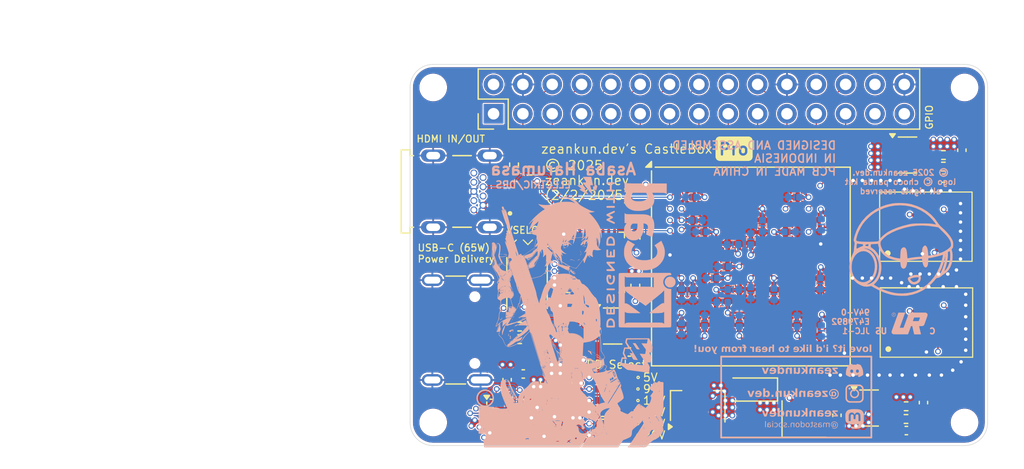
<source format=kicad_pcb>
(kicad_pcb (version 20241229) (generator "pcbnew") (generator_version "9.0")
  (layers (0 "F.Cu" signal "Top (signal)") (4 "In1.Cu" signal "Inner1( (+3V3)") (6 "In2.Cu" signal "Inner2 (sig+1V2)") (8 "In3.Cu" signal "Inner3 (VSYS)") (10 "In4.Cu" signal "Inner4 (GND)") (2 "B.Cu" signal "Bottom (signal)") (13 "F.Paste" user) (15 "B.Paste" user) (5 "F.SilkS" user "F.Silkscreen") (7 "B.SilkS" user "B.Silkscreen") (1 "F.Mask" user) (3 "B.Mask" user) (25 "Edge.Cuts" user))
  (net 0 "")
  (net 1 "GND")
  (net 2 "Net-(U1-VCCD)")
  (net 3 "+1V2")
  (net 4 "Net-(U9-ADJ)")
  (net 5 "+3V3")
  (net 6 "Net-(U8-ADJ)")
  (net 7 "+5V")
  (net 8 "VBUS")
  (net 9 "/OSC_OUT")
  (net 10 "/D+")
  (net 11 "/D-")
  (net 12 "Net-(D2-A)")
  (net 13 "Net-(D3-A)")
  (net 14 "Net-(D4-A)")
  (net 15 "Net-(D5-A)")
  (net 16 "Net-(D6-A)")
  (net 17 "Net-(D7-A)")
  (net 18 "VSYS")
  (net 19 "/DVI_SDA")
  (net 20 "Net-(J1-HPD{slash}HEAC-)")
  (net 21 "/D1-")
  (net 22 "/D1+")
  (net 25 "/D2+")
  (net 26 "/CK-")
  (net 27 "/CK+")
  (net 28 "/D0+")
  (net 29 "/DVI_SCL")
  (net 30 "/D2-")
  (net 31 "/D0-")
  (net 33 "Net-(J2-D+-PadA6)")
  (net 34 "Net-(J2-D--PadA7)")
  (net 35 "/PD_CC2")
  (net 36 "/PD_CC1")
  (net 38 "/PB3")
  (net 39 "/PA8")
  (net 40 "/PA6")
  (net 41 "/PA3")
  (net 42 "/PB6")
  (net 43 "/PA5")
  (net 44 "/PA9")
  (net 45 "/PB10")
  (net 46 "/PB15")
  (net 47 "/PA12")
  (net 48 "/PA14")
  (net 49 "/PA13")
  (net 50 "/PA7")
  (net 51 "/PA11")
  (net 53 "/PA4")
  (net 54 "/PC2")
  (net 55 "/PA2")
  (net 56 "/PB12")
  (net 57 "/PB5")
  (net 58 "/PB14")
  (net 59 "/PC3")
  (net 60 "/PB8")
  (net 61 "Net-(U1-~{XRES})")
  (net 62 "Net-(U1-WAKEUP)")
  (net 63 "/DVI_HOTPLUG")
  (net 64 "/VSEL_5V")
  (net 65 "/VSEL_9V")
  (net 66 "/VSEL_12V")
  (net 67 "/VSEL_15V")
  (net 68 "/VSEL_18V")
  (net 69 "/VSEL_20V")
  (net 70 "/VSEL")
  (net 71 "/PROG_UPDI")
  (net 73 "/FPGA_TDI")
  (net 81 "/FPGA_TDO")
  (net 84 "/FPGA_TMS")
  (net 92 "/FPGA_TCK")
  (net 103 "/RAM0_DQ3")
  (net 120 "/RAM0_DQ7")
  (net 127 "/RAM0_CS")
  (net 130 "/RAM1_DQ6")
  (net 133 "/RAM0_RST")
  (net 137 "/RAM1_DQ2")
  (net 142 "/RAM1_CK")
  (net 155 "/RAM1_DQ7")
  (net 159 "/RAM1_DQ4")
  (net 164 "/RAM0_DQ4")
  (net 173 "/RAM0_DQ1")
  (net 177 "/RAM1_DQ1")
  (net 181 "/RAM1_RST")
  (net 183 "/RAM1_CS")
  (net 185 "/RAM0_DQ6")
  (net 191 "/RAM1_DQ5")
  (net 213 "/RAM0_DQ5")
  (net 218 "/RAM0_DQ2")
  (net 219 "/RAM1_DQ3")
  (net 220 "/RAM1_DQ0")
  (net 228 "/RAM0_DQ0")
  (net 245 "/RAM0_CK")
  (net 249 "/PD_INIT")
  (net 256 "/PD_SCL")
  (net 257 "/PD_SDA")
  (footprint "Resistor_SMD:R_0402_1005Metric" (layer "F.Cu") (at 144.4 60.9)
    (property "Reference" "R2" (hide yes))
    (property "Value" "10k")
  )
  (footprint "Resistor_SMD:R_0402_1005Metric" (layer "F.Cu") (at 146.7275 72.1)
    (property "Reference" "R12" (hide yes))
    (property "Value" "330")
  )
  (footprint "LED_SMD:LED_0402_1005Metric" (layer "F.Cu") (at 148.6375 69.1 180)
    (property "Reference" "D4" (hide yes))
    (property "Value" "EMERALD")
  )
  (footprint "Capacitor_SMD:C_0402_1005Metric" (layer "F.Cu") (at 172.9625 71.7)
    (property "Reference" "C5" (hide yes))
    (property "Value" "470p")
  )
  (footprint "Package_TO_SOT_SMD:SOT-23-5" (layer "F.Cu") (at 173.0625 47.85)
    (property "Reference" "U9" (hide yes))
    (property "Value" "MIC5205YM5")
  )
  (footprint "Resistor_SMD:R_0402_1005Metric" (layer "F.Cu") (at 140.409999 49.2)
    (property "Reference" "R4" (hide yes))
    (property "Value" "100k")
  )
  (footprint "HyperRAM:W955K8MBYA" (layer "F.Cu") (at 174.65 54.05 90)
    (property "Reference" "U3" (hide yes))
    (property "Value" "W955K8MBYA")
  )
  (footprint "Package_DFN_QFN:VQFN-20-1EP_3x3mm_P0.4mm_EP1.7x1.7mm" (layer "F.Cu") (at 138.25 70.6)
    (property "Reference" "U5" (hide yes))
    (property "Value" "ATtiny406-M")
  )
  (footprint "Capacitor_SMD:C_0402_1005Metric" (layer "F.Cu") (at 141.86 55.39 180)
    (property "Reference" "C32" (hide yes))
    (property "Value" "100n")
  )
  (footprint "Resistor_SMD:R_0402_1005Metric" (layer "F.Cu") (at 146.7375 69.1)
    (property "Reference" "R9" (hide yes))
    (property "Value" "330")
  )
  (footprint "Resistor_SMD:R_0402_1005Metric" (layer "F.Cu") (at 172.932501 70.7 180)
    (property "Reference" "R13" (hide yes))
    (property "Value" "50")
  )
  (footprint "Capacitor_SMD:C_0402_1005Metric" (layer "F.Cu") (at 138.4 67.3 -90)
    (property "Reference" "C7" (hide yes))
    (property "Value" "0.1u")
  )
  (footprint "MountingHole:MountingHole_2.1mm" (layer "F.Cu") (at 178 42)
    (property "Reference" "H2" (hide yes))
    (property "Value" "MountingHole")
  )
  (footprint "Resistor_SMD:R_0402_1005Metric" (layer "F.Cu") (at 146.7375 71.1)
    (property "Reference" "R11" (hide yes))
    (property "Value" "330")
  )
  (footprint "Package_BGA:BGA-256_17.0x17.0mm_Layout16x16_P1.0mm_Ball0.5mm_Pad0.4mm_NSMD" (layer "F.Cu") (at 159.5 57.5)
    (property "Reference" "U2" (hide yes))
    (property "Value" "XC6SLX9-FTG256")
  )
  (footprint "HyperRAM:W955K8MBYA" (layer "F.Cu") (at 174.7 62.35 90)
    (property "Reference" "U4" (hide yes))
    (property "Value" "W955K8MBYA")
  )
  (footprint "LED_SMD:LED_0402_1005Metric" (layer "F.Cu") (at 148.6375 68.1 180)
    (property "Reference" "D3" (hide yes))
    (property "Value" "EMERALD")
  )
  (footprint "LED_SMD:LED_0402_1005Metric" (layer "F.Cu") (at 148.6375 72.1 180)
    (property "Reference" "D7" (hide yes))
    (property "Value" "EMERALD")
  )
  (footprint "HDMI:VALCON_HD-RA-DSF12-TR" (layer "F.Cu") (at 132 51 -90)
    (property "Reference" "J1" (hide yes))
    (property "Value" "HDMI_C_1.4")
  )
  (footprint "Capacitor_SMD:C_0402_1005Metric" (layer "F.Cu") (at 177.7675 47.43 -90)
    (property "Reference" "C2" (hide yes))
    (property "Value" "2.2u")
  )
  (footprint "MountingHole:MountingHole_2.1mm" (layer "F.Cu") (at 132 42)
    (property "Reference" "H1" (hide yes))
    (property "Value" "MountingHole")
  )
  (footprint "Connector_USB:USB_C_Receptacle_GCT_USB4105-xx-A_16P_TopMnt_Horizontal" (layer "F.Cu") (at 133 63 -90)
    (property "Reference" "J2" (hide yes))
    (property "Value" "USB_C_Receptacle_USB2.0_16P")
  )
  (footprint "Capacitor_SMD:C_0402_1005Metric" (layer "F.Cu") (at 176.1875 49.85)
    (property "Reference" "C3" (hide yes))
    (property "Value" "470p")
  )
  (footprint "Capacitor_SMD:C_0402_1005Metric" (layer "F.Cu") (at 166.95 70.38 -90)
    (property "Reference" "C8" (hide yes))
    (property "Value" "15p")
  )
  (footprint "LED_SMD:LED_0402_1005Metric" (layer "F.Cu") (at 148.6525 67.1 180)
    (property "Reference" "D2" (hide yes))
    (property "Value" "EMERALD")
  )
  (footprint "Resistor_SMD:R_0402_1005Metric" (layer "F.Cu") (at 146.7375 70.1)
    (property "Reference" "R10" (hide yes))
    (property "Value" "330")
  )
  (footprint "LED_SMD:LED_0402_1005Metric" (layer "F.Cu") (at 148.6225 71.1 180)
    (property "Reference" "D6" (hide yes))
    (property "Value" "EMERALD")
  )
  (footprint "Button_Switch_SMD:SW_Push_1P1T_NO_Vertical_Wuerth_434133025816" (layer "F.Cu") (at 140.125 58.925 90)
    (property "Reference" "SW1" (hide yes))
    (property "Value" "VSEL")
  )
  (footprint "Connector_PinHeader_2.54mm:PinHeader_2x15_P2.54mm_Vertical" (layer "F.Cu") (at 137.225 44.275 90)
    (property "Reference" "J3" (hide yes))
    (property "Value" "Conn_02x15_Odd_Even")
  )
  (footprint "Resistor_SMD:R_0402_1005Metric" (layer "F.Cu") (at 144.01 69.99)
    (property "Reference" "R18" (hide yes))
    (property "Value" "1k")
  )
  (footprint "Capacitor_SMD:C_0402_1005Metric" (layer "F.Cu") (at 174.4425 69.28 -90)
    (property "Reference" "C4" (hide yes))
    (property "Value" "2.2u")
  )
  (footprint "Resistor_SMD:R_0402_1005Metric" (layer "F.Cu") (at 146.7525 67.1)
    (property "Reference" "R7" (hide yes))
    (property "Value" "330")
  )
  (footprint "Resistor_SMD:R_0402_1005Metric" (layer "F.Cu") (at 139.49 63.79)
    (property "Reference" "R6" (hide yes))
    (property "Value" "200")
  )
  (footprint "MountingHole:MountingHole_2.1mm" (layer "F.Cu") (at 132 71)
    (property "Reference" "H4" (hide yes))
    (property "Value" "MountingHole")
  )
  (footprint "Package_TO_SOT_SMD:SOT-23-5" (layer "F.Cu") (at 169.7375 69.75)
    (property "Reference" "U8" (hide yes))
    (property "Value" "MIC5205YM5")
  )
  (footprint "Resistor_SMD:R_0402_1005Metric" (layer "F.Cu") (at 176.1675 48.85)
    (property "Reference" "R15" (hide yes))
    (property "Value" "20")
  )
  (footprint "Capacitor_SMD:C_0402_1005Metric" (layer "F.Cu") (at 148.98 64.9 180)
    (property "Reference" "C1" (hide yes))
    (property "Value" "1u")
  )
  (footprint "Package_TO_SOT_SMD:SOT-89-3" (layer "F.Cu") (at 154.9 69.6 90)
    (property "Reference" "U7" (hide yes))
    (property "Value" "AZ1117-5.0")
  )
  (footprint "Package_TO_SOT_SMD:SOT-23-3" (layer "F.Cu") (at 147.5375 62.650001)
    (property "Reference" "D1" (hide yes))
    (property "Value" "ESDA5V3L")
  )
  (footprint "Capacitor_SMD:C_0402_1005Metric" (layer "F.Cu") (at 139.8 66.8 180)
    (property "Reference" "C6" (hide yes))
    (property "Value" "0.1u")
  )
  (footprint "Capacitor_SMD:C_0402_1005Metric" (layer "F.Cu") (at 149.54 55.02 90)
    (property "Reference" "C33" (hide yes))
    (property "Value" "100n")
  )
  (footprint "Resistor_SMD:R_0402_1005Metric" (layer "F.Cu") (at 139.49 62.7)
    (property "Reference" "R5" (hide yes))
    (property "Value" "200")
  )
  (footprint "MountingHole:MountingHole_2.1mm" (layer "F.Cu") (at 178 71)
    (property "Reference" "H3" (hide yes))
    (property "Value" "MountingHole")
  )
  (footprint "Package_DFN_QFN:QFN-32-1EP_5x5mm_P0.5mm_EP3.45x3.45mm" (layer "F.Cu") (at 145.95 57.1375)
    (property "Reference" "U1" (hide yes))
    (property "Value" "CY7C65215-32LTXI")
  )
  (footprint "Resistor_SMD:R_0402_1005Metric" (layer "F.Cu") (at 146.7375 68.1)
    (property "Reference" "R8" (hide yes))
    (property "Value" "330")
  )
  (footprint "Diode_SMD:D_SOD-123F" (layer "F.Cu") (at 159.599999 68.149999 180)
    (property "Reference" "D8" (hide yes))
    (property "Value" "MBR120VLSFT1G")
  )
  (footprint "Resistor_SMD:R_0402_1005Metric" (layer "F.Cu") (at 176.1775 47.85 180)
    (property "Reference" "R16" (hide yes))
    (property "Value" "900")
  )
  (footprint "LED_SMD:LED_0402_1005Metric" (layer "F.Cu") (at 148.6375 70.1 180)
    (property "Reference" "D5" (hide yes))
    (property "Value" "EMERALD")
  )
  (footprint "Oscillator:Oscillator_SMD_Abracon_ASE-4Pin_3.2x2.5mm" (layer "F.Cu") (at 164.1 70.7)
    (property "Reference" "X1" (hide yes))
    (property "Value" "ASE-50MHz")
  )
  (footprint "Resistor_SMD:R_0402_1005Metric" (layer "F.Cu") (at 149.5 59.190001 90)
    (property "Reference" "R1" (hide yes))
    (property "Value" "10k")
  )
  (footprint "Resistor_SMD:R_0402_1005Metric" (layer "F.Cu") (at 139 48.690001 -90)
    (property "Reference" "R3" (hide yes))
    (property "Value" "100k")
  )
  (footprint "Resistor_SMD:R_0402_1005Metric" (layer "F.Cu") (at 172.9425 69.6)
    (property "Reference" "R14" (hide yes))
    (property "Value" "30")
  )
  (footprint "Package_DFN_QFN:WQFN-14-1EP_2.5x2.5mm_P0.5mm_EP1.45x1.45mm" (layer "F.Cu") (at 142.6375 66.35)
    (property "Reference" "U6" (hide yes))
    (property "Value" "FUSB302B10MPX")
  )
  (footprint "Resistor_SMD:R_0402_1005Metric" (layer "F.Cu") (at 144.01 68.8)
    (property "Reference" "R17" (hide yes))
    (property "Value" "1k")
  )
  (footprint "Capacitor_SMD:C_0402_1005Metric" (layer "B.Cu") (at 154.5 59.9 -90)
    (property "Reference" "C31" (hide yes))
    (property "Value" "0.47u")
  )
  (footprint "TestPoint:TestPoint_Pad_D1.0mm" (layer "B.Cu") (at 136.5 68.9 180)
    (property "Reference" "TP1" (hide yes))
    (property "Value" "UPDI")
  )
  (footprint "LOGO" (layer "B.Cu") (at 173.24 62.43 180)
    (property "Reference" "G***" (hide yes))
    (property "Value" "LOGO" (hide yes))
  )
  (footprint "Capacitor_SMD:C_0402_1005Metric" (layer "B.Cu") (at 155.5 62.2 90)
    (property "Reference" "C26" (hide yes))
    (property "Value" "4.7u")
  )
  (footprint "Symbol:KiCad-Logo2_5mm_SilkScreen" (layer "B.Cu") (at 150 56.5 90)
    (property "Reference" "REF**" (hide yes))
    (property "Value" "KiCad-Logo2_5mm_SilkScreen" (hide yes))
  )
  (footprint "Capacitor_SMD:C_0402_1005Metric" (layer "B.Cu") (at 156.12 58.5 180)
    (property "Reference" "C9" (hide yes))
    (property "Value" "100u")
  )
  (footprint "Capacitor_SMD:C_0402_1005Metric" (layer "B.Cu") (at 165.5 58.98 -90)
    (property "Reference" "C22" (hide yes))
    (property "Value" "4.7u")
  )
  (footprint "LOGO" (layer "B.Cu") (at 168.48 68.5 180)
    (property "Reference" "G***" (hide yes))
    (property "Value" "LOGO" (hide yes))
  )
  (footprint "Capacitor_SMD:C_0402_1005Metric" (layer "B.Cu") (at 161.5 59.9 -90)
    (property "Reference" "C15" (hide yes))
    (property "Value" "4.7u")
  )
  (footprint "LOGO" (layer "B.Cu") (at 149.6 65.2 180)
    (property "Reference" "G***" (hide yes))
    (property "Value" "LOGO" (hide yes))
  )
  (footprint "Capacitor_SMD:C_0402_1005Metric" (layer "B.Cu") (at 157.98 59.5)
    (property "Reference" "C16" (hide yes))
    (property "Value" "0.47u")
  )
  (footprint "Capacitor_SMD:C_0402_1005Metric" (layer "B.Cu") (at 163.22 51.5 180)
    (property "Reference" "C19" (hide yes))
    (property "Value" "4.7u")
  )
  (footprint "Capacitor_SMD:C_0402_1005Metric" (layer "B.Cu") (at 154.82 53.5)
    (property "Reference" "C28" (hide yes))
    (property "Value" "100u")
  )
  (footprint "Capacitor_SMD:C_0402_1005Metric" (layer "B.Cu") (at 158.5 62.22 90)
    (property "Reference" "C25" (hide yes))
    (property "Value" "0.47u")
  )
  (footprint "Capacitor_SMD:C_0402_1005Metric" (layer "B.Cu") (at 155.2 54.5 180)
    (property "Reference" "C17" (hide yes))
    (property "Value" "0.47u")
  )
  (footprint "LOGO" (layer "B.Cu") (at 168.48 70.7 180)
    (property "Reference" "G***" (hide yes))
    (property "Value" "LOGO" (hide yes))
  )
  (footprint "Capacitor_SMD:C_0402_1005Metric" (layer "B.Cu") (at 154.32 51.5 180)
    (property "Reference" "C18" (hide yes))
    (property "Value" "100u")
  )
  (footprint "LOGO" (layer "B.Cu") (at 172.53 56.01 180)
    (property "Reference" "G***" (hide yes))
    (property "Value" "LOGO" (hide yes))
  )
  (footprint "LOGO" (layer "B.Cu") (at 168.48 66.5 180)
    (property "Reference" "G***" (hide yes))
    (property "Value" "LOGO" (hide yes))
  )
  (footprint "Capacitor_SMD:C_0402_1005Metric" (layer "B.Cu") (at 159.5 55.12 90)
    (property "Reference" "C13" (hide yes))
    (property "Value" "0.47u")
  )
  (footprint "Capacitor_SMD:C_0402_1005Metric" (layer "B.Cu") (at 157.02 60.6 180)
    (property "Reference" "C27" (hide yes))
    (property "Value" "100u")
  )
  (footprint "Capacitor_SMD:C_0402_1005Metric" (layer "B.Cu") (at 153.5 59.9 -90)
    (property "Reference" "C29" (hide yes))
    (property "Value" "4.7u")
  )
  (footprint "Capacitor_SMD:C_0402_1005Metric" (layer "B.Cu") (at 157.92 55.6 180)
    (property "Reference" "C12" (hide yes))
    (property "Value" "4.7u")
  )
  (footprint "Capacitor_SMD:C_0402_1005Metric" (layer "B.Cu") (at 157.12 57.5 180)
    (property "Reference" "C10" (hide yes))
    (property "Value" "4.7u")
  )
  (footprint "Capacitor_SMD:C_0402_1005Metric" (layer "B.Cu") (at 153.5 62.88 -90)
    (property "Reference" "C30" (hide yes))
    (property "Value" "0.47u")
  )
  (footprint "Capacitor_SMD:C_0402_1005Metric" (layer "B.Cu") (at 160.5 53.98 -90)
    (property "Reference" "C20" (hide yes))
    (property "Value" "0.47u")
  )
  (footprint "LOGO" (layer "B.Cu") (at 143.930001 61.142145 180)
    (property "Reference" "G***")
    (property "Value" "LOGO" (hide yes))
  )
  (footprint "Capacitor_SMD:C_0402_1005Metric" (layer "B.Cu") (at 165.6 63.08 -90)
    (property "Reference" "C24" (hide yes))
    (property "Value" "0.47u")
  )
  (footprint "Capacitor_SMD:C_0402_1005Metric" (layer "B.Cu") (at 163.5 62.22 90)
    (property "Reference" "C23" (hide yes))
    (property "Value" "0.47u")
  )
  (footprint "Capacitor_SMD:C_0402_1005Metric" (layer "B.Cu") (at 165.6 53.88 -90)
    (property "Reference" "C21" (hide yes))
    (property "Value" "100u")
  )
  (footprint "Capacitor_SMD:C_0402_1005Metric" (layer "B.Cu") (at 159.5 59.78 -90)
    (property "Reference" "C11" (hide yes))
    (property "Value" "4.7u")
  )
  (footprint "Capacitor_SMD:C_0402_1005Metric" (layer "B.Cu") (at 162.88 54.5)
    (property "Reference" "C14" (hide yes))
    (property "Value" "100u")
  )
  (gr_line (start 139.8 55.2) (end 140.2 55.6) (stroke (width 0.1)) (layer "F.SilkS"))
  (gr_line (start 156.8 46.3) (end 159.3 46.3) (stroke (width 0.1)) (layer "F.SilkS"))
  (gr_line (start 138.4 55.2) (end 138.8 55.6) (stroke (width 0.1)) (layer "F.SilkS"))
  (gr_arc (start 159.6 48) (mid 159.512132 48.212132) (end 159.3 48.3) (stroke (width 0.1)) (layer "F.SilkS"))
  (gr_line (start 159.6 46.6) (end 159.6 48) (stroke (width 0.1)) (layer "F.SilkS"))
  (gr_poly (pts (xy 156.5 46.6) (xy 156.8 46.6) (xy 156.8 48) (xy 156.5 48)) (stroke (width 0.1)) (fill yes) (layer "F.SilkS"))
  (gr_line (start 156.5 48) (end 156.5 46.6) (stroke (width 0.1)) (layer "F.SilkS"))
  (gr_poly (pts (xy 159.3 46.3) (xy 159.512132 46.387868) (xy 159.6 46.6) (xy 156.5 46.6) (xy 156.587868 46.387868) (xy 156.8 46.3)) (stroke (width 0.1)) (fill yes) (layer "F.SilkS"))
  (gr_arc (start 159.3 46.3) (mid 159.512132 46.387868) (end 159.6 46.6) (stroke (width 0.1)) (layer "F.SilkS"))
  (gr_poly (pts (xy 156.5 48) (xy 159.6 48) (xy 159.512132 48.212132) (xy 159.3 48.3) (xy 156.8 48.3) (xy 156.587868 48.212132)) (stroke (width 0.1)) (fill yes) (layer "F.SilkS"))
  (gr_line (start 159.3 48.3) (end 156.8 48.3) (stroke (width 0.1)) (layer "F.SilkS"))
  (gr_line (start 140.2 55.6) (end 140.6 55.2) (stroke (width 0.1)) (layer "F.SilkS"))
  (gr_arc (start 156.8 48.3) (mid 156.587868 48.212132) (end 156.5 48) (stroke (width 0.1)) (layer "F.SilkS"))
  (gr_arc (start 156.5 46.6) (mid 156.587868 46.387868) (end 156.8 46.3) (stroke (width 0.1)) (layer "F.SilkS"))
  (gr_line (start 138.8 55.6) (end 139.2 55.2) (stroke (width 0.1)) (layer "F.SilkS"))
  (gr_poly (pts (xy 159.3 46.6) (xy 159.6 46.6) (xy 159.6 48) (xy 159.3 48)) (stroke (width 0.1)) (fill yes) (layer "F.SilkS"))
  (gr_line (start 156.93 65.3) (end 169.93 65.3) (stroke (width 0.15)) (layer "B.SilkS"))
  (gr_line (start 156.93 72.299999) (end 156.93 65.3) (stroke (width 0.15)) (layer "B.SilkS"))
  (gr_poly (pts (xy 145.950001 50.312145) (xy 145.950001 50.582145) (xy 145.840001 50.562145) (xy 145.870001 51.102145) (xy 145.940001 51.152145) (xy 145.980001 50.822145) (xy 146.110001 50.922145) (xy 146.210001 50.532145)) (fill yes) (layer "B.SilkS"))
  (gr_poly (pts (xy 144.950001 50.422145) (xy 145.230001 50.782145) (xy 145.100001 50.792145) (xy 145.430001 51.232145) (xy 145.310001 51.232145) (xy 144.640001 50.832145) (xy 144.840001 50.772145) (xy 144.460001 50.472145)) (fill yes) (layer "B.SilkS"))
  (gr_poly (pts (xy 145.680001 49.732145) (xy 145.830001 50.462145) (xy 145.590001 50.462145) (xy 145.800001 51.262145) (xy 145.730001 51.262145) (xy 144.920001 50.222145) (xy 145.280001 50.222145) (xy 144.950001 49.732145)) (fill yes) (layer "B.SilkS"))
  (gr_line (start 169.93 65.3) (end 169.93 72.299999) (stroke (width 0.15)) (layer "B.SilkS"))
  (gr_line (start 169.93 72.299999) (end 156.93 72.299999) (stroke (width 0.15)) (layer "B.SilkS"))
  (gr_arc (start 130 42) (mid 130.585786 40.585786) (end 132 40) (stroke (width 0.05)) (layer "Edge.Cuts"))
  (gr_arc (start 178 40) (mid 179.414214 40.585786) (end 180 42) (stroke (width 0.05)) (layer "Edge.Cuts"))
  (gr_line (start 130 71) (end 130 42) (stroke (width 0.05)) (layer "Edge.Cuts"))
  (gr_line (start 178 73) (end 132 73) (stroke (width 0.05)) (layer "Edge.Cuts"))
  (gr_line (start 180 42) (end 180 71) (stroke (width 0.05)) (layer "Edge.Cuts"))
  (gr_line (start 132 40) (end 178 40) (stroke (width 0.05)) (layer "Edge.Cuts"))
  (gr_arc (start 180 71) (mid 179.414214 72.414214) (end 178 73) (stroke (width 0.05)) (layer "Edge.Cuts"))
  (gr_arc (start 132 73) (mid 130.585786 72.414214) (end 130 71) (stroke (width 0.05)) (layer "Edge.Cuts"))
  (gr_text "GPIO" (at 175.3 45.7 90) (layer "F.SilkS") (effects (font (size 0.6 0.6) (thickness 0.1)) (justify left bottom)))
  (gr_text "18V" (at 150.1 71.1 0) (layer "F.SilkS") (effects (font (size 0.7 0.7) (thickness 0.1)) (justify left)))
  (gr_text "12V" (at 150.1 69.1 0) (layer "F.SilkS") (effects (font (size 0.7 0.7) (thickness 0.1)) (justify left)))
  (gr_text "HDMI IN/OUT" (at 130.5 46.8 0) (layer "F.SilkS") (effects (font (size 0.6 0.6) (thickness 0.1)) (justify left bottom)))
  (gr_text "9V" (at 150.1 68.1 0) (layer "F.SilkS") (effects (font (size 0.7 0.7) (thickness 0.1)) (justify left)))
  (gr_text "15V" (at 150.1 70.1 0) (layer "F.SilkS") (effects (font (size 0.7 0.7) (thickness 0.1)) (justify left)))
  (gr_text "VSELCT" (at 138.3 54.7 0) (layer "F.SilkS") (effects (font (size 0.6 0.6) (thickness 0.1)) (justify left bottom)))
  (gr_text "zeankun.dev's CastleBox" (at 141.28 47.79 0) (layer "F.SilkS") (effects (font (size 0.8 0.8) (thickness 0.1)) (justify left bottom)))
  (gr_text "Pro" (at 156.63 47.93 0) (layer "F.SilkS" knockout) (effects (font (size 1 1) (thickness 0.2) (bold yes)) (justify left bottom)))
  (gr_text "USB-C (65W)\nPower Delivery" (at 130.6 57.2 0) (layer "F.SilkS") (effects (font (size 0.6 0.6) (thickness 0.1)) (justify left bottom)))
  (gr_text "5V" (at 150.1 67.1 0) (layer "F.SilkS") (effects (font (size 0.7 0.7) (thickness 0.1)) (justify left)))
  (gr_text "PD Select" (at 145.2 66.4 0) (layer "F.SilkS") (effects (font (size 0.7 0.7) (thickness 0.1)) (justify left bottom)))
  (gr_text "20V" (at 150.1 72.1 0) (layer "F.SilkS") (effects (font (size 0.7 0.7) (thickness 0.1)) (justify left)))
  (gr_text "© 2025 \nzeankun.dev\n(2/2/2025)" (at 141.6 51.8 0) (layer "F.SilkS") (effects (font (size 0.8 0.8) (thickness 0.1)) (justify left bottom)))
  (gr_text "zeankundev" (at 167.08 66.5 0) (layer "B.SilkS") (effects (font (size 0.7 0.7) (thickness 0.14) (bold yes)) (justify left mirror)))
  (gr_text "@mastodon.social" (at 167.08 71.2 0) (layer "B.SilkS") (effects (font (size 0.5 0.5) (thickness 0.0875)) (justify left mirror)))
  (gr_text "US" (at 171.36 63.38 0) (layer "B.SilkS") (effects (font (size 0.5 0.5) (thickness 0.125)) (justify left bottom mirror)))
  (gr_text "94V-0\nE479892\nJLC-1" (at 169.86 62.28 0) (layer "B.SilkS") (effects (font (size 0.5 0.5) (thickness 0.11) (bold yes)) (justify left mirror)))
  (gr_text "ELECTRIC/DPS" (at 144.000001 50.772145 0) (layer "B.SilkS") (effects (font (size 0.6 0.6) (thickness 0.125)) (justify left bottom mirror)))
  (gr_text "@zeankun.dev" (at 167.18 68.5 0) (layer "B.SilkS") (effects (font (size 0.7 0.7) (thickness 0.14) (bold yes)) (justify left mirror)))
  (gr_text "©️ 2025 zeankun.dev.\nlogo ©️ choco panda kat\nall rights reserved" (at 172.46 51.27 0) (layer "B.SilkS") (effects (font (size 0.5 0.5) (thickness 0.1)) (justify bottom mirror)))
  (gr_text "zeankundev" (at 167.08 70.2 0) (layer "B.SilkS") (effects (font (size 0.7 0.7) (thickness 0.14) (bold yes)) (justify left mirror)))
  (gr_text "love it? i'd like to hear from you!" (at 170 65 0) (layer "B.SilkS") (effects (font (size 0.6 0.6) (thickness 0.15) (bold yes)) (justify left bottom mirror)))
  (gr_text "C" (at 175.55 63.39 0) (layer "B.SilkS") (effects (font (size 0.5 0.5) (thickness 0.125)) (justify left bottom mirror)))
  (gr_text "Asaba Harumasa" (at 149.67 49.66 0) (layer "B.SilkS") (effects (font (size 1 1) (thickness 0.2) (bold yes)) (justify left bottom mirror)))
  (gr_text "DESIGNED AND ASSEMBLED \nIN INDONESIA\nPCB MADE IN CHINA" (at 166.95 49.68 0) (layer "B.SilkS") (effects (font (size 0.7 0.7) (thickness 0.125)) (justify left bottom mirror)))
  (segment (start 177.25 50.95) (end 177.5 51.2) (width 0.3) (layer "F.Cu") (net 1))
  (segment (start 174.7 56.050001) (end 174.699999 56.050001) (width 0.1) (layer "F.Cu") (net 1))
  (segment (start 169.6 66.9) (end 170.6 66.9) (width 0.3) (layer "F.Cu") (net 1))
  (segment (start 175.75 58.15) (end 176.55 58.15) (width 0.3) (layer "F.Cu") (net 1))
  (segment (start 176.55 66.9) (end 176.975 66.475) (width 0.3) (layer "F.Cu") (net 1))
  (segment (start 177.3 57.8) (end 177.65 57.45) (width 0.3) (layer "F.Cu") (net 1))
  (segment (start 174.7 64.350001) (end 174.7 64.9) (width 0.1) (layer "F.Cu") (net 1))
  (segment (start 177.65 52.85) (end 177.65 52.05) (width 0.3) (layer "F.Cu") (net 1))
  (segment (start 177.55 59.5) (end 177.55 59.25) (width 0.2) (layer "F.Cu") (net 1))
  (segment (start 173.2 59.25) (end 172.9 59.25) (width 0.3) (layer "F.Cu") (net 1))
  (segment (start 172.55 50.55) (end 172.55 50.25) (width 0.3) (layer "F.Cu") (net 1))
  (segment (start 176.7 60.35) (end 177.55 59.5) (width 0.2) (layer "F.Cu") (net 1))
  (segment (start 171.6 58.5) (end 170.85 58.5) (width 0.3) (layer "F.Cu") (net 1))
  (segment (start 172.9 59.25) (end 172.55 58.9) (width 0.3) (layer "F.Cu") (net 1))
  (segment (start 177.65 56.85) (end 177.65 56.55) (width 0.3) (layer "F.Cu") (net 1))
  (segment (start 169.15 58.5) (end 168.3 58.5) (width 0.3) (layer "F.Cu") (net 1))
  (segment (start 177.3 59.25) (end 176.15 59.25) (width 0.3) (layer "F.Cu") (net 1))
  (segment (start 172.35 50.05) (end 171.55 50.05) (width 0.3) (layer "F.Cu") (net 1))
  (segment (start 175.15 50.95) (end 174.35 50.95) (width 0.3) (layer "F.Cu") (net 1))
  (segment (start 176.75 50.95) (end 177.25 50.95) (width 0.3) (layer "F.Cu") (net 1))
  (segment (start 176.75 50.95) (end 175.95 50.95) (width 0.3) (layer "F.Cu") (net 1))
  (segment (start 178.1 63.8) (end 178.1 62.9) (width 0.3) (layer "F.Cu") (net 1))
  (segment (start 137.58 51.6) (end 136.92 51.6) (width 0.3) (layer "F.Cu") (net 1))
  (segment (start 136.32 52.2) (end 136.92 52.8) (width 0.3) (layer "F.Cu") (net 1))
  (segment (start 178.1 61.85) (end 178.1 60.85) (width 0.3) (layer "F.Cu") (net 1))
  (segment (start 172.95 50.95) (end 172.8 50.8) (width 0.3) (layer "F.Cu") (net 1))
  (segment (start 172.6 66.9) (end 173.75 66.9) (width 0.3) (layer "F.Cu") (net 1))
  (segment (start 165.3 66.9) (end 166.35 66.9) (width 0.3) (layer "F.Cu") (net 1))
  (segment (start 174.95 58.15) (end 175.75 58.15) (width 0.3) (layer "F.Cu") (net 1))
  (segment (start 178.1 64.75) (end 178.1 63.8) (width 0.3) (layer "F.Cu") (net 1))
  (segment (start 174.15 58.15) (end 174.95 58.15) (width 0.3) (layer "F.Cu") (net 1))
  (segment (start 167.25 66.9) (end 168.35 66.9) (width 0.3) (layer "F.Cu") (net 1))
  (segment (start 176 66.9) (end 176.55 66.9) (width 0.3) (layer "F.Cu") (net 1))
  (segment (start 164.65 66.4) (end 165.15 66.9) (width 0.3) (layer "F.Cu") (net 1))
  (segment (start 170.75 50.05) (end 169.95 50.05) (width 0.3) (layer "F.Cu") (net 1))
  (segment (start 177.65 56.55) (end 177.65 56.05) (width 0.3) (layer "F.Cu") (net 1))
  (segment (start 174.35 50.95) (end 173.55 50.95) (width 0.3) (layer "F.Cu") (net 1))
  (segment (start 170.6 66.9) (end 171.55 66.9) (width 0.3) (layer "F.Cu") (net 1))
  (segment (start 168.35 66.9) (end 169.6 66.9) (width 0.3) (layer "F.Cu") (net 1))
  (segment (start 177.65 53.65) (end 177.65 52.85) (width 0.3) (layer "F.Cu") (net 1))
  (segment (start 169.95 58.5) (end 169.15 58.5) (width 0.3) (layer "F.Cu") (net 1))
  (segment (start 178.1 59.8) (end 177.55 59.25) (width 0.3) (layer "F.Cu") (net 1))
  (segment (start 178.1 62.9) (end 178.1 61.85) (width 0.3) (layer "F.Cu") (net 1))
  (segment (start 166.35 66.9) (end 167.2 66.9) (width 0.3) (layer "F.Cu") (net 1))
  (segment (start 171.55 50.05) (end 170.75 50.05) (width 0.3) (layer "F.Cu") (net 1))
  (segment (start 172.55 50.25) (end 172.35 50.05) (width 0.3) (layer "F.Cu") (net 1))
  (segment (start 173.55 50.95) (end 173.35 50.95) (width 0.3) (layer "F.Cu") (net 1))
  (segment (start 170.85 58.5) (end 169.95 58.5) (width 0.3) (layer "F.Cu") (net 1))
  (segment (start 174.699999 56.050001) (end 174.35 56.4) (width 0.1) (layer "F.Cu") (net 1))
  (segment (start 178.1 59.9) (end 178.1 59.8) (width 0.3) (layer "F.Cu") (net 1))
  (segment (start 176.15 59.25) (end 174.9 59.25) (width 0.3) (layer "F.Cu") (net 1))
  (segment (start 177.5 51.2) (end 177.65 51.35) (width 0.3) (layer "F.Cu") (net 1))
  (segment (start 174.95 66.9) (end 176 66.9) (width 0.3) (layer "F.Cu") (net 1))
  (segment (start 177.65 52.05) (end 177.65 51.35) (width 0.3) (layer "F.Cu") (net 1))
  (segment (start 171.55 66.9) (end 172.6 66.9) (width 0.3) (layer "F.Cu") (net 1))
  (segment (start 175.95 50.95) (end 175.15 50.95) (width 0.3) (layer "F.Cu") (net 1))
  (segment (start 177.55 59.25) (end 177.3 59.25) (width 0.3) (layer "F.Cu") (net 1))
  (segment (start 169.95 50.05) (end 169.15 50.05) (width 0.3) (layer "F.Cu") (net 1))
  (segment (start 173.75 66.9) (end 174.95 66.9) (width 0.3) (layer "F.Cu") (net 1))
  (segment (start 178.1 60.85) (end 178.1 59.9) (width 0.3) (layer "F.Cu") (net 1))
  (segment (start 136.92 51.6) (end 136.32 52.2) (width 0.3) (layer "F.Cu") (net 1))
  (segment (start 153 56) (end 152.5 56.5) (width 0.3) (layer "F.Cu") (net 1))
  (segment (start 177.7 65.75) (end 178.1 65.35) (width 0.3) (layer "F.Cu") (net 1))
  (segment (start 167.2 66.9) (end 167.25 66.9) (width 0.3) (layer "F.Cu") (net 1))
  (segment (start 172.55 58.9) (end 172.15 58.5) (width 0.3) (layer "F.Cu") (net 1))
  (segment (start 177.65 55.25) (end 177.65 54.45) (width 0.3) (layer "F.Cu") (net 1))
  (segment (start 172.95 58.15) (end 173.35 58.15) (width 0.3) (layer "F.Cu") (net 1))
  (segment (start 176.95 58.15) (end 177.3 57.8) (width 0.3) (layer "F.Cu") (net 1))
  (segment (start 172.15 58.5) (end 171.6 58.5) (width 0.3) (layer "F.Cu") (net 1))
  (segment (start 177.65 57.45) (end 177.65 56.85) (width 0.3) (layer "F.Cu") (net 1))
  (segment (start 177.65 54.45) (end 177.65 53.65) (width 0.3) (layer "F.Cu") (net 1))
  (segment (start 176.975 66.475) (end 177.7 65.75) (width 0.3) (layer "F.Cu") (net 1))
  (segment (start 173.35 50.95) (end 172.95 50.95) (width 0.3) (layer "F.Cu") (net 1))
  (segment (start 173.95 59.25) (end 173.2 59.25) (width 0.3) (layer "F.Cu") (net 1))
  (segment (start 174.9 59.25) (end 173.95 59.25) (width 0.3) (layer "F.Cu") (net 1))
  (segment (start 136.92 52.8) (end 137.58 52.8) (width 0.3) (layer "F.Cu") (net 1))
  (segment (start 166 56) (end 165.55 55.55) (width 0.3) (layer "F.Cu") (net 1))
  (segment (start 173.35 58.15) (end 174.15 58.15) (width 0.3) (layer "F.Cu") (net 1))
  (segment (start 176.65 52.05) (end 177.5 51.2) (width 0.2) (layer "F.Cu") (net 1))
  (segment (start 172.65 50.65) (end 172.55 50.55) (width 0.3) (layer "F.Cu") (net 1))
  (segment (start 172.8 50.8) (end 172.65 50.65) (width 0.3) (layer "F.Cu") (net 1))
  (segment (start 168.3 58.5) (end 167.95 58.5) (width 0.3) (layer "F.Cu") (net 1))
  (segment (start 168.35 50.05) (end 168.05 50.05) (width 0.3) (layer "F.Cu") (net 1))
  (segment (start 167 65) (end 167.6 65) (width 0.1) (layer "F.Cu") (net 1))
  (segment (start 176.55 58.15) (end 176.95 58.15) (width 0.3) (layer "F.Cu") (net 1))
  (segment (start 169.15 50.05) (end 168.35 50.05) (width 0.3) (layer "F.Cu") (net 1))
  (segment (start 165.15 66.9) (end 165.3 66.9) (width 0.3) (layer "F.Cu") (net 1))
  (segment (start 177.65 56.05) (end 177.65 55.25) (width 0.3) (layer "F.Cu") (net 1))
  (segment (start 178.1 65.35) (end 178.1 64.75) (width 0.3) (layer "F.Cu") (net 1))
  (via (at 143 66.75) (size 0.5) (drill 0.3) (layers "F.Cu" "B.Cu") (net 1))
  (via (at 172.55 58.9) (size 0.5) (drill 0.3) (layers "F.Cu" "B.Cu") (net 1))
  (via (at 176.55 58.15) (size 0.5) (drill 0.3) (layers "F.Cu" "B.Cu") (net 1))
  (via (at 173.95 59.25) (size 0.5) (drill 0.3) (layers "F.Cu" "B.Cu") (net 1))
  (via (at 142.25 66) (size 0.5) (drill 0.3) (layers "F.Cu" "B.Cu") (net 1))
  (via (at 165.55 55.55) (size 0.5) (drill 0.3) (layers "F.Cu" "B.Cu") (net 1))
  (via (at 174.35 56.4) (size 0.5) (drill 0.3) (layers "F.Cu" "B.Cu") (net 1))
  (via (at 169.6 66.9) (size 0.5) (drill 0.3) (layers "F.Cu" "B.Cu") (net 1))
  (via (at 172.35 50.05) (size 0.5) (drill 0.3) (layers "F.Cu" "B.Cu") (net 1))
  (via (at 177.3 57.8) (size 0.5) (drill 0.3) (layers "F.Cu" "B.Cu") (net 1))
  (via (at 178.1 64.75) (size 0.5) (drill 0.3) (layers "F.Cu" "B.Cu") (net 1))
  (via (at 177.65 56.85) (size 0.5) (drill 0.3) (layers "F.Cu" "B.Cu") (net 1))
  (via (at 178.1 63.8) (size 0.5) (drill 0.3) (layers "F.Cu" "B.Cu") (net 1))
  (via (at 173.35 58.15) (size 0.5) (drill 0.3) (layers "F.Cu" "B.Cu") (net 1))
  (via (at 174.95 58.15) (size 0.5) (drill 0.3) (layers "F.Cu" "B.Cu") (net 1))
  (via (at 177.65 54.45) (size 0.5) (drill 0.3) (layers "F.Cu" "B.Cu") (net 1))
  (via (at 174.35 50.95) (size 0.5) (drill 0.3) (layers "F.Cu" "B.Cu") (net 1))
  (via (at 172.8 50.8) (size 0.5) (drill 0.3) (layers "F.Cu" "B.Cu") (net 1))
  (via (at 170.6 66.9) (size 0.5) (drill 0.3) (layers "F.Cu" "B.Cu") (net 1))
  (via (at 173.2 59.25) (size 0.5) (drill 0.3) (layers "F.Cu" "B.Cu") (net 1))
  (via (at 170.75 50.05) (size 0.5) (drill 0.3) (layers "F.Cu" "B.Cu") (net 1))
  (via (at 176.75 50.95) (size 0.5) (drill 0.3) (layers "F.Cu" "B.Cu") (net 1))
  (via (at 172.6 66.9) (size 0.5) (drill 0.3) (layers "F.Cu" "B.Cu") (net 1))
  (via (at 175.15 50.95) (size 0.5) (drill 0.3) (layers "F.Cu" "B.Cu") (net 1))
  (via (at 152.5 56.5) (size 0.5) (drill 0.3) (layers "F.Cu" "B.Cu") (net 1))
  (via (at 167.25 66.9) (size 0.5) (drill 0.3) (layers "F.Cu" "B.Cu") (net 1))
  (via (at 176.975 66.475) (size 0.5) (drill 0.3) (layers "F.Cu" "B.Cu") (net 1))
  (via (at 142.25 66.75) (size 0.5) (drill 0.3) (layers "F.Cu" "B.Cu") (net 1))
  (via (at 178.1 59.9) (size 0.5) (drill 0.3) (layers "F.Cu" "B.Cu") (net 1))
  (via (at 166.35 66.9) (size 0.5) (drill 0.3) (layers "F.Cu" "B.Cu") (net 1))
  (via (at 177.65 56.05) (size 0.5) (drill 0.3) (layers "F.Cu" "B.Cu") (net 1))
  (via (at 178.1 61.85) (size 0.5) (drill 0.3) (layers "F.Cu" "B.Cu") (net 1))
  (via (at 169.15 58.5) (size 0.5) (drill 0.3) (layers "F.Cu" "B.Cu") (net 1))
  (via (at 174.7 64.9) (size 0.5) (drill 0.3) (layers "F.Cu" "B.Cu") (net 1))
  (via (at 176 66.9) (size 0.5) (drill 0.3) (layers "F.Cu" "B.Cu") (net 1))
  (via (at 174.15 58.15) (size 0.5) (drill 0.3) (layers "F.Cu" "B.Cu") (net 1))
  (via (at 168.35 66.9) (size 0.5) (drill 0.3) (layers "F.Cu" "B.Cu") (net 1))
  (via (at 169.95 58.5) (size 0.5) (drill 0.3) (layers "F.Cu" "B.Cu") (net 1))
  (via (at 177.7 65.75) (size 0.5) (drill 0.3) (layers "F.Cu" "B.Cu") (net 1))
  (via (at 177.65 52.05) (size 0.5) (drill 0.3) (layers "F.Cu" "B.Cu") (net 1))
  (via (at 168.35 50.05) (size 0.5) (drill 0.3) (layers "F.Cu" "B.Cu") (net 1))
  (via (at 175.75 58.15) (size 0.5) (drill 0.3) (layers "F.Cu" "B.Cu") (net 1))
  (via (at 171.55 66.9) (size 0.5) (drill 0.3) (layers "F.Cu" "B.Cu") (net 1))
  (via (at 177.65 55.25) (size 0.5) (drill 0.3) (layers "F.Cu" "B.Cu") (net 1))
  (via (at 177.65 53.65) (size 0.5) (drill 0.3) (layers "F.Cu" "B.Cu") (net 1))
  (via (at 178.1 62.9) (size 0.5) (drill 0.3) (layers "F.Cu" "B.Cu") (net 1))
  (via (at 171.55 50.05) (size 0.5) (drill 0.3) (layers "F.Cu" "B.Cu") (net 1))
  (via (at 167.6 65) (size 0.5) (drill 0.3) (layers "F.Cu" "B.Cu") (net 1))
  (via (at 168.3 58.5) (size 0.5) (drill 0.3) (layers "F.Cu" "B.Cu") (net 1))
  (via (at 173.55 50.95) (size 0.5) (drill 0.3) (layers "F.Cu" "B.Cu") (net 1))
  (via (at 177.3 59.25) (size 0.5) (drill 0.3) (layers "F.Cu" "B.Cu") (net 1))
  (via (at 177.65 52.85) (size 0.5) (drill 0.3) (layers "F.Cu" "B.Cu") (net 1))
  (via (at 178.1 60.85) (size 0.5) (drill 0.3) (layers "F.Cu" "B.Cu") (net 1))
  (via (at 174.9 59.25) (size 0.5) (drill 0.3) (layers "F.Cu" "B.Cu") (net 1))
  (via (at 173.75 66.9) (size 0.5) (drill 0.3) (layers "F.Cu" "B.Cu") (net 1))
  (via (at 171.6 58.5) (size 0.5) (drill 0.3) (layers "F.Cu" "B.Cu") (net 1))
  (via (at 170.85 58.5) (size 0.5) (drill 0.3) (layers "F.Cu" "B.Cu") (net 1))
  (via (at 169.95 50.05) (size 0.5) (drill 0.3) (layers "F.Cu" "B.Cu") (net 1))
  (via (at 169.15 50.05) (size 0.5) (drill 0.3) (layers "F.Cu" "B.Cu") (net 1))
  (via (at 176.15 59.25) (size 0.5) (drill 0.3) (layers "F.Cu" "B.Cu") (net 1))
  (via (at 175.95 50.95) (size 0.5) (drill 0.3) (layers "F.Cu" "B.Cu") (net 1))
  (via (at 174.95 66.9) (size 0.5) (drill 0.3) (layers "F.Cu" "B.Cu") (net 1))
  (via (at 143 66) (size 0.5) (drill 0.3) (layers "F.Cu" "B.Cu") (net 1))
  (segment (start 148.2 61.3) (end 147.7 60.8) (width 0.2) (layer "F.Cu") (net 2))
  (segment (start 149.9 64.9) (end 150.4 64.4) (width 0.2) (layer "F.Cu") (net 2))
  (segment (start 149.46 64.9) (end 149.9 64.9) (width 0.2) (layer "F.Cu") (net 2))
  (segment (start 150.4 61.7) (end 150 61.3) (width 0.2) (layer "F.Cu") (net 2))
  (segment (start 150.4 64.4) (end 150.4 61.7) (width 0.2) (layer "F.Cu") (net 2))
  (segment (start 147.7 60.8) (end 147.7 59.575) (width 0.2) (layer "F.Cu") (net 2))
  (segment (start 150 61.3) (end 148.2 61.3) (width 0.2) (layer "F.Cu") (net 2))
  (segment (start 158 56) (end 158.4 56.4) (width 0.2) (layer "F.Cu") (net 3))
  (segment (start 159 59) (end 158 58) (width 0.2) (layer "F.Cu") (net 3))
  (segment (start 161 57) (end 160 58) (width 0.2) (layer "F.Cu") (net 3))
  (segment (start 161 59) (end 160 58) (width 0.2) (layer "F.Cu") (net 3))
  (segment (start 158 58) (end 157.5 58.5) (width 0.2) (layer "F.Cu") (net 3))
  (segment (start 160 58) (end 159.5 58.5) (width 0.2) (layer "F.Cu") (net 3))
  (segment (start 159 57) (end 158.5 57.5) (width 0.2) (layer "F.Cu") (net 3))
  (segment (start 160 56) (end 159.5 56.5) (width 0.2) (layer "F.Cu") (net 3))
  (via (at 157.5 58.5) (size 0.5) (drill 0.3) (layers "F.Cu" "B.Cu") (net 3))
  (via (at 175.9 46.5) (size 0.5) (drill 0.3) (layers "F.Cu" "B.Cu") (net 3))
  (via (at 176.5 46.5) (size 0.5) (drill 0.3) (layers "F.Cu" "B.Cu") (net 3))
  (via (at 177.1 47.1) (size 0.5) (drill 0.3) (layers "F.Cu" "B.Cu") (net 3))
  (via (at 159.5 58.5) (size 0.5) (drill 0.3) (layers "F.Cu" "B.Cu") (net 3))
  (via (at 158.4 56.4) (size 0.5) (drill 0.3) (layers "F.Cu" "B.Cu") (net 3))
  (via (at 176.5 47.1) (size 0.5) (drill 0.3) (layers "F.Cu" "B.Cu") (net 3))
  (via (at 175.9 47.1) (size 0.5) (drill 0.3) (layers "F.Cu" "B.Cu") (net 3))
  (via (at 177.1 46.5) (size 0.5) (drill 0.3) (layers "F.Cu" "B.Cu") (net 3))
  (via (at 175.3 47.1) (size 0.5) (drill 0.3) (layers "F.Cu" "B.Cu") (net 3))
  (via (at 159.5 56.5) (size 0.5) (drill 0.3) (layers "F.Cu" "B.Cu") (net 3))
  (via (at 175.3 46.5) (size 0.5) (drill 0.3) (layers "F.Cu" "B.Cu") (net 3))
  (via (at 158.5 57.5) (size 0.5) (drill 0.3) (layers "F.Cu" "B.Cu") (net 3))
  (segment (start 156.6 58.5) (end 157.5 58.5) (width 0.2) (layer "B.Cu") (net 3))
  (segment (start 157.6 57.5) (end 158.5 57.5) (width 0.2) (layer "B.Cu") (net 3))
  (segment (start 158.4 55.6) (end 158.4 56.4) (width 0.2) (layer "B.Cu") (net 3))
  (segment (start 159.5 59.3) (end 159.5 58.5) (width 0.2) (layer "B.Cu") (net 3))
  (segment (start 159.5 55.6) (end 159.5 56.5) (width 0.2) (layer "B.Cu") (net 3))
  (segment (start 174.2 48.8) (end 175.6075 48.8) (width 0.1) (layer "F.Cu") (net 4))
  (segment (start 175.667501 47.85) (end 175.667501 49.810001) (width 0.1) (layer "F.Cu") (net 4))
  (segment (start 175.6075 48.8) (end 175.6575 48.85) (width 0.1) (layer "F.Cu") (net 4))
  (segment (start 175.667501 49.810001) (end 175.7075 49.85) (width 0.1) (layer "F.Cu") (net 4))
  (segment (start 166 53) (end 165.55 52.55) (width 0.3) (layer "F.Cu") (net 5))
  (segment (start 149.5 59.7) (end 149.5 60.5) (width 0.2) (layer "F.Cu") (net 5))
  (segment (start 161 58) (end 161.5 58.5) (width 0.2) (layer "F.Cu") (net 5))
  (segment (start 157 57) (end 156.5 56.5) (width 0.2) (layer "F.Cu") (net 5))
  (segment (start 164 59) (end 163.5 58.5) (width 0.2) (layer "F.Cu") (net 5))
  (segment (start 163.05 71.525) (end 163.05 69.875) (width 0.3) (layer "F.Cu") (net 5))
  (segment (start 158.5 52.5) (end 160.5 52.5) (width 0.2) (layer "F.Cu") (net 5))
  (segment (start 166 58) (end 165.55 57.55) (width 0.3) (layer "F.Cu") (net 5))
  (segment (start 160.5 51.5) (end 160.5 52.5) (width 0.2) (layer "F.Cu") (net 5))
  (segment (start 156.5 56.5) (end 155.5 56.5) (width 0.2) (layer "F.Cu") (net 5))
  (segment (start 173.302 53.05) (end 173.247273 52.995273) (width 0.1) (layer "F.Cu") (net 5))
  (segment (start 149.1525 55.8875) (end 148.3875 55.8875) (width 0.2) (layer "F.Cu") (net 5))
  (segment (start 166 62) (end 165.65 61.65) (width 0.3) (layer "F.Cu") (net 5))
  (segment (start 153 62) (end 153.5 61.5) (width 0.2) (layer "F.Cu") (net 5))
  (segment (start 149.1875 55.8875) (end 149.6 56.3) (width 0.2) (layer "F.Cu") (net 5))
  (segment (start 176.7 61.35) (end 176.2 60.85) (width 0.1) (layer "F.Cu") (net 5))
  (segment (start 156 54) (end 156.5 54.5) (width 0.2) (layer "F.Cu") (net 5))
  (segment (start 149.54 55.5) (end 149.1525 55.8875) (width 0.2) (layer "F.Cu") (net 5))
  (segment (start 161 56) (end 162 55) (width 0.2) (layer "F.Cu") (net 5))
  (segment (start 160 60) (end 160.5 60.5) (width 0.2) (layer "F.Cu") (net 5))
  (segment (start 159 64) (end 158.5 63.5) (width 0.2) (layer "F.Cu") (net 5))
  (segment (start 173.7 53.05) (end 173.302 53.05) (width 0.1) (layer "F.Cu") (net 5))
  (segment (start 162 55) (end 161.5 54.5) (width 0.2) (layer "F.Cu") (net 5))
  (segment (start 143 55) (end 143.3 54.7) (width 0.2) (layer "F.Cu") (net 5))
  (segment (start 160 51) (end 160.5 51.5) (width 0.2) (layer "F.Cu") (net 5))
  (segment (start 161 62) (end 160.5 61.5) (width 0.2) (layer "F.Cu") (net 5))
  (segment (start 158.5 53.5) (end 158 53) (width 0.2) (layer "F.Cu") (net 5))
  (segment (start 164 51) (end 164.5 51.5) (width 0.2) (layer "F.Cu") (net 5))
  (segment (start 173.7 61.35) (end 173.25 61.35) (width 0.1) (layer "F.Cu") (net 5))
  (segment (start 149.1525 55.8875) (end 149.1875 55.8875) (width 0.2) (layer "F.Cu") (net 5))
  (segment (start 155.5 56.5) (end 155 56) (width 0.2) (layer "F.Cu") (net 5))
  (segment (start 158 62) (end 157.5 61.5) (width 0.2) (layer "F.Cu") (net 5))
  (segment (start 143.89 60.9) (end 143 60.9) (width 0.2) (layer "F.Cu") (net 5))
  (segment (start 143 55.39) (end 143 55) (width 0.2) (layer "F.Cu") (net 5))
  (segment (start 164 64) (end 163.5 63.5) (width 0.2) (layer "F.Cu") (net 5))
  (segment (start 161.5 58.5) (end 163.5 58.5) (width 0.2) (layer "F.Cu") (net 5))
  (segment (start 163.05 69.075) (end 162.85 68.875) (width 0.3) (layer "F.Cu") (net 5))
  (segment (start 175.7 64.35) (end 175.7 64.85) (width 0.1) (layer "F.Cu") (net 5))
  (segment (start 158 53) (end 158.5 52.5) (width 0.2) (layer "F.Cu") (net 5))
  (segment (start 143 55.39) (end 143.51 55.39) (width 0.2) (layer "F.Cu") (net 5))
  (segment (start 159 55) (end 158.5 54.5) (width 0.2) (layer "F.Cu") (net 5))
  (segment (start 155 51) (end 155.5 51.5) (width 0.2) (layer "F.Cu") (net 5))
  (segment (start 163.05 69.875) (end 163.05 69.075) (width 0.3) (layer "F.Cu") (net 5))
  (segment (start 164 56) (end 163.5 56.5) (width 0.2) (layer "F.Cu") (net 5))
  (segment (start 157 60) (end 156.5 59.5) (width 0.2) (layer "F.Cu") (net 5))
  (segment (start 161 53) (end 160.5 52.5) (width 0.2) (layer "F.Cu") (net 5))
  (segment (start 143.51 55.39) (end 143.5125 55.3875) (width 0.2) (layer "F.Cu") (net 5))
  (segment (start 158.5 54.5) (end 158.5 53.5) (width 0.2) (layer "F.Cu") (net 5))
  (segment (start 155 59) (end 154.5 58.5) (width 0.2) (layer "F.Cu") (net 5))
  (segment (start 153 53) (end 153.5 53.5) (width 0.2) (layer "F.Cu") (net 5))
  (segment (start 160.5 60.5) (end 160.5 61.5) (width 0.2) (layer "F.Cu") (net 5))
  (segment (start 163.5 56.5) (end 163.5 58.5) (width 0.2) (layer "F.Cu") (net 5))
  (segment (start 153 58) (end 153.5 58.5) (width 0.2) (layer "F.Cu") (net 5))
  (segment (start 176.7 53.05) (end 176.2 52.55) (width 0.1) (layer "F.Cu") (net 5))
  (segment (start 142.34 55.39) (end 143 55.39) (width 0.2) (layer "F.Cu") (net 5))
  (segment (start 157.5 61.5) (end 160.5 61.5) (width 0.2) (layer "F.Cu") (net 5))
  (segment (start 156.5 56.5) (end 156.5 54.5) (width 0.2) (layer "F.Cu") (net 5))
  (segment (start 175.7 56.05) (end 175.65 56.05) (width 0.1) (layer "F.Cu") (net 5))
  (segment (start 155 64) (end 155.5 63.5) (width 0.2) (layer "F.Cu") (net 5))
  (segment (start 175.65 56.05) (end 175.4 56.3) (width 0.1) (layer "F.Cu") (net 5))
  (via (at 158.5 63.5) (size 0.5) (drill 0.3) (layers "F.Cu" "B.Cu") (net 5))
  (via (at 153.5 53.5) (size 0.5) (drill 0.3) (layers "F.Cu" "B.Cu") (net 5))
  (via (at 143.3 54.7) (size 0.5) (drill 0.3) (layers "F.Cu" "B.Cu") (net 5))
  (via (at 173.247273 52.995273) (size 0.5) (drill 0.3) (layers "F.Cu" "B.Cu") (net 5))
  (via (at 172.1 68.8) (size 0.5) (drill 0.3) (layers "F.Cu" "B.Cu") (net 5))
  (via (at 149.6 56.3) (size 0.5) (drill 0.3) (layers "F.Cu" "B.Cu") (net 5))
  (via (at 153.5 58.5) (size 0.5) (drill 0.3) (layers "F.Cu" "B.Cu") (net 5))
  (via (at 156.5 54.5) (size 0.5) (drill 0.3) (layers "F.Cu" "B.Cu") (net 5))
  (via (at 155.5 51.5) (size 0.5) (drill 0.3) (layers "F.Cu" "B.Cu") (net 5))
  (via (at 160.5 52.5) (size 0.5) (drill 0.3) (layers "F.Cu" "B.Cu") (net 5))
  (via (at 165.55 52.55) (size 0.5) (drill 0.3) (layers "F.Cu" "B.Cu") (net 5))
  (via (at 154.5 58.5) (size 0.5) (drill 0.3) (layers "F.Cu" "B.Cu") (net 5))
  (via (at 161.5 58.5) (size 0.5) (drill 0.3) (layers "F.Cu" "B.Cu") (net 5))
  (via (at 175.7 64.85) (size 0.5) (drill 0.3) (layers "F.Cu" "B.Cu") (net 5))
  (via (at 155.5 63.5) (size 0.5) (drill 0.3) (layers "F.Cu" "B.Cu") (net 5))
  (via (at 176.2 52.55) (size 0.5) (drill 0.3) (layers "F.Cu" "B.Cu") (net 5))
  (via (at 165.65 61.65) (size 0.5) (drill 0.3) (layers "F.Cu" "B.Cu") (net 5))
  (via (at 164.5 51.5) (size 0.5) (drill 0.3) (layers "F.Cu" "B.Cu") (net 5))
  (via (at 176.2 60.85) (size 0.5) (drill 0.3) (layers "F.Cu" "B.Cu") (net 5))
  (via (at 165.55 57.55) (size 0.5) (drill 0.3) (layers "F.Cu" "B.Cu") (net 5))
  (via (at 153.5 61.5) (size 0.5) (drill 0.3) (layers "F.Cu" "B.Cu") (net 5))
  (via (at 172.7 68.8) (size 0.5) (drill 0.3) (layers "F.Cu" "B.Cu") (net 5))
  (via (at 157.5 61.5) (size 0.5) (drill 0.3) (layers "F.Cu" "B.Cu") (net 5))
  (via (at 156.5 59.5) (size 0.5) (drill 0.3) (layers "F.Cu" "B.Cu") (net 5))
  (via (at 173.25 61.35) (size 0.5) (drill 0.3) (layers "F.Cu" "B.Cu") (net 5))
  (via (at 175.4 56.3) (size 0.5) (drill 0.3) (layers "F.Cu" "B.Cu") (net 5))
  (via (at 143 60.9) (size 0.5) (drill 0.3) (layers "F.Cu" "B.Cu") (net 5))
  (via (at 162.85 68.875) (size 0.5) (drill 0.3) (layers "F.Cu" "B.Cu") (net 5))
  (via (at 149.5 60.5) (size 0.5) (drill 0.3) (layers "F.Cu" "B.Cu") (net 5))
  (via (at 163.5 63.5) (size 0.5) (drill 0.3) (layers "F.Cu" "B.Cu") (net 5))
  (via (at 173.3 68.8) (size 0.5) (drill 0.3) (layers "F.Cu" "B.Cu") (net 5))
  (via (at 161.5 54.5) (size 0.5) (drill 0.3) (layers "F.Cu" "B.Cu") (net 5))
  (segment (start 165.5 58.5) (end 165.5 57.6) (width 0.2) (layer "B.Cu") (net 5))
  (segment (start 157.5 59.5) (end 156.5 59.5) (width 0.2) (layer "B.Cu") (net 5))
  (segment (start 154.8 51.5) (end 155.5 51.5) (width 0.2) (layer "B.Cu") (net 5))
  (segment (start 153.5 59.42) (end 153.5 58.5) (width 0.2) (layer "B.Cu") (net 5))
  (segment (start 160.5 52.5) (end 160.5 53.5) (width 0.2) (layer "B.Cu") (net 5))
  (segment (start 165.55 52.55) (end 165.55 53.35) (width 0.3) (layer "B.Cu") (net 5))
  (segment (start 155.68 54.5) (end 156.5 54.5) (width 0.2) (layer "B.Cu") (net 5))
  (segment (start 153.5 53.5) (end 154.34 53.5) (width 0.2) (layer "B.Cu") (net 5))
  (segment (start 165.6 61.7) (end 165.65 61.65) (width 0.2) (layer "B.Cu") (net 5))
  (segment (start 155.5 62.68) (end 155.5 63.5) (width 0.2) (layer "B.Cu") (net 5))
  (segment (start 165.55 53.35) (end 165.6 53.4) (width 0.3) (layer "B.Cu") (net 5))
  (segment (start 158.5 62.7) (end 158.5 63.5) (width 0.2) (layer "B.Cu") (net 5))
  (segment (start 163.5 62.7) (end 163.5 63.5) (width 0.2) (layer "B.Cu") (net 5))
  (segment (start 165.6 62.6) (end 165.6 61.7) (width 0.2) (layer "B.Cu") (net 5))
  (segment (start 157.5 60.6) (end 157.5 61.5) (width 0.2) (layer "B.Cu") (net 5))
  (segment (start 153.5 62.4) (end 153.5 61.5) (width 0.2) (layer "B.Cu") (net 5))
  (segment (start 154.5 59.42) (end 154.5 58.5) (width 0.2) (layer "B.Cu") (net 5))
  (segment (start 161.5 54.5) (end 162.4 54.5) (width 0.2) (layer "B.Cu") (net 5))
  (segment (start 164.5 51.5) (end 163.7 51.5) (width 0.2) (layer "B.Cu") (net 5))
  (segment (start 165.5 57.6) (end 165.55 57.55) (width 0.2) (layer "B.Cu") (net 5))
  (segment (start 161.5 59.42) (end 161.5 58.5) (width 0.2) (layer "B.Cu") (net 5))
  (segment (start 172.4325 69.6) (end 172.4325 70.690002) (width 0.1) (layer "F.Cu") (net 6))
  (segment (start 172.4325 70.690002) (end 172.422502 70.7) (width 0.1) (layer "F.Cu") (net 6))
  (segment (start 172.4825 71.7) (end 172.4825 70.759998) (width 0.1) (layer "F.Cu") (net 6))
  (segment (start 172.4825 70.759998) (end 172.422502 70.7) (width 0.1) (layer "F.Cu") (net 6))
  (segment (start 170.875 70.7) (end 172.422502 70.7) (width 0.1) (layer "F.Cu") (net 6))
  (via (at 141.3 67.3) (size 0.5) (drill 0.3) (layers "F.Cu" "B.Cu") (net 7))
  (via (at 140.7 67.3) (size 0.5) (drill 0.3) (layers "F.Cu" "B.Cu") (net 7))
  (via (at 144.1 70.6) (size 0.5) (drill 0.3) (layers "F.Cu" "B.Cu") (net 7))
  (via (at 135.3 71.3) (size 0.5) (drill 0.3) (layers "F.Cu" "B.Cu") (net 7))
  (via (at 156.6 68.3) (size 0.5) (drill 0.3) (layers "F.Cu" "B.Cu") (net 7))
  (via (at 140.7 67.9) (size 0.5) (drill 0.3) (layers "F.Cu" "B.Cu") (net 7))
  (via (at 135.6 70.8) (size 0.5) (drill 0.3) (layers "F.Cu" "B.Cu") (net 7))
  (via (at 143 64.3) (size 0.5) (drill 0.3) (layers "F.Cu" "B.Cu") (net 7))
  (via (at 144.7 70.6) (size 0.5) (drill 0.3) (layers "F.Cu" "B.Cu") (net 7))
  (via (at 156.2 68.7) (size 0.5) (drill 0.3) (layers "F.Cu" "B.Cu") (net 7))
  (via (at 157.2 68.3) (size 0.5) (drill 0.3) (layers "F.Cu" "B.Cu") (net 7))
  (via (at 142.6 63.9) (size 0.5) (drill 0.3) (layers "F.Cu" "B.Cu") (net 7))
  (via (at 156.9 67.8) (size 0.5) (drill 0.3) (layers "F.Cu" "B.Cu") (net 7))
  (via (at 156.3 67.8) (size 0.5) (drill 0.3) (layers "F.Cu" "B.Cu") (net 7))
  (via (at 141.3 67.9) (size 0.5) (drill 0.3) (layers "F.Cu" "B.Cu") (net 7))
  (via (at 138.699997 66) (size 0.5) (drill 0.3) (layers "F.Cu" "B.Cu") (net 8))
  (via (at 157.3 69.1) (size 0.5) (drill 0.3) (layers "F.Cu" "B.Cu") (net 8))
  (via (at 157.9 70.4) (size 0.5) (drill 0.3) (layers "F.Cu" "B.Cu") (net 8))
  (via (at 157.9 69.7) (size 0.5) (drill 0.3) (layers "F.Cu" "B.Cu") (net 8))
  (via (at 157.9 69.1) (size 0.5) (drill 0.3) (layers "F.Cu" "B.Cu") (net 8))
  (via (at 138 66) (size 0.5) (drill 0.3) (layers "F.Cu" "B.Cu") (net 8))
  (via (at 156.7 70.4) (size 0.5) (drill 0.3) (layers "F.Cu" "B.Cu") (net 8))
  (via (at 156.2 70.1) (size 0.5) (drill 0.3) (layers "F.Cu" "B.Cu") (net 8))
  (via (at 156.7 69.7) (size 0.5) (drill 0.3) (layers "F.Cu" "B.Cu") (net 8))
  (via (at 157.3 70.4) (size 0.5) (drill 0.3) (layers "F.Cu" "B.Cu") (net 8))
  (via (at 157.3 69.7) (size 0.5) (drill 0.3) (layers "F.Cu" "B.Cu") (net 8))
  (segment (start 165.15 69.875) (end 165.15 68.45) (width 0.1) (layer "F.Cu") (net 9))
  (segment (start 159.6 66.8) (end 159 66.2) (width 0.1) (layer "F.Cu") (net 9))
  (segment (start 165.15 68.45) (end 163.5 66.8) (width 0.1) (layer "F.Cu") (net 9))
  (segment (start 166.925 69.875) (end 166.95 69.9) (width 0.1) (layer "F.Cu") (net 9))
  (segment (start 159 66.2) (end 159 65) (width 0.1) (layer "F.Cu") (net 9))
  (segment (start 163.5 66.8) (end 159.6 66.8) (width 0.1) (layer "F.Cu") (net 9))
  (segment (start 165.15 69.875) (end 166.925 69.875) (width 0.1) (layer "F.Cu") (net 9))
  (segment (start 144.68125 62.425001) (end 145.406249 61.700002) (width 0.2) (layer "F.Cu") (net 10))
  (segment (start 145.406249 61.700002) (end 146.4 61.700002) (width 0.2) (layer "F.Cu") (net 10))
  (segment (start 146.749999 60.253518) (end 146.749999 59.624999) (width 0.2) (layer "F.Cu") (net 10))
  (segment (start 146.4 61.700002) (end 146.4 60.603517) (width 0.2) (layer "F.Cu") (net 10))
  (segment (start 140.728602 62.425001) (end 144.68125 62.425001) (width 0.2) (layer "F.Cu") (net 10))
  (segment (start 140 62.7) (end 140.453603 62.7) (width 0.2) (layer "F.Cu") (net 10))
  (segment (start 140.453603 62.7) (end 140.728602 62.425001) (width 0.2) (layer "F.Cu") (net 10))
  (segment (start 146.749999 59.624999) (end 146.7 59.575) (width 0.2) (layer "F.Cu") (net 10))
  (segment (start 146.4 60.603517) (end 146.749999 60.253518) (width 0.2) (layer "F.Cu") (net 10))
  (segment (start 140.914999 62.875001) (end 144.68125 62.875001) (width 0.2) (layer "F.Cu") (net 11))
  (segment (start 147.06163 61.200002) (end 146.85 61.200002) (width 0.2) (layer "F.Cu") (net 11))
  (segment (start 146.85 61.200002) (end 146.85 60.789917) (width 0.2) (layer "F.Cu") (net 11))
  (segment (start 147.2625 61.400872) (end 147.06163 61.200002) (width 0.2) (layer "F.Cu") (net 11))
  (segment (start 146.85 60.789917) (end 147.2 60.439917) (width 0.2) (layer "F.Cu") (net 11))
  (segment (start 147.2625 61.999132) (end 147.2625 61.400872) (width 0.2) (layer "F.Cu") (net 11))
  (segment (start 146.4 63.6) (end 146.85 63.15) (width 0.2) (layer "F.Cu") (net 11))
  (segment (start 145.406249 63.6) (end 146.4 63.6) (width 0.2) (layer "F.Cu") (net 11))
  (segment (start 140 63.79) (end 140.914999 62.875001) (width 0.2) (layer "F.Cu") (net 11))
  (segment (start 147.2 60.439917) (end 147.2 59.575) (width 0.2) (layer "F.Cu") (net 11))
  (segment (start 146.85 62.411632) (end 147.2625 61.999132) (width 0.2) (layer "F.Cu") (net 11))
  (segment (start 146.85 63.15) (end 146.85 62.411632) (width 0.2) (layer "F.Cu") (net 11))
  (segment (start 144.68125 62.875001) (end 145.406249 63.6) (width 0.2) (layer "F.Cu") (net 11))
  (segment (start 147.2625 67.1) (end 148.1675 67.1) (width 0.2) (layer "F.Cu") (net 12))
  (segment (start 147.2475 68.1) (end 148.1525 68.1) (width 0.2) (layer "F.Cu") (net 13))
  (segment (start 147.2475 69.1) (end 148.1525 69.1) (width 0.2) (layer "F.Cu") (net 14))
  (segment (start 147.2475 70.1) (end 148.1525 70.1) (width 0.2) (layer "F.Cu") (net 15))
  (segment (start 147.2475 71.1) (end 148.1375 71.1) (width 0.2) (layer "F.Cu") (net 16))
  (segment (start 147.2375 72.1) (end 148.1525 72.1) (width 0.2) (layer "F.Cu") (net 17))
  (via (at 149.2 57.9) (size 0.5) (drill 0.3) (layers "F.Cu" "B.Cu") (net 18))
  (via (at 168 71.3) (size 0.5) (drill 0.3) (layers "F.Cu" "B.Cu") (net 18))
  (via (at 170.5 48.3) (size 0.5) (drill 0.3) (layers "F.Cu" "B.Cu") (net 18))
  (via (at 160.9 69.9) (size 0.5) (drill 0.3) (layers "F.Cu" "B.Cu") (net 18))
  (via (at 161.5 69.9) (size 0.5) (drill 0.3) (layers "F.Cu" "B.Cu") (net 18))
  (via (at 169.9 48.3) (size 0.5) (drill 0.3) (layers "F.Cu" "B.Cu") (net 18))
  (via (at 169.2 71.3) (size 0.5) (drill 0.3) (layers "F.Cu" "B.Cu") (net 18))
  (via (at 169.7 71) (size 0.5) (drill 0.3) (layers "F.Cu" "B.Cu") (net 18))
  (via (at 170.5 47.7) (size 0.5) (drill 0.3) (layers "F.Cu" "B.Cu") (net 18))
  (via (at 170.5 48.9) (size 0.5) (drill 0.3) (layers "F.Cu" "B.Cu") (net 18))
  (via (at 170.5 47.1) (size 0.5) (drill 0.3) (layers "F.Cu" "B.Cu") (net 18))
  (via (at 169.9 47.7) (size 0.5) (drill 0.3) (layers "F.Cu" "B.Cu") (net 18))
  (via (at 169.9 47.1) (size 0.5) (drill 0.3) (layers "F.Cu" "B.Cu") (net 18))
  (via (at 160.9 69.3) (size 0.5) (drill 0.3) (layers "F.Cu" "B.Cu") (net 18))
  (via (at 160.3 69.3) (size 0.5) (drill 0.3) (layers "F.Cu" "B.Cu") (net 18))
  (via (at 168.6 71.3) (size 0.5) (drill 0.3) (layers "F.Cu" "B.Cu") (net 18))
  (via (at 149.8 57.9) (size 0.5) (drill 0.3) (layers "F.Cu" "B.Cu") (net 18))
  (via (at 161.5 69.3) (size 0.5) (drill 0.3) (layers "F.Cu" "B.Cu") (net 18))
  (via (at 169.9 48.9) (size 0.5) (drill 0.3) (layers "F.Cu" "B.Cu") (net 18))
  (via (at 169.7 70.3) (size 0.5) (drill 0.3) (layers "F.Cu" "B.Cu") (net 18))
  (via (at 160.3 69.9) (size 0.5) (drill 0.3) (layers "F.Cu" "B.Cu") (net 18))
  (segment (start 153.5 54.3) (end 153.7 54.3) (width 0.1) (layer "F.Cu") (net 19))
  (segment (start 153.7 54.3) (end 154 54) (width 0.1) (layer "F.Cu") (net 19))
  (via (at 153.5 54.3) (size 0.5) (drill 0.3) (layers "F.Cu" "B.Cu") (net 19))
  (segment (start 140.419998 48.7) (end 138.636604 48.7) (width 0.1) (layer "F.Cu") (net 20))
  (segment (start 138.136604 49.2) (end 137.58 49.2) (width 0.1) (layer "F.Cu") (net 20))
  (segment (start 140.919998 49.2) (end 140.419998 48.7) (width 0.1) (layer "F.Cu") (net 20))
  (segment (start 138.636604 48.7) (end 138.136604 49.2) (width 0.1) (layer "F.Cu") (net 20))
  (segment (start 153 54) (end 152.5 53.5) (width 0.1) (layer "F.Cu") (net 21))
  (via (at 152.5 53.5) (size 0.5) (drill 0.3) (layers "F.Cu" "B.Cu") (net 21))
  (segment (start 151.282842 54) (end 149.282842 52) (width 0.1) (layer "F.Cu") (net 22))
  (segment (start 144.208694 52.1) (end 144.208694 52) (width 0.1) (layer "F.Cu") (net 22))
  (segment (start 141.238694 51.7) (end 141.068694 51.7) (width 0.1) (layer "F.Cu") (net 22))
  (segment (start 145.618694 51.825) (end 145.618694 52) (width 0.1) (layer "F.Cu") (net 22))
  (segment (start 140.348694 52) (end 140.078694 52) (width 0.1) (layer "F.Cu") (net 22))
  (segment (start 144.033694 51.65) (end 143.913694 51.65) (width 0.1) (layer "F.Cu") (net 22))
  (segment (start 142.328694 52.1) (end 142.328694 52) (width 0.1) (layer "F.Cu") (net 22))
  (segment (start 144.973694 51.65) (end 144.853694 51.65) (width 0.1) (layer "F.Cu") (net 22))
  (segment (start 140.918694 52) (end 140.918694 52.1) (width 0.1) (layer "F.Cu") (net 22))
  (segment (start 145.518694 52.2) (end 145.248694 52.2) (width 0.1) (layer "F.Cu") (net 22))
  (segment (start 146.088694 52) (end 146.088694 51.825) (width 0.1) (layer "F.Cu") (net 22))
  (segment (start 141.758694 52.2) (end 141.488694 52.2) (width 0.1) (layer "F.Cu") (net 22))
  (segment (start 142.798694 51.825) (end 142.798694 52) (width 0.1) (layer "F.Cu") (net 22))
  (segment (start 141.388694 52.1) (end 141.388694 52) (width 0.1) (layer "F.Cu") (net 22))
  (segment (start 144.678694 51.825) (end 144.678694 52) (width 0.1) (layer "F.Cu") (net 22))
  (segment (start 145.148694 52) (end 145.148694 51.825) (width 0.1) (layer "F.Cu") (net 22))
  (segment (start 141.858694 52) (end 141.858694 52.1) (width 0.1) (layer "F.Cu") (net 22))
  (segment (start 141.388694 52) (end 141.388694 51.85) (width 0.1) (layer "F.Cu") (net 22))
  (segment (start 146.558694 52) (end 146.558694 52.1) (width 0.1) (layer "F.Cu") (net 22))
  (segment (start 145.618694 52) (end 145.618694 52.1) (width 0.1) (layer "F.Cu") (net 22))
  (segment (start 145.148694 52.1) (end 145.148694 52) (width 0.1) (layer "F.Cu") (net 22))
  (segment (start 144.208694 52) (end 144.208694 51.825) (width 0.1) (layer "F.Cu") (net 22))
  (segment (start 149.282842 52) (end 147.598694 52) (width 0.1) (layer "F.Cu") (net 22))
  (segment (start 142.328694 52) (end 142.328694 51.85) (width 0.1) (layer "F.Cu") (net 22))
  (segment (start 142.698694 52.2) (end 142.428694 52.2) (width 0.1) (layer "F.Cu") (net 22))
  (segment (start 152 54) (end 151.282842 54) (width 0.1) (layer "F.Cu") (net 22))
  (segment (start 140.918694 51.85) (end 140.918694 52) (width 0.1) (layer "F.Cu") (net 22))
  (segment (start 143.738694 51.825) (end 143.738694 52) (width 0.1) (layer "F.Cu") (net 22))
  (segment (start 144.678694 52) (end 144.678694 52.1) (width 0.1) (layer "F.Cu") (net 22))
  (segment (start 146.458694 52.2) (end 146.188694 52.2) (width 0.1) (layer "F.Cu") (net 22))
  (segment (start 145.913694 51.65) (end 145.793694 51.65) (width 0.1) (layer "F.Cu") (net 22))
  (segment (start 147.028694 52.1) (end 147.028694 52) (width 0.1) (layer "F.Cu") (net 22))
  (segment (start 147.028694 52) (end 147.028694 51.825) (width 0.1) (layer "F.Cu") (net 22))
  (segment (start 143.638694 52.2) (end 143.368694 52.2) (width 0.1) (layer "F.Cu") (net 22))
  (segment (start 140.078694 52) (end 139.940521 52) (width 0.1) (layer "F.Cu") (net 22))
  (segment (start 139.940521 52) (end 137.58 52) (width 0.1) (layer "F.Cu") (net 22))
  (segment (start 142.178694 51.7) (end 142.008694 51.7) (width 0.1) (layer "F.Cu") (net 22))
  (segment (start 141.858694 51.85) (end 141.858694 52) (width 0.1) (layer "F.Cu") (net 22))
  (segment (start 143.738694 52) (end 143.738694 52.1) (width 0.1) (layer "F.Cu") (net 22))
  (segment (start 146.558694 51.825) (end 146.558694 52) (width 0.1) (layer "F.Cu") (net 22))
  (segment (start 143.268694 52.1) (end 143.268694 52) (width 0.1) (layer "F.Cu") (net 22))
  (segment (start 142.798694 52) (end 142.798694 52.1) (width 0.1) (layer "F.Cu") (net 22))
  (segment (start 140.818694 52.2) (end 140.548694 52.2) (width 0.1) (layer "F.Cu") (net 22))
  (segment (start 146.853694 51.65) (end 146.733694 51.65) (width 0.1) (layer "F.Cu") (net 22))
  (segment (start 143.268694 52) (end 143.268694 51.825) (width 0.1) (layer "F.Cu") (net 22))
  (segment (start 144.578694 52.2) (end 144.308694 52.2) (width 0.1) (layer "F.Cu") (net 22))
  (segment (start 143.093694 51.65) (end 142.973694 51.65) (width 0.1) (layer "F.Cu") (net 22))
  (segment (start 147.398694 52.2) (end 147.128694 52.2) (width 0.1) (layer "F.Cu") (net 22))
  (segment (start 146.088694 52.1) (end 146.088694 52) (width 0.1) (layer "F.Cu") (net 22))
  (arc (start 141.858694 52.1) (mid 141.829405 52.170711) (end 141.758694 52.2) (width 0.1) (layer "F.Cu") (net 22))
  (arc (start 144.853694 51.65) (mid 144.72995 51.701256) (end 144.678694 51.825) (width 0.1) (layer "F.Cu") (net 22))
  (arc (start 142.798694 52.1) (mid 142.769405 52.170711) (end 142.698694 52.2) (width 0.1) (layer "F.Cu") (net 22))
  (arc (start 144.678694 52.1) (mid 144.649405 52.170711) (end 144.578694 52.2) (width 0.1) (layer "F.Cu") (net 22))
  (arc (start 146.088694 51.825) (mid 146.037438 51.701256) (end 145.913694 51.65) (width 0.1) (layer "F.Cu") (net 22))
  (arc (start 146.733694 51.65) (mid 146.60995 51.701256) (end 146.558694 51.825) (width 0.1) (layer "F.Cu") (net 22))
  (arc (start 146.188694 52.2) (mid 146.117983 52.170711) (end 146.088694 52.1) (width 0.1) (layer "F.Cu") (net 22))
  (arc (start 141.488694 52.2) (mid 141.417983 52.170711) (end 141.388694 52.1) (width 0.1) (layer "F.Cu") (net 22))
  (arc (start 144.308694 52.2) (mid 144.237983 52.170711) (end 144.208694 52.1) (width 0.1) (layer "F.Cu") (net 22))
  (arc (start 145.618694 52.1) (mid 145.589405 52.170711) (end 145.518694 52.2) (width 0.1) (layer "F.Cu") (net 22))
  (arc (start 142.428694 52.2) (mid 142.357983 52.170711) (end 142.328694 52.1) (width 0.1) (layer "F.Cu") (net 22))
  (arc (start 147.128694 52.2) (mid 147.057983 52.170711) (end 147.028694 52.1) (width 0.1) (layer "F.Cu") (net 22))
  (arc (start 142.328694 51.85) (mid 142.28476 51.743934) (end 142.178694 51.7) (width 0.1) (layer "F.Cu") (net 22))
  (arc (start 147.598694 52) (mid 147.527983 52.029289) (end 147.498694 52.1) (width 0.1) (layer "F.Cu") (net 22))
  (arc (start 141.388694 51.85) (mid 141.34476 51.743934) (end 141.238694 51.7) (width 0.1) (layer "F.Cu") (net 22))
  (arc (start 147.028694 51.825) (mid 146.977438 51.701256) (end 146.853694 51.65) (width 0.1) (layer "F.Cu") (net 22))
  (arc (start 145.148694 51.825) (mid 145.097438 51.701256) (end 144.973694 51.65) (width 0.1) (layer "F.Cu") (net 22))
  (arc (start 140.548694 52.2) (mid 140.477983 52.170711) (end 140.448694 52.1) (width 0.1) (layer "F.Cu") (net 22))
  (arc (start 146.558694 52.1) (mid 146.529405 52.170711) (end 146.458694 52.2) (width 0.1) (layer "F.Cu") (net 22))
  (arc (start 141.068694 51.7) (mid 140.962628 51.743934) (end 140.918694 51.85) (width 0.1) (layer "F.Cu") (net 22))
  (arc (start 144.208694 51.825) (mid 144.157438 51.701256) (end 144.033694 51.65) (width 0.1) (layer "F.Cu") (net 22))
  (arc (start 143.738694 52.1) (mid 143.709405 52.170711) (end 143.638694 52.2) (width 0.1) (layer "F.Cu") (net 22))
  (arc (start 142.973694 51.65) (mid 142.84995 51.701256) (end 142.798694 51.825) (width 0.1) (layer "F.Cu") (net 22))
  (arc (start 140.448694 52.1) (mid 140.419405 52.029289) (end 140.348694 52) (width 0.1) (layer "F.Cu") (net 22))
  (arc (start 143.268694 51.825) (mid 143.217438 51.701256) (end 143.093694 51.65) (width 0.1) (layer "F.Cu") (net 22))
  (arc (start 143.368694 52.2) (mid 143.297983 52.170711) (end 143.268694 52.1) (width 0.1) (layer "F.Cu") (net 22))
  (arc (start 140.918694 52.1) (mid 140.889405 52.170711) (end 140.818694 52.2) (width 0.1) (layer "F.Cu") (net 22))
  (arc (start 145.793694 51.65) (mid 145.66995 51.701256) (end 145.618694 51.825) (width 0.1) (layer "F.Cu") (net 22))
  (arc (start 147.498694 52.1) (mid 147.469405 52.170711) (end 147.398694 52.2) (width 0.1) (layer "F.Cu") (net 22))
  (arc (start 142.008694 51.7) (mid 141.902628 51.743934) (end 141.858694 51.85) (width 0.1) (layer "F.Cu") (net 22))
  (arc (start 145.248694 52.2) (mid 145.177983 52.170711) (end 145.148694 52.1) (width 0.1) (layer "F.Cu") (net 22))
  (arc (start 143.913694 51.65) (mid 143.78995 51.701256) (end 143.738694 51.825) (width 0.1) (layer "F.Cu") (net 22))
  (segment (start 151.6 55.6) (end 152 56) (width 0.1) (layer "F.Cu") (net 25))
  (segment (start 138.7 52.8) (end 149.4 52.8) (width 0.1) (layer "F.Cu") (net 25))
  (segment (start 150.8 55.6) (end 151.6 55.6) (width 0.1) (layer "F.Cu") (net 25))
  (segment (start 136.12 53.2) (end 138.3 53.2) (width 0.1) (layer "F.Cu") (net 25))
  (segment (start 149.4 52.8) (end 150.4 53.8) (width 0.1) (layer "F.Cu") (net 25))
  (segment (start 138.3 53.2) (end 138.7 52.8) (width 0.1) (layer "F.Cu") (net 25))
  (segment (start 150.4 55.2) (end 150.8 55.6) (width 0.1) (layer "F.Cu") (net 25))
  (segment (start 150.4 53.8) (end 150.4 55.2) (width 0.1) (layer "F.Cu") (net 25))
  (segment (start 135.52 52.6) (end 136.12 53.2) (width 0.1) (layer "F.Cu") (net 25))
  (segment (start 153 51) (end 152.5 51.5) (width 0.1) (layer "F.Cu") (net 26))
  (via (at 152.5 51.5) (size 0.5) (drill 0.3) (layers "F.Cu" "B.Cu") (net 26))
  (segment (start 152.5 51.5) (end 143.1 51.5) (width 0.1) (layer "B.Cu") (net 26))
  (segment (start 138.6 50.6) (end 136.32 50.6) (width 0.1) (layer "B.Cu") (net 26))
  (segment (start 142.1 49.7) (end 141.9 49.5) (width 0.1) (layer "B.Cu") (net 26))
  (segment (start 143.1 51.5) (end 142.1 50.5) (width 0.1) (layer "B.Cu") (net 26))
  (segment (start 139.7 49.5) (end 138.6 50.6) (width 0.1) (layer "B.Cu") (net 26))
  (segment (start 141.9 49.5) (end 139.7 49.5) (width 0.1) (layer "B.Cu") (net 26))
  (segment (start 142.1 50.5) (end 142.1 49.7) (width 0.1) (layer "B.Cu") (net 26))
  (segment (start 151.8 50.8) (end 152 51) (width 0.1) (layer "F.Cu") (net 27))
  (segment (start 137.58 50.8) (end 151.8 50.8) (width 0.1) (layer "F.Cu") (net 27))
  (segment (start 152 52) (end 152.5 52.5) (width 0.1) (layer "F.Cu") (net 28))
  (via (at 152.5 52.5) (size 0.5) (drill 0.3) (layers "F.Cu" "B.Cu") (net 28))
  (segment (start 137.58 50) (end 138.9 50) (width 0.1) (layer "F.Cu") (net 29))
  (segment (start 138.9 50) (end 139.5 50.6) (width 0.1) (layer "F.Cu") (net 29))
  (segment (start 150.2 50.6) (end 150.4 50.4) (width 0.1) (layer "F.Cu") (net 29))
  (segment (start 139.5 50.6) (end 150.2 50.6) (width 0.1) (layer "F.Cu") (net 29))
  (segment (start 154 53) (end 153.5 52.5) (width 0.1) (layer "F.Cu") (net 29))
  (via (at 150.4 50.4) (size 0.5) (drill 0.3) (layers "F.Cu" "B.Cu") (net 29))
  (via (at 153.5 52.5) (size 0.5) (drill 0.3) (layers "F.Cu" "B.Cu") (net 29))
  (segment (start 151.601 55.399) (end 151.516744 55.399) (width 0.1) (layer "F.Cu") (net 30))
  (segment (start 150.883256 55.399) (end 150.601 55.116744) (width 0.1) (layer "F.Cu") (net 30))
  (segment (start 149.5 52.6) (end 149.484256 52.6) (width 0.1) (layer "F.Cu") (net 30))
  (segment (start 138.783256 52.599) (end 138.699 52.599) (width 0.1) (layer "F.Cu") (net 30))
  (segment (start 149.484256 52.6) (end 149.483256 52.599) (width 0.1) (layer "F.Cu") (net 30))
  (segment (start 150.601 55.116744) (end 150.601 53.883256) (width 0.1) (layer "F.Cu") (net 30))
  (segment (start 138.5 52.4) (end 137.58 52.4) (width 0.1) (layer "F.Cu") (net 30))
  (segment (start 150.601 53.883256) (end 150.601 53.716744) (width 0.1) (layer "F.Cu") (net 30))
  (segment (start 149.483256 52.599) (end 149.483257 52.599) (width 0.1) (layer "F.Cu") (net 30))
  (segment (start 149.316744 52.599) (end 138.783256 52.599) (width 0.1) (layer "F.Cu") (net 30))
  (segment (start 138.699 52.599) (end 138.5 52.4) (width 0.1) (layer "F.Cu") (net 30))
  (segment (start 150.601 53.716744) (end 150.601 53.701) (width 0.1) (layer "F.Cu") (net 30))
  (segment (start 151.516744 55.399) (end 150.883256 55.399) (width 0.1) (layer "F.Cu") (net 30))
  (segment (start 149.483256 52.599) (end 149.316744 52.599) (width 0.1) (layer "F.Cu") (net 30))
  (segment (start 150.601 53.701) (end 149.5 52.6) (width 0.1) (layer "F.Cu") (net 30))
  (segment (start 152 55) (end 151.601 55.399) (width 0.1) (layer "F.Cu") (net 30))
  (segment (start 150.565684 53) (end 152 53) (width 0.1) (layer "F.Cu") (net 31))
  (segment (start 143.829428 51.2) (end 143.959428 51.2) (width 0.1) (layer "F.Cu") (net 31))
  (segment (start 144.779428 51.2) (end 145.426013 51.2) (width 0.1) (layer "F.Cu") (net 31))
  (segment (start 140.959428 51.48) (end 141.089428 51.48) (width 0.1) (layer "F.Cu") (net 31))
  (segment (start 148.765685 51.2) (end 149.482842 51.917157) (width 0.1) (layer "F.Cu") (net 31))
  (segment (start 139.319428 51.48) (end 139.449428 51.48) (width 0.1) (layer "F.Cu") (net 31))
  (segment (start 140.549428 51.2) (end 140.679428 51.2) (width 0.1) (layer "F.Cu") (net 31))
  (segment (start 142.189428 51.2) (end 142.319428 51.2) (width 0.1) (layer "F.Cu") (net 31))
  (segment (start 142.599428 51.48) (end 142.729428 51.48) (width 0.1) (layer "F.Cu") (net 31))
  (segment (start 150.032842 52.467158) (end 150.565684 53) (width 0.1) (layer "F.Cu") (net 31))
  (segment (start 144.239428 51.48) (end 144.369428 51.48) (width 0.1) (layer "F.Cu") (net 31))
  (segment (start 144.649428 51.2) (end 144.779428 51.2) (width 0.1) (layer "F.Cu") (net 31))
  (segment (start 143.009428 51.2) (end 143.139428 51.2) (width 0.1) (layer "F.Cu") (net 31))
  (segment (start 139.729428 51.2) (end 139.859428 51.2) (width 0.1) (layer "F.Cu") (net 31))
  (segment (start 143.419428 51.48) (end 143.549428 51.48) (width 0.1) (layer "F.Cu") (net 31))
  (segment (start 149.482842 51.917157) (end 150.032842 52.467158) (width 0.1) (layer "F.Cu") (net 31))
  (segment (start 137.58 51.2) (end 139.039428 51.2) (width 0.1) (layer "F.Cu") (net 31))
  (segment (start 141.779428 51.48) (end 141.909428 51.48) (width 0.1) (layer "F.Cu") (net 31))
  (segment (start 141.369428 51.2) (end 141.499428 51.2) (width 0.1) (layer "F.Cu") (net 31))
  (segment (start 140.139428 51.48) (end 140.269428 51.48) (width 0.1) (layer "F.Cu") (net 31))
  (segment (start 145.426013 51.2) (end 148.765685 51.2) (width 0.1) (layer "F.Cu") (net 31))
  (arc (start 143.279428 51.34) (mid 143.320433 51.438995) (end 143.419428 51.48) (width 0.1) (layer "F.Cu") (net 31))
  (arc (start 144.099428 51.34) (mid 144.140433 51.438995) (end 144.239428 51.48) (width 0.1) (layer "F.Cu") (net 31))
  (arc (start 143.959428 51.2) (mid 144.058423 51.241005) (end 144.099428 51.34) (width 0.1) (layer "F.Cu") (net 31))
  (arc (start 142.049428 51.34) (mid 142.090433 51.241005) (end 142.189428 51.2) (width 0.1) (layer "F.Cu") (net 31))
  (arc (start 139.449428 51.48) (mid 139.548423 51.438995) (end 139.589428 51.34) (width 0.1) (layer "F.Cu") (net 31))
  (arc (start 144.509428 51.34) (mid 144.550433 51.241005) (end 144.649428 51.2) (width 0.1) (layer "F.Cu") (net 31))
  (arc (start 141.229428 51.34) (mid 141.270433 51.241005) (end 141.369428 51.2) (width 0.1) (layer "F.Cu") (net 31))
  (arc (start 143.549428 51.48) (mid 143.648423 51.438995) (end 143.689428 51.34) (width 0.1) (layer "F.Cu") (net 31))
  (arc (start 144.369428 51.48) (mid 144.468423 51.438995) (end 144.509428 51.34) (width 0.1) (layer "F.Cu") (net 31))
  (arc (start 142.729428 51.48) (mid 142.828423 51.438995) (end 142.869428 51.34) (width 0.1) (layer "F.Cu") (net 31))
  (arc (start 141.499428 51.2) (mid 141.598423 51.241005) (end 141.639428 51.34) (width 0.1) (layer "F.Cu") (net 31))
  (arc (start 142.319428 51.2) (mid 142.418423 51.241005) (end 142.459428 51.34) (width 0.1) (layer "F.Cu") (net 31))
  (arc (start 139.999428 51.34) (mid 140.040433 51.438995) (end 140.139428 51.48) (width 0.1) (layer "F.Cu") (net 31))
  (arc (start 139.589428 51.34) (mid 139.630433 51.241005) (end 139.729428 51.2) (width 0.1) (layer "F.Cu") (net 31))
  (arc (start 143.139428 51.2) (mid 143.238423 51.241005) (end 143.279428 51.34) (width 0.1) (layer "F.Cu") (net 31))
  (arc (start 140.409428 51.34) (mid 140.450433 51.241005) (end 140.549428 51.2) (width 0.1) (layer "F.Cu") (net 31))
  (arc (start 143.689428 51.34) (mid 143.730433 51.241005) (end 143.829428 51.2) (width 0.1) (layer "F.Cu") (net 31))
  (arc (start 139.039428 51.2) (mid 139.138423 51.241005) (end 139.179428 51.34) (width 0.1) (layer "F.Cu") (net 31))
  (arc (start 142.869428 51.34) (mid 142.910433 51.241005) (end 143.009428 51.2) (width 0.1) (layer "F.Cu") (net 31))
  (arc (start 141.089428 51.48) (mid 141.188423 51.438995) (end 141.229428 51.34) (width 0.1) (layer "F.Cu") (net 31))
  (arc (start 140.819428 51.34) (mid 140.860433 51.438995) (end 140.959428 51.48) (width 0.1) (layer "F.Cu") (net 31))
  (arc (start 140.269428 51.48) (mid 140.368423 51.438995) (end 140.409428 51.34) (width 0.1) (layer "F.Cu") (net 31))
  (arc (start 140.679428 51.2) (mid 140.778423 51.241005) (end 140.819428 51.34) (width 0.1) (layer "F.Cu") (net 31))
  (arc (start 141.909428 51.48) (mid 142.008423 51.438995) (end 142.049428 51.34) (width 0.1) (layer "F.Cu") (net 31))
  (arc (start 139.859428 51.2) (mid 139.958423 51.241005) (end 139.999428 51.34) (width 0.1) (layer "F.Cu") (net 31))
  (arc (start 141.639428 51.34) (mid 141.680433 51.438995) (end 141.779428 51.48) (width 0.1) (layer "F.Cu") (net 31))
  (arc (start 142.459428 51.34) (mid 142.500433 51.438995) (end 142.599428 51.48) (width 0.1) (layer "F.Cu") (net 31))
  (arc (start 139.179428 51.34) (mid 139.220433 51.438995) (end 139.319428 51.48) (width 0.1) (layer "F.Cu") (net 31))
  (segment (start 135.905 63.059012) (end 135.905 63.549999) (width 0.2) (layer "F.Cu") (net 33))
  (segment (start 136.105001 63.75) (end 136.68 63.75) (width 0.2) (layer "F.Cu") (net 33))
  (segment (start 136.214012 62.75) (end 135.905 63.059012) (width 0.2) (layer "F.Cu") (net 33))
  (segment (start 135.905 63.549999) (end 136.105001 63.75) (width 0.2) (layer "F.Cu") (net 33))
  (segment (start 136.68 62.75) (end 136.214012 62.75) (width 0.2) (layer "F.Cu") (net 33))
  (segment (start 136.68 62.75) (end 138.93 62.75) (width 0.2) (layer "F.Cu") (net 33))
  (segment (start 138.93 62.75) (end 138.98 62.7) (width 0.2) (layer "F.Cu") (net 33))
  (segment (start 138.98 63.79) (end 139.5 63.27) (width 0.2) (layer "F.Cu") (net 34))
  (segment (start 138.2 62.05) (end 138 62.25) (width 0.2) (layer "F.Cu") (net 34))
  (segment (start 138.39 63.79) (end 137.85 63.25) (width 0.2) (layer "F.Cu") (net 34))
  (segment (start 137.85 63.25) (end 136.68 63.25) (width 0.2) (layer "F.Cu") (net 34))
  (segment (start 139.5 63.27) (end 139.5 62.2) (width 0.2) (layer "F.Cu") (net 34))
  (segment (start 138 62.25) (end 136.68 62.25) (width 0.2) (layer "F.Cu") (net 34))
  (segment (start 139.5 62.2) (end 139.35 62.05) (width 0.2) (layer "F.Cu") (net 34))
  (segment (start 138.98 63.79) (end 138.39 63.79) (width 0.2) (layer "F.Cu") (net 34))
  (segment (start 139.35 62.05) (end 138.2 62.05) (width 0.2) (layer "F.Cu") (net 34))
  (segment (start 141.8875 64.4375) (end 141.75 64.3) (width 0.1) (layer "F.Cu") (net 35))
  (segment (start 141.8875 65.0875) (end 141.8875 64.4375) (width 0.1) (layer "F.Cu") (net 35))
  (segment (start 140.45 65.85) (end 141.375 65.85) (width 0.1) (layer "F.Cu") (net 35))
  (segment (start 139.7 65.85) (end 140.45 65.85) (width 0.1) (layer "F.Cu") (net 35))
  (segment (start 141.75 64.3) (end 141.35 64.3) (width 0.1) (layer "F.Cu") (net 35))
  (segment (start 136.68 64.75) (end 138.6 64.75) (width 0.1) (layer "F.Cu") (net 35))
  (segment (start 140.8 64.85) (end 140.8 65.5) (width 0.1) (layer "F.Cu") (net 35))
  (segment (start 141.35 64.3) (end 140.8 64.85) (width 0.1) (layer "F.Cu") (net 35))
  (segment (start 140.8 65.5) (end 140.45 65.85) (width 0.1) (layer "F.Cu") (net 35))
  (segment (start 138.6 64.75) (end 139.7 65.85) (width 0.1) (layer "F.Cu") (net 35))
  (segment (start 144.1875 65.0875) (end 144.3 65.2) (width 0.1) (layer "F.Cu") (net 36))
  (segment (start 138.1 61.1) (end 137.45 61.75) (width 0.1) (layer "F.Cu") (net 36))
  (segment (start 137.45 61.75) (end 136.679999 61.75) (width 0.1) (layer "F.Cu") (net 36))
  (segment (start 143.9 65.85) (end 144.5 65.85) (width 0.1) (layer "F.Cu") (net 36))
  (segment (start 143.3875 65.0875) (end 144.1875 65.0875) (width 0.1) (layer "F.Cu") (net 36))
  (segment (start 144.5 65.85) (end 144.75 65.85) (width 0.1) (layer "F.Cu") (net 36))
  (segment (start 144.75 65.85) (end 145 65.6) (width 0.1) (layer "F.Cu") (net 36))
  (segment (start 144.3 65.2) (end 144.3 65.65) (width 0.1) (layer "F.Cu") (net 36))
  (segment (start 144.3 65.65) (end 144.5 65.85) (width 0.1) (layer "F.Cu") (net 36))
  (via (at 145 65.6) (size 0.5) (drill 0.3) (layers "F.Cu" "B.Cu") (net 36))
  (via (at 138.1 61.1) (size 0.5) (drill 0.3) (layers "F.Cu" "B.Cu") (net 36))
  (segment (start 154 51) (end 154.5 50.5) (width 0.1) (layer "F.Cu") (net 38))
  (segment (start 145.9 48.1) (end 144.845 47.045) (width 0.1) (layer "F.Cu") (net 38))
  (segment (start 154.017158 48.1) (end 145.9 48.1) (width 0.1) (layer "F.Cu") (net 38))
  (segment (start 144.845 47.045) (end 144.845 44.275) (width 0.1) (layer "F.Cu") (net 38))
  (segment (start 154.5 48.582842) (end 154.017158 48.1) (width 0.1) (layer "F.Cu") (net 38))
  (segment (start 154.5 50.5) (end 154.5 48.582842) (width 0.1) (layer "F.Cu") (net 38))
  (segment (start 159 50) (end 159 48.582842) (width 0.1) (layer "F.Cu") (net 39))
  (segment (start 156.917158 46.5) (end 155.7 46.5) (width 0.1) (layer "F.Cu") (net 39))
  (segment (start 159 48.582842) (end 156.917158 46.5) (width 0.1) (layer "F.Cu") (net 39))
  (segment (start 155.005001 45.805001) (end 155.005001 44.275) (width 0.1) (layer "F.Cu") (net 39))
  (segment (start 155.7 46.5) (end 155.005001 45.805001) (width 0.1) (layer "F.Cu") (net 39))
  (segment (start 157.3 49) (end 157.3 48.01421) (width 0.1) (layer "F.Cu") (net 40))
  (segment (start 156.58579 47.3) (end 151 47.3) (width 0.1) (layer "F.Cu") (net 40))
  (segment (start 151 47.3) (end 149.925 46.225) (width 0.1) (layer "F.Cu") (net 40))
  (segment (start 157.3 48.01421) (end 156.58579 47.3) (width 0.1) (layer "F.Cu") (net 40))
  (segment (start 157 49.3) (end 157.3 49) (width 0.1) (layer "F.Cu") (net 40))
  (segment (start 149.925 46.225) (end 149.925 44.275) (width 0.1) (layer "F.Cu") (net 40))
  (segment (start 157 50) (end 157 49.3) (width 0.1) (layer "F.Cu") (net 40))
  (segment (start 154 50) (end 154.3 49.7) (width 0.1) (layer "F.Cu") (net 41))
  (segment (start 154.3 48.665684) (end 153.934316 48.3) (width 0.1) (layer "F.Cu") (net 41))
  (segment (start 153.934316 48.3) (end 145.817157 48.3) (width 0.1) (layer "F.Cu") (net 41))
  (segment (start 145.817157 48.3) (end 143.6 46.082843) (width 0.1) (layer "F.Cu") (net 41))
  (segment (start 143.6 46.082843) (end 143.6 42.98) (width 0.1) (layer "F.Cu") (net 41))
  (segment (start 154.3 49.7) (end 154.3 48.665684) (width 0.1) (layer "F.Cu") (net 41))
  (segment (start 143.6 42.98) (end 144.845 41.735) (width 0.1) (layer "F.Cu") (net 41))
  (segment (start 151.2 43) (end 152.465 41.735) (width 0.1) (layer "F.Cu") (net 42))
  (segment (start 157.5 50.5) (end 157.5 47.931368) (width 0.1) (layer "F.Cu") (net 42))
  (segment (start 157 51) (end 157.5 50.5) (width 0.1) (layer "F.Cu") (net 42))
  (segment (start 152.3 47.1) (end 151.2 46) (width 0.1) (layer "F.Cu") (net 42))
  (segment (start 151.2 46) (end 151.2 43) (width 0.1) (layer "F.Cu") (net 42))
  (segment (start 157.5 47.931368) (end 156.668632 47.1) (width 0.1) (layer "F.Cu") (net 42))
  (segment (start 156.668632 47.1) (end 152.3 47.1) (width 0.1) (layer "F.Cu") (net 42))
  (segment (start 156.3 49.7) (end 156.3 48.482842) (width 0.1) (layer "F.Cu") (net 43))
  (segment (start 147.385 46.385) (end 147.385 44.275) (width 0.1) (layer "F.Cu") (net 43))
  (segment (start 156 50) (end 156.3 49.7) (width 0.1) (layer "F.Cu") (net 43))
  (segment (start 156.3 48.482842) (end 155.517158 47.7) (width 0.1) (layer "F.Cu") (net 43))
  (segment (start 148.7 47.7) (end 147.385 46.385) (width 0.1) (layer "F.Cu") (net 43))
  (segment (start 155.517158 47.7) (end 148.7 47.7) (width 0.1) (layer "F.Cu") (net 43))
  (segment (start 160 49.3) (end 156.3 45.6) (width 0.1) (layer "F.Cu") (net 44))
  (segment (start 160 50) (end 160 49.3) (width 0.1) (layer "F.Cu") (net 44))
  (segment (start 156.3 42.98) (end 157.545 41.735) (width 0.1) (layer "F.Cu") (net 44))
  (segment (start 156.3 45.6) (end 156.3 42.98) (width 0.1) (layer "F.Cu") (net 44))
  (segment (start 160.4 50.4) (end 160.4 48.5) (width 0.1) (layer "F.Cu") (net 45))
  (segment (start 157.545 45.645) (end 157.545 44.275) (width 0.1) (layer "F.Cu") (net 45))
  (segment (start 161 51) (end 160.4 50.4) (width 0.1) (layer "F.Cu") (net 45))
  (segment (start 160.4 48.5) (end 157.545 45.645) (width 0.1) (layer "F.Cu") (net 45))
  (segment (start 166.5 50.5) (end 166.5 47.9) (width 0.1) (layer "F.Cu") (net 46))
  (segment (start 166 51) (end 166.5 50.5) (width 0.1) (layer "F.Cu") (net 46))
  (segment (start 167.705 46.695) (end 167.705 44.275) (width 0.1) (layer "F.Cu") (net 46))
  (segment (start 166.5 47.9) (end 167.705 46.695) (width 0.1) (layer "F.Cu") (net 46))
  (segment (start 161.4 45.682842) (end 161.4 43.05) (width 0.1) (layer "F.Cu") (net 47))
  (segment (start 163 47.282842) (end 161.4 45.682842) (width 0.1) (layer "F.Cu") (net 47))
  (segment (start 161.4 43.05) (end 160.085 41.735) (width 0.1) (layer "F.Cu") (net 47))
  (segment (start 163 50) (end 163 47.282842) (width 0.1) (layer "F.Cu") (net 47))
  (segment (start 165 50) (end 166.3 48.7) (width 0.1) (layer "F.Cu") (net 48))
  (segment (start 166.3 43.14) (end 167.705 41.735) (width 0.1) (layer "F.Cu") (net 48))
  (segment (start 166.3 48.7) (end 166.3 43.14) (width 0.1) (layer "F.Cu") (net 48))
  (segment (start 164 45.5) (end 163.9 45.4) (width 0.1) (layer "F.Cu") (net 49))
  (segment (start 164 50) (end 164 45.5) (width 0.1) (layer "F.Cu") (net 49))
  (segment (start 163.9 45.4) (end 163.9 43) (width 0.1) (layer "F.Cu") (net 49))
  (segment (start 163.9 43) (end 165.165 41.735) (width 0.1) (layer "F.Cu") (net 49))
  (segment (start 158 50) (end 158 48.148526) (width 0.1) (layer "F.Cu") (net 50))
  (segment (start 152.465 46.065) (end 152.465 44.275) (width 0.1) (layer "F.Cu") (net 50))
  (segment (start 156.751474 46.9) (end 153.3 46.9) (width 0.1) (layer "F.Cu") (net 50))
  (segment (start 158 48.148526) (end 156.751474 46.9) (width 0.1) (layer "F.Cu") (net 50))
  (segment (start 153.3 46.9) (end 152.465 46.065) (width 0.1) (layer "F.Cu") (net 50))
  (segment (start 160.085 45.985) (end 160.085 44.275) (width 0.1) (layer "F.Cu") (net 51))
  (segment (start 162 47.9) (end 160.085 45.985) (width 0.1) (layer "F.Cu") (net 51))
  (segment (start 162 50) (end 162 47.9) (width 0.1) (layer "F.Cu") (net 51))
  (segment (start 146.1 46.6) (end 146.1 43.02) (width 0.1) (layer "F.Cu") (net 53))
  (segment (start 155 50) (end 155 48.8) (width 0.1) (layer "F.Cu") (net 53))
  (segment (start 147.4 47.9) (end 146.1 46.6) (width 0.1) (layer "F.Cu") (net 53))
  (segment (start 155 48.8) (end 154.1 47.9) (width 0.1) (layer "F.Cu") (net 53))
  (segment (start 146.1 43.02) (end 147.385 41.735) (width 0.1) (layer "F.Cu") (net 53))
  (segment (start 154.1 47.9) (end 147.4 47.9) (width 0.1) (layer "F.Cu") (net 53))
  (segment (start 141.1 42.94) (end 142.305 41.735) (width 0.1) (layer "F.Cu") (net 54))
  (segment (start 153.4 51.282843) (end 153.4 49) (width 0.1) (layer "F.Cu") (net 54))
  (segment (start 153.4 49) (end 153.1 48.7) (width 0.1) (layer "F.Cu") (net 54))
  (segment (start 141.1 45.682843) (end 141.1 42.94) (width 0.1) (layer "F.Cu") (net 54))
  (segment (start 153.458579 51.541421) (end 153.458579 51.341421) (width 0.1) (layer "F.Cu") (net 54))
  (segment (start 153.1 48.7) (end 144.117157 48.7) (width 0.1) (layer "F.Cu") (net 54))
  (segment (start 144.117157 48.7) (end 141.1 45.682843) (width 0.1) (layer "F.Cu") (net 54))
  (segment (start 153 52) (end 153.458579 51.541421) (width 0.1) (layer "F.Cu") (net 54))
  (segment (start 153.458579 51.341421) (end 153.4 51.282843) (width 0.1) (layer "F.Cu") (net 54))
  (segment (start 151.9 48.9) (end 142.4 48.9) (width 0.1) (layer "F.Cu") (net 55))
  (segment (start 139.765 46.265) (end 139.765 44.275) (width 0.1) (layer "F.Cu") (net 55))
  (segment (start 153 50) (end 151.9 48.9) (width 0.1) (layer "F.Cu") (net 55))
  (segment (start 142.4 48.9) (end 139.765 46.265) (width 0.1) (layer "F.Cu") (net 55))
  (segment (start 162.625 46.625) (end 162.625 44.275) (width 0.1) (layer "F.Cu") (net 56))
  (segment (start 163 51) (end 163.5 50.5) (width 0.1) (layer "F.Cu") (net 56))
  (segment (start 163.5 50.5) (end 163.5 47.5) (width 0.1) (layer "F.Cu") (net 56))
  (segment (start 163.5 47.5) (end 162.625 46.625) (width 0.1) (layer "F.Cu") (net 56))
  (segment (start 155.6 47.5) (end 150.7 47.5) (width 0.1) (layer "F.Cu") (net 57))
  (segment (start 156.5 48.4) (end 155.6 47.5) (width 0.1) (layer "F.Cu") (net 57))
  (segment (start 156.5 50.5) (end 156.5 48.4) (width 0.1) (layer "F.Cu") (net 57))
  (segment (start 156 51) (end 156.5 50.5) (width 0.1) (layer "F.Cu") (net 57))
  (segment (start 148.7 42.96) (end 149.925 41.735) (width 0.1) (layer "F.Cu") (net 57))
  (segment (start 148.7 45.5) (end 148.7 42.96) (width 0.1) (layer "F.Cu") (net 57))
  (segment (start 150.7 47.5) (end 148.7 45.5) (width 0.1) (layer "F.Cu") (net 57))
  (segment (start 165.164999 48.235001) (end 165.164999 44.275) (width 0.1) (layer "F.Cu") (net 58))
  (segment (start 165 51) (end 164.5 50.5) (width 0.1) (layer "F.Cu") (net 58))
  (segment (start 164.5 50.5) (end 164.5 48.9) (width 0.1) (layer "F.Cu") (net 58))
  (segment (start 164.5 48.9) (end 165.164999 48.235001) (width 0.1) (layer "F.Cu") (net 58))
  (segment (start 144.2 48.5) (end 142.304999 46.604999) (width 0.1) (layer "F.Cu") (net 59))
  (segment (start 153.6 48.9) (end 153.2 48.5) (width 0.1) (layer "F.Cu") (net 59))
  (segment (start 142.304999 46.604999) (end 142.304999 44.275) (width 0.1) (layer "F.Cu") (net 59))
  (segment (start 153.2 48.5) (end 144.2 48.5) (width 0.1) (layer "F.Cu") (net 59))
  (segment (start 153.6 51.2) (end 153.6 48.9) (width 0.1) (layer "F.Cu") (net 59))
  (segment (start 154 51.6) (end 153.6 51.2) (width 0.1) (layer "F.Cu") (net 59))
  (segment (start 154 52) (end 154 51.6) (width 0.1) (layer "F.Cu") (net 59))
  (segment (start 156.834316 46.7) (end 154.8 46.7) (width 0.1) (layer "F.Cu") (net 60))
  (segment (start 153.7 43.04) (end 155.005 41.735) (width 0.1) (layer "F.Cu") (net 60))
  (segment (start 159 51) (end 158.5 50.5) (width 0.1) (layer "F.Cu") (net 60))
  (segment (start 158.5 48.365684) (end 156.834316 46.7) (width 0.1) (layer "F.Cu") (net 60))
  (segment (start 154.8 46.7) (end 153.7 45.6) (width 0.1) (layer "F.Cu") (net 60))
  (segment (start 153.7 45.6) (end 153.7 43.04) (width 0.1) (layer "F.Cu") (net 60))
  (segment (start 158.5 50.5) (end 158.5 48.365684) (width 0.1) (layer "F.Cu") (net 60))
  (segment (start 149.207498 58.3875) (end 149.5 58.680002) (width 0.2) (layer "F.Cu") (net 61))
  (segment (start 148.3875 58.3875) (end 149.207498 58.3875) (width 0.2) (layer "F.Cu") (net 61))
  (segment (start 144.91 60.9) (end 145.7 60.11) (width 0.2) (layer "F.Cu") (net 62))
  (segment (start 145.7 60.11) (end 145.7 59.575) (width 0.2) (layer "F.Cu") (net 62))
  (segment (start 140.5 50.1) (end 139.9 49.5) (width 0.1) (layer "F.Cu") (net 63))
  (segment (start 141 50.1) (end 140.5 50.1) (width 0.1) (layer "F.Cu") (net 63))
  (segment (start 153 55) (end 153 54.9) (width 0.1) (layer "F.Cu") (net 63))
  (segment (start 153 54.9) (end 152.5 54.4) (width 0.1) (layer "F.Cu") (net 63))
  (segment (start 139.9 49.5) (end 139.9 49.2) (width 0.1) (layer "F.Cu") (net 63))
  (segment (start 139 49.2) (end 139.9 49.2) (width 0.1) (layer "F.Cu") (net 63))
  (via (at 141 50.1) (size 0.5) (drill 0.3) (layers "F.Cu" "B.Cu") (net 63))
  (via (at 152.5 54.4) (size 0.5) (drill 0.3) (layers "F.Cu" "B.Cu") (net 63))
  (segment (start 152.5 54.4) (end 144.65 54.4) (width 0.1) (layer "B.Cu") (net 63))
  (segment (start 141.3 50.35) (end 141.05 50.1) (width 0.1) (layer "B.Cu") (net 63))
  (segment (start 141.05 50.1) (end 141 50.1) (width 0.1) (layer "B.Cu") (net 63))
  (segment (start 141.3 51.05) (end 141.3 50.35) (width 0.1) (layer "B.Cu") (net 63))
  (segment (start 144.65 54.4) (end 141.3 51.05) (width 0.1) (layer "B.Cu") (net 63))
  (segment (start 137.5 68.1) (end 137.45 68.15) (width 0.1) (layer "F.Cu") (net 64))
  (segment (start 137.45 68.15) (end 137.45 69.15) (width 0.1) (layer "F.Cu") (net 64))
  (segment (start 146.2425 67.1) (end 145.5 67.1) (width 0.1) (layer "F.Cu") (net 64))
  (via (at 137.5 68.1) (size 0.5) (drill 0.3) (layers "F.Cu" "B.Cu") (net 64))
  (via (at 145.5 67.1) (size 0.5) (drill 0.3) (layers "F.Cu" "B.Cu") (net 64))
  (segment (start 138.5 68.3) (end 138.3 68.1) (width 0.1) (layer "B.Cu") (net 64))
  (segment (start 138.5 68.7) (end 138.5 68.3) (width 0.1) (layer "B.Cu") (net 64))
  (segment (start 142.6 68.9) (end 139.2 68.9) (width 0.1) (layer "B.Cu") (net 64))
  (segment (start 138.7 68.9) (end 138.5 68.7) (width 0.1) (layer "B.Cu") (net 64))
  (segment (start 144.4 67.1) (end 142.6 68.9) (width 0.1) (layer "B.Cu") (net 64))
  (segment (start 139.2 68.9) (end 138.7 68.9) (width 0.1) (layer "B.Cu") (net 64))
  (segment (start 138.3 68.1) (end 137.5 68.1) (width 0.1) (layer "B.Cu") (net 64))
  (segment (start 145.5 67.1) (end 144.4 67.1) (width 0.1) (layer "B.Cu") (net 64))
  (segment (start 135.7 69.8) (end 136.8 69.8) (width 0.1) (layer "F.Cu") (net 65))
  (segment (start 146.2275 68.1) (end 145.5 68.1) (width 0.1) (layer "F.Cu") (net 65))
  (via (at 145.5 68.1) (size 0.5) (drill 0.3) (layers "F.Cu" "B.Cu") (net 65))
  (via (at 135.7 69.8) (size 0.5) (drill 0.3) (layers "F.Cu" "B.Cu") (net 65))
  (segment (start 138.8 69.1) (end 138.1 69.8) (width 0.1) (layer "B.Cu") (net 65))
  (segment (start 142.682843 69.1) (end 139.7 69.1) (width 0.1) (layer "B.Cu") (net 65))
  (segment (start 142.891421 68.891422) (end 142.682843 69.1) (width 0.1) (layer "B.Cu") (net 65))
  (segment (start 143.682842 68.1) (end 142.891421 68.891421) (width 0.1) (layer "B.Cu") (net 65))
  (segment (start 139.7 69.1) (end 138.8 69.1) (width 0.1) (layer "B.Cu") (net 65))
  (segment (start 145.5 68.1) (end 143.682842 68.1) (width 0.1) (layer "B.Cu") (net 65))
  (segment (start 142.891421 68.891421) (end 142.891421 68.891422) (width 0.1) (layer "B.Cu") (net 65))
  (segment (start 138.1 69.8) (end 135.7 69.8) (width 0.1) (layer "B.Cu") (net 65))
  (segment (start 135.2 70.2) (end 136.8 70.2) (width 0.1) (layer "F.Cu") (net 66))
  (segment (start 146.2275 69.1) (end 145.5 69.1) (width 0.1) (layer "F.Cu") (net 66))
  (via (at 145.5 69.1) (size 0.5) (drill 0.3) (layers "F.Cu" "B.Cu") (net 66))
  (via (at 135.2 70.2) (size 0.5) (drill 0.3) (layers "F.Cu" "B.Cu") (net 66))
  (segment (start 138.691421 69.491421) (end 138.691421 69.491422) (width 0.1) (layer "B.Cu") (net 66))
  (segment (start 137.982843 70.2) (end 135.2 70.2) (width 0.1) (layer "B.Cu") (net 66))
  (segment (start 138.882842 69.3) (end 138.691421 69.491421) (width 0.1) (layer "B.Cu") (net 66))
  (segment (start 145.5 69.1) (end 142.965685 69.1) (width 0.1) (layer "B.Cu") (net 66))
  (segment (start 142.600001 69.3) (end 141.6 69.3) (width 0.1) (layer "B.Cu") (net 66))
  (segment (start 142.965685 69.1) (end 142.765685 69.3) (width 0.1) (layer "B.Cu") (net 66))
  (segment (start 142.765685 69.3) (end 142.600001 69.3) (width 0.1) (layer "B.Cu") (net 66))
  (segment (start 141.6 69.3) (end 138.882842 69.3) (width 0.1) (layer "B.Cu") (net 66))
  (segment (start 138.691421 69.491422) (end 137.982843 70.2) (width 0.1) (layer "B.Cu") (net 66))
  (segment (start 136 71.4) (end 136.8 71.4) (width 0.1) (layer "F.Cu") (net 67))
  (segment (start 146.2275 70.1) (end 145.5 70.1) (width 0.1) (layer "F.Cu") (net 67))
  (via (at 136 71.4) (size 0.5) (drill 0.3) (layers "F.Cu" "B.Cu") (net 67))
  (via (at 145.5 70.1) (size 0.5) (drill 0.3) (layers "F.Cu" "B.Cu") (net 67))
  (segment (start 136.6 70.4) (end 136 71) (width 0.1) (layer "B.Cu") (net 67))
  (segment (start 145.5 70.1) (end 138.365686 70.1) (width 0.1) (layer "B.Cu") (net 67))
  (segment (start 136 71) (end 136 71.4) (width 0.1) (layer "B.Cu") (net 67))
  (segment (start 138.065686 70.4) (end 136.6 70.4) (width 0.1) (layer "B.Cu") (net 67))
  (segment (start 138.365686 70.1) (end 138.065686 70.4) (width 0.1) (layer "B.Cu") (net 67))
  (segment (start 137.3 71.9) (end 137.45 72.05) (width 0.1) (layer "F.Cu") (net 68))
  (segment (start 136.9 71.9) (end 137.3 71.9) (width 0.1) (layer "F.Cu") (net 68))
  (segment (start 146.2275 71.1) (end 145.5 71.1) (width 0.1) (layer "F.Cu") (net 68))
  (via (at 145.5 71.1) (size 0.5) (drill 0.3) (layers "F.Cu" "B.Cu") (net 68))
  (via (at 136.9 71.9) (size 0.5) (drill 0.3) (layers "F.Cu" "B.Cu") (net 68))
  (segment (start 137.7 71.1) (end 136.9 71.9) (width 0.1) (layer "B.Cu") (net 68))
  (segment (start 145.5 71.1) (end 137.7 71.1) (width 0.1) (layer "B.Cu") (net 68))
  (segment (start 146.2175 72.1) (end 145.5 72.1) (width 0.1) (layer "F.Cu") (net 69))
  (segment (start 136.7 72.3) (end 137.1 72.7) (width 0.1) (layer "F.Cu") (net 69))
  (segment (start 136.4 72.3) (end 136.7 72.3) (width 0.1) (layer "F.Cu") (net 69))
  (segment (start 137.7 72.7) (end 137.85 72.55) (width 0.1) (layer "F.Cu") (net 69))
  (segment (start 137.1 72.7) (end 137.7 72.7) (width 0.1) (layer "F.Cu") (net 69))
  (segment (start 137.85 72.55) (end 137.85 72.05) (width 0.1) (layer "F.Cu") (net 69))
  (via (at 136.4 72.3) (size 0.5) (drill 0.3) (layers "F.Cu" "B.Cu") (net 69))
  (via (at 145.5 72.1) (size 0.5) (drill 0.3) (layers "F.Cu" "B.Cu") (net 69))
  (segment (start 138.4 71.3) (end 137.4 72.3) (width 0.1) (layer "B.Cu") (net 69))
  (segment (start 144.7 71.3) (end 143.4 71.3) (width 0.1) (layer "B.Cu") (net 69))
  (segment (start 145.5 72.1) (end 144.7 71.3) (width 0.1) (layer "B.Cu") (net 69))
  (segment (start 143.4 71.3) (end 138.4 71.3) (width 0.1) (layer "B.Cu") (net 69))
  (segment (start 137.4 72.3) (end 136.4 72.3) (width 0.1) (layer "B.Cu") (net 69))
  (segment (start 139.05 61) (end 139.05 56.85) (width 0.1) (layer "F.Cu") (net 70))
  (segment (start 139.9 61) (end 139.05 61) (width 0.1) (layer "F.Cu") (net 70))
  (segment (start 139.7 71.4) (end 140.8 71.4) (width 0.1) (layer "F.Cu") (net 70))
  (segment (start 140.8 71.4) (end 141.6 72.2) (width 0.1) (layer "F.Cu") (net 70))
  (via (at 141.6 72.2) (size 0.5) (drill 0.3) (layers "F.Cu" "B.Cu") (net 70))
  (via (at 139.9 61) (size 0.5) (drill 0.3) (layers "F.Cu" "B.Cu") (net 70))
  (segment (start 140.9 62) (end 144.3 62) (width 0.1) (layer "B.Cu") (net 70))
  (segment (start 146.2 63.9) (end 146.2 71.965686) (width 0.1) (layer "B.Cu") (net 70))
  (segment (start 139.9 61) (end 140.9 62) (width 0.1) (layer "B.Cu") (net 70))
  (segment (start 141.9 72.5) (end 141.6 72.2) (width 0.1) (layer "B.Cu") (net 70))
  (segment (start 144.3 62) (end 146.2 63.9) (width 0.1) (layer "B.Cu") (net 70))
  (segment (start 145.665686 72.5) (end 141.9 72.5) (width 0.1) (layer "B.Cu") (net 70))
  (segment (start 146.2 71.965686) (end 145.665686 72.5) (width 0.1) (layer "B.Cu") (net 70))
  (segment (start 137.85 68.75) (end 137.85 69.15) (width 0.1) (layer "F.Cu") (net 71))
  (segment (start 139.5 68.2) (end 139.49 68.21) (width 0.1) (layer "F.Cu") (net 71))
  (segment (start 138.39 68.21) (end 137.85 68.75) (width 0.1) (layer "F.Cu") (net 71))
  (segment (start 139.49 68.21) (end 138.39 68.21) (width 0.1) (layer "F.Cu") (net 71))
  (via (at 139.5 68.2) (size 0.5) (drill 0.3) (layers "F.Cu" "B.Cu") (net 71))
  (segment (start 139.5 68.2) (end 139 67.7) (width 0.1) (layer "B.Cu") (net 71))
  (segment (start 139 67.7) (end 137.3 67.7) (width 0.1) (layer "B.Cu") (net 71))
  (segment (start 137.3 67.7) (end 136.5 68.5) (width 0.1) (layer "B.Cu") (net 71))
  (segment (start 136.5 68.5) (end 136.5 68.9) (width 0.1) (layer "B.Cu") (net 71))
  (segment (start 162.5 52.5) (end 163 52) (width 0.1) (layer "F.Cu") (net 73))
  (segment (start 142.5 57.899997) (end 142.512497 57.8875) (width 0.1) (layer "F.Cu") (net 73))
  (segment (start 142.512497 57.8875) (end 143.5125 57.8875) (width 0.1) (layer "F.Cu") (net 73))
  (via (at 142.5 57.899997) (size 0.5) (drill 0.3) (layers "F.Cu" "B.Cu") (net 73))
  (via (at 162.5 52.5) (size 0.5) (drill 0.3) (layers "F.Cu" "B.Cu") (net 73))
  (segment (start 164.5 54.5) (end 165 54) (width 0.1) (layer "F.Cu") (net 81))
  (segment (start 142.5 57.299994) (end 142.587506 57.3875) (width 0.1) (layer "F.Cu") (net 81))
  (segment (start 142.587506 57.3875) (end 143.5125 57.3875) (width 0.1) (layer "F.Cu") (net 81))
  (via (at 142.5 57.299994) (size 0.5) (drill 0.3) (layers "F.Cu" "B.Cu") (net 81))
  (via (at 164.5 54.5) (size 0.5) (drill 0.3) (layers "F.Cu" "B.Cu") (net 81))
  (segment (start 142.6125 58.3875) (end 143.5125 58.3875) (width 0.1) (layer "F.Cu") (net 84))
  (segment (start 166 50) (end 165.5 50.5) (width 0.1) (layer "F.Cu") (net 84))
  (segment (start 142.5 58.5) (end 142.6125 58.3875) (width 0.1) (layer "F.Cu") (net 84))
  (via (at 142.5 58.5) (size 0.5) (drill 0.3) (layers "F.Cu" "B.Cu") (net 84))
  (via (at 165.5 50.5) (size 0.5) (drill 0.3) (layers "F.Cu" "B.Cu") (net 84))
  (segment (start 164.5 52.5) (end 165 52) (width 0.1) (layer "F.Cu") (net 92))
  (segment (start 142.5 59.1) (end 142.7125 58.8875) (width 0.1) (layer "F.Cu") (net 92))
  (segment (start 142.7125 58.8875) (end 143.5125 58.8875) (width 0.1) (layer "F.Cu") (net 92))
  (via (at 142.5 59.1) (size 0.5) (drill 0.3) (layers "F.Cu" "B.Cu") (net 92))
  (via (at 164.5 52.5) (size 0.5) (drill 0.3) (layers "F.Cu" "B.Cu") (net 92))
  (segment (start 170.201483 53.08) (end 170.201483 53) (width 0.1) (layer "F.Cu") (net 103))
  (segment (start 168.521483 53) (end 168.481483 53) (width 0.1) (layer "F.Cu") (net 103))
  (segment (start 171.121483 53.16) (end 171.081483 53.16) (width 0.1) (layer "F.Cu") (net 103))
  (segment (start 170.401483 52.92) (end 170.401483 53) (width 0.1) (layer "F.Cu") (net 103))
  (segment (start 168.801483 53) (end 168.801483 53.08) (width 0.1) (layer "F.Cu") (net 103))
  (segment (start 169.521483 53.16) (end 169.481483 53.16) (width 0.1) (layer "F.Cu") (net 103))
  (segment (start 169.921483 53.16) (end 169.881483 53.16) (width 0.1) (layer "F.Cu") (net 103))
  (segment (start 171.517158 53) (end 171.281483 53) (width 0.1) (layer "F.Cu") (net 103))
  (segment (start 168.721483 53.16) (end 168.681483 53.16) (width 0.1) (layer "F.Cu") (net 103))
  (segment (start 169.801483 53) (end 169.801483 52.92) (width 0.1) (layer "F.Cu") (net 103))
  (segment (start 169.321483 52.84) (end 169.281483 52.84) (width 0.1) (layer "F.Cu") (net 103))
  (segment (start 169.121483 53.16) (end 169.081483 53.16) (width 0.1) (layer "F.Cu") (net 103))
  (segment (start 169.201483 53) (end 169.201483 53.08) (width 0.1) (layer "F.Cu") (net 103))
  (segment (start 170.321483 53.16) (end 170.281483 53.16) (width 0.1) (layer "F.Cu") (net 103))
  (segment (start 170.801483 53) (end 170.801483 53.08) (width 0.1) (layer "F.Cu") (net 103))
  (segment (start 169.601483 52.92) (end 169.601483 53) (width 0.1) (layer "F.Cu") (net 103))
  (segment (start 169.201483 52.92) (end 169.201483 53) (width 0.1) (layer "F.Cu") (net 103))
  (segment (start 170.201483 53) (end 170.201483 52.92) (width 0.1) (layer "F.Cu") (net 103))
  (segment (start 171.001483 53.08) (end 171.001483 53) (width 0.1) (layer "F.Cu") (net 103))
  (segment (start 168.481483 53) (end 168.4 53) (width 0.1) (layer "F.Cu") (net 103))
  (segment (start 168.801483 52.92) (end 168.801483 53) (width 0.1) (layer "F.Cu") (net 103))
  (segment (start 169.721483 52.84) (end 169.681483 52.84) (width 0.1) (layer "F.Cu") (net 103))
  (segment (start 169.601483 53) (end 169.601483 53.08) (width 0.1) (layer "F.Cu") (net 103))
  (segment (start 170.001483 53) (end 170.001483 53.08) (width 0.1) (layer "F.Cu") (net 103))
  (segment (start 170.601483 53.08) (end 170.601483 53) (width 0.1) (layer "F.Cu") (net 103))
  (segment (start 168.4 53) (end 167 53) (width 0.1) (layer "F.Cu") (net 103))
  (segment (start 169.001483 53) (end 169.001483 52.92) (width 0.1) (layer "F.Cu") (net 103))
  (segment (start 170.801483 52.92) (end 170.801483 53) (width 0.1) (layer "F.Cu") (net 103))
  (segment (start 175.1 53.65) (end 172.167158 53.65) (width 0.1) (layer "F.Cu") (net 103))
  (segment (start 170.401483 53) (end 170.401483 53.08) (width 0.1) (layer "F.Cu") (net 103))
  (segment (start 171.001483 53) (end 171.001483 52.92) (width 0.1) (layer "F.Cu") (net 103))
  (segment (start 169.801483 53.08) (end 169.801483 53) (width 0.1) (layer "F.Cu") (net 103))
  (segment (start 170.721483 53.16) (end 170.681483 53.16) (width 0.1) (layer "F.Cu") (net 103))
  (segment (start 168.921483 52.84) (end 168.881483 52.84) (width 0.1) (layer "F.Cu") (net 103))
  (segment (start 170.121483 52.84) (end 170.081483 52.84) (width 0.1) (layer "F.Cu") (net 103))
  (segment (start 172.167158 53.65) (end 171.517158 53) (width 0.1) (layer "F.Cu") (net 103))
  (segment (start 169.001483 53.08) (end 169.001483 53) (width 0.1) (layer "F.Cu") (net 103))
  (segment (start 169.401483 53) (end 169.401483 52.92) (width 0.1) (layer "F.Cu") (net 103))
  (segment (start 170.001483 52.92) (end 170.001483 53) (width 0.1) (layer "F.Cu") (net 103))
  (segment (start 170.921483 52.84) (end 170.881483 52.84) (width 0.1) (layer "F.Cu") (net 103))
  (segment (start 169.401483 53.08) (end 169.401483 53) (width 0.1) (layer "F.Cu") (net 103))
  (segment (start 170.521483 52.84) (end 170.481483 52.84) (width 0.1) (layer "F.Cu") (net 103))
  (segment (start 175.7 53.05) (end 175.1 53.65) (width 0.1) (layer "F.Cu") (net 103))
  (segment (start 170.601483 53) (end 170.601483 52.92) (width 0.1) (layer "F.Cu") (net 103))
  (arc (start 168.601483 53.08) (mid 168.578052 53.023431) (end 168.521483 53) (width 0.1) (layer "F.Cu") (net 103))
  (arc (start 170.681483 53.16) (mid 170.624914 53.136569) (end 170.601483 53.08) (width 0.1) (layer "F.Cu") (net 103))
  (arc (start 168.881483 52.84) (mid 168.824914 52.863431) (end 168.801483 52.92) (width 0.1) (layer "F.Cu") (net 103))
  (arc (start 169.201483 53.08) (mid 169.178052 53.136569) (end 169.121483 53.16) (width 0.1) (layer "F.Cu") (net 103))
  (arc (start 169.081483 53.16) (mid 169.024914 53.136569) (end 169.001483 53.08) (width 0.1) (layer "F.Cu") (net 103))
  (arc (start 171.081483 53.16) (mid 171.024914 53.136569) (end 171.001483 53.08) (width 0.1) (layer "F.Cu") (net 103))
  (arc (start 170.081483 52.84) (mid 170.024914 52.863431) (end 170.001483 52.92) (width 0.1) (layer "F.Cu") (net 103))
  (arc (start 169.601483 53.08) (mid 169.578052 53.136569) (end 169.521483 53.16) (width 0.1) (layer "F.Cu") (net 103))
  (arc (start 169.801483 52.92) (mid 169.778052 52.863431) (end 169.721483 52.84) (width 0.1) (layer "F.Cu") (net 103))
  (arc (start 168.801483 53.08) (mid 168.778052 53.136569) (end 168.721483 53.16) (width 0.1) (layer "F.Cu") (net 103))
  (arc (start 170.281483 53.16) (mid 170.224914 53.136569) (end 170.201483 53.08) (width 0.1) (layer "F.Cu") (net 103))
  (arc (start 169.001483 52.92) (mid 168.978052 52.863431) (end 168.921483 52.84) (width 0.1) (layer "F.Cu") (net 103))
  (arc (start 171.001483 52.92) (mid 170.978052 52.863431) (end 170.921483 52.84) (width 0.1) (layer "F.Cu") (net 103))
  (arc (start 169.401483 52.92) (mid 169.378052 52.863431) (end 169.321483 52.84) (width 0.1) (layer "F.Cu") (net 103))
  (arc (start 171.201483 53.08) (mid 171.178052 53.136569) (end 171.121483 53.16) (width 0.1) (layer "F.Cu") (net 103))
  (arc (start 170.801483 53.08) (mid 170.778052 53.136569) (end 170.721483 53.16) (width 0.1) (layer "F.Cu") (net 103))
  (arc (start 169.681483 52.84) (mid 169.624914 52.863431) (end 169.601483 52.92) (width 0.1) (layer "F.Cu") (net 103))
  (arc (start 170.481483 52.84) (mid 170.424914 52.863431) (end 170.401483 52.92) (width 0.1) (layer "F.Cu") (net 103))
  (arc (start 168.681483 53.16) (mid 168.624914 53.136569) (end 168.601483 53.08) (width 0.1) (layer "F.Cu") (net 103))
  (arc (start 170.881483 52.84) (mid 170.824914 52.863431) (end 170.801483 52.92) (width 0.1) (layer "F.Cu") (net 103))
  (arc (start 170.401483 53.08) (mid 170.378052 53.136569) (end 170.321483 53.16) (width 0.1) (layer "F.Cu") (net 103))
  (arc (start 169.281483 52.84) (mid 169.224914 52.863431) (end 169.201483 52.92) (width 0.1) (layer "F.Cu") (net 103))
  (arc (start 169.481483 53.16) (mid 169.424914 53.136569) (end 169.401483 53.08) (width 0.1) (layer "F.Cu") (net 103))
  (arc (start 170.001483 53.08) (mid 169.978052 53.136569) (end 169.921483 53.16) (width 0.1) (layer "F.Cu") (net 103))
  (arc (start 171.281483 53) (mid 171.224914 53.023431) (end 171.201483 53.08) (width 0.1) (layer "F.Cu") (net 103))
  (arc (start 169.881483 53.16) (mid 169.824914 53.136569) (end 169.801483 53.08) (width 0.1) (layer "F.Cu") (net 103))
  (arc (start 170.601483 52.92) (mid 170.578052 52.863431) (end 170.521483 52.84) (width 0.1) (layer "F.Cu") (net 103))
  (arc (start 170.201483 52.92) (mid 170.178052 52.863431) (end 170.121483 52.84) (width 0.1) (layer "F.Cu") (net 103))
  (segment (start 169.65 57) (end 169.475 57) (width 0.1) (layer "F.Cu") (net 120))
  (segment (start 171.322077 57.4) (end 171.282077 57.4) (width 0.1) (layer "F.Cu") (net 120))
  (segment (start 171.722077 57.4) (end 171.682077 57.4) (width 0.1) (layer "F.Cu") (net 120))
  (segment (start 170.802077 57.12) (end 170.802077 57.08) (width 0.1) (layer "F.Cu") (net 120))
  (segment (start 170.602077 57.08) (end 170.602077 57.12) (width 0.1) (layer "F.Cu") (net 120))
  (segment (start 171.602077 57.32) (end 171.602077 57.28) (width 0.1) (layer "F.Cu") (net 120))
  (segment (start 176.7 56.05) (end 176.7 56.7) (width 0.1) (layer "F.Cu") (net 120))
  (segment (start 171.002077 57.08) (end 171.002077 57.2) (width 0.1) (layer "F.Cu") (net 120))
  (segment (start 170.802077 57.2) (end 170.802077 57.12) (width 0.1) (layer "F.Cu") (net 120))
  (segment (start 171.402077 57.28) (end 171.402077 57.32) (width 0.1) (layer "F.Cu") (net 120))
  (segment (start 169.97 57.08) (end 169.97 57.12) (width 0.1) (layer "F.Cu") (net 120))
  (segment (start 170.722077 57) (end 170.682077 57) (width 0.1) (layer "F.Cu") (net 120))
  (segment (start 170.922077 57.4) (end 170.882077 57.4) (width 0.1) (layer "F.Cu") (net 120))
  (segment (start 170.802077 57.32) (end 170.802077 57.2) (width 0.1) (layer "F.Cu") (net 120))
  (segment (start 171.122077 57) (end 171.082077 57) (width 0.1) (layer "F.Cu") (net 120))
  (segment (start 170.25 57.2) (end 170.073224 57.023224) (width 0.1) (layer "F.Cu") (net 120))
  (segment (start 169.89 57.2) (end 169.85 57.2) (width 0.1) (layer "F.Cu") (net 120))
  (segment (start 169.475 57) (end 167 57) (width 0.1) (layer "F.Cu") (net 120))
  (segment (start 171.522077 57.2) (end 171.482077 57.2) (width 0.1) (layer "F.Cu") (net 120))
  (segment (start 170.073224 57.023224) (end 170.05 57) (width 0.1) (layer "F.Cu") (net 120))
  (segment (start 170.482077 57.2) (end 170.25 57.2) (width 0.1) (layer "F.Cu") (net 120))
  (segment (start 169.69 57) (end 169.65 57) (width 0.1) (layer "F.Cu") (net 120))
  (segment (start 176.7 56.7) (end 176.2 57.2) (width 0.1) (layer "F.Cu") (net 120))
  (segment (start 171.002077 57.2) (end 171.002077 57.32) (width 0.1) (layer "F.Cu") (net 120))
  (segment (start 171.202077 57.2) (end 171.202077 57.08) (width 0.1) (layer "F.Cu") (net 120))
  (segment (start 171.802077 57.28) (end 171.802077 57.32) (width 0.1) (layer "F.Cu") (net 120))
  (segment (start 171.202077 57.32) (end 171.202077 57.28) (width 0.1) (layer "F.Cu") (net 120))
  (segment (start 170.522077 57.2) (end 170.482077 57.2) (width 0.1) (layer "F.Cu") (net 120))
  (segment (start 171.202077 57.28) (end 171.202077 57.2) (width 0.1) (layer "F.Cu") (net 120))
  (segment (start 169.77 57.12) (end 169.77 57.08) (width 0.1) (layer "F.Cu") (net 120))
  (segment (start 176.2 57.2) (end 171.882077 57.2) (width 0.1) (layer "F.Cu") (net 120))
  (arc (start 171.482077 57.2) (mid 171.425508 57.223431) (end 171.402077 57.28) (width 0.1) (layer "F.Cu") (net 120))
  (arc (start 171.402077 57.32) (mid 171.378646 57.376569) (end 171.322077 57.4) (width 0.1) (layer "F.Cu") (net 120))
  (arc (start 169.85 57.2) (mid 169.793431 57.176569) (end 169.77 57.12) (width 0.1) (layer "F.Cu") (net 120))
  (arc (start 170.882077 57.4) (mid 170.825508 57.376569) (end 170.802077 57.32) (width 0.1) (layer "F.Cu") (net 120))
  (arc (start 169.97 57.12) (mid 169.946569 57.176569) (end 169.89 57.2) (width 0.1) (layer "F.Cu") (net 120))
  (arc (start 169.77 57.08) (mid 169.746569 57.023431) (end 169.69 57) (width 0.1) (layer "F.Cu") (net 120))
  (arc (start 171.202077 57.08) (mid 171.178646 57.023431) (end 171.122077 57) (width 0.1) (layer "F.Cu") (net 120))
  (arc (start 170.802077 57.08) (mid 170.778646 57.023431) (end 170.722077 57) (width 0.1) (layer "F.Cu") (net 120))
  (arc (start 170.05 57) (mid 169.993431 57.023431) (end 169.97 57.08) (width 0.1) (layer "F.Cu") (net 120))
  (arc (start 171.282077 57.4) (mid 171.225508 57.376569) (end 171.202077 57.32) (width 0.1) (layer "F.Cu") (net 120))
  (arc (start 171.682077 57.4) (mid 171.625508 57.376569) (end 171.602077 57.32) (width 0.1) (layer "F.Cu") (net 120))
  (arc (start 171.082077 57) (mid 171.025508 57.023431) (end 171.002077 57.08) (width 0.1) (layer "F.Cu") (net 120))
  (arc (start 171.602077 57.28) (mid 171.578646 57.223431) (end 171.522077 57.2) (width 0.1) (layer "F.Cu") (net 120))
  (arc (start 171.002077 57.32) (mid 170.978646 57.376569) (end 170.922077 57.4) (width 0.1) (layer "F.Cu") (net 120))
  (arc (start 171.802077 57.32) (mid 171.778646 57.376569) (end 171.722077 57.4) (width 0.1) (layer "F.Cu") (net 120))
  (arc (start 171.882077 57.2) (mid 171.825508 57.223431) (end 171.802077 57.28) (width 0.1) (layer "F.Cu") (net 120))
  (arc (start 170.682077 57) (mid 170.625508 57.023431) (end 170.602077 57.08) (width 0.1) (layer "F.Cu") (net 120))
  (arc (start 170.602077 57.12) (mid 170.578646 57.176569) (end 170.522077 57.2) (width 0.1) (layer "F.Cu") (net 120))
  (segment (start 166.5 53.5) (end 166 54) (width 0.1) (layer "F.Cu") (net 127))
  (segment (start 172.2 54.05) (end 171.65 53.5) (width 0.1) (layer "F.Cu") (net 127))
  (segment (start 171.65 53.5) (end 166.5 53.5) (width 0.1) (layer "F.Cu") (net 127))
  (segment (start 172.699999 54.05) (end 172.2 54.05) (width 0.1) (layer "F.Cu") (net 127))
  (segment (start 171.567158 64.525) (end 165.475 64.525) (width 0.1) (layer "F.Cu") (net 130))
  (segment (start 172.717158 65.675) (end 171.567158 64.525) (width 0.1) (layer "F.Cu") (net 130))
  (segment (start 176.2 63.85) (end 176.2 65.15) (width 0.1) (layer "F.Cu") (net 130))
  (segment (start 176.2 65.15) (end 175.675 65.675) (width 0.1) (layer "F.Cu") (net 130))
  (segment (start 165.475 64.525) (end 165 65) (width 0.1) (layer "F.Cu") (net 130))
  (segment (start 175.675 65.675) (end 172.717158 65.675) (width 0.1) (layer "F.Cu") (net 130))
  (segment (start 176.7 63.35) (end 176.2 63.85) (width 0.1) (layer "F.Cu") (net 130))
  (segment (start 171.1 52) (end 167 52) (width 0.1) (layer "F.Cu") (net 133))
  (segment (start 172.15 53.05) (end 171.1 52) (width 0.1) (layer "F.Cu") (net 133))
  (segment (start 172.7 53.05) (end 172.15 53.05) (width 0.1) (layer "F.Cu") (net 133))
  (segment (start 169.628131 60.305) (end 169.628131 60.525) (width 0.1) (layer "F.Cu") (net 137))
  (segment (start 169.028131 60.695) (end 169.028131 60.525) (width 0.1) (layer "F.Cu") (net 137))
  (segment (start 168.748131 60.775) (end 168.708131 60.775) (width 0.1) (layer "F.Cu") (net 137))
  (segment (start 169.428131 60.695) (end 169.428131 60.525) (width 0.1) (layer "F.Cu") (net 137))
  (segment (start 171.2 60.7) (end 171.025 60.525) (width 0.1) (layer "F.Cu") (net 137))
  (segment (start 169.748131 60.225) (end 169.708131 60.225) (width 0.1) (layer "F.Cu") (net 137))
  (segment (start 169.228131 60.305) (end 169.228131 60.525) (width 0.1) (layer "F.Cu") (net 137))
  (segment (start 169.628131 60.525) (end 169.628131 60.695) (width 0.1) (layer "F.Cu") (net 137))
  (segment (start 169.348131 60.225) (end 169.308131 60.225) (width 0.1) (layer "F.Cu") (net 137))
  (segment (start 169.548131 60.775) (end 169.508131 60.775) (width 0.1) (layer "F.Cu") (net 137))
  (segment (start 168.828131 60.605) (end 168.828131 60.695) (width 0.1) (layer "F.Cu") (net 137))
  (segment (start 170.148131 60.225) (end 170.108131 60.225) (width 0.1) (layer "F.Cu") (net 137))
  (segment (start 168.261742 60.525) (end 166.375 60.525) (width 0.1) (layer "F.Cu") (net 137))
  (segment (start 169.428131 60.525) (end 169.428131 60.305) (width 0.1) (layer "F.Cu") (net 137))
  (segment (start 168.548131 60.525) (end 168.508131 60.525) (width 0.1) (layer "F.Cu") (net 137))
  (segment (start 169.828131 60.695) (end 169.828131 60.525) (width 0.1) (layer "F.Cu") (net 137))
  (segment (start 169.028131 60.525) (end 169.028131 60.305) (width 0.1) (layer "F.Cu") (net 137))
  (segment (start 166.25 60.65) (end 166.25 60.75) (width 0.1) (layer "F.Cu") (net 137))
  (segment (start 168.508131 60.525) (end 168.261742 60.525) (width 0.1) (layer "F.Cu") (net 137))
  (segment (start 166.25 60.75) (end 166 61) (width 0.1) (layer "F.Cu") (net 137))
  (segment (start 170.428131 60.605) (end 170.428131 60.695) (width 0.1) (layer "F.Cu") (net 137))
  (segment (start 171.875 61.75) (end 171.2 61.075) (width 0.1) (layer "F.Cu") (net 137))
  (segment (start 168.628131 60.695) (end 168.628131 60.605) (width 0.1) (layer "F.Cu") (net 137))
  (segment (start 174.3 61.75) (end 171.875 61.75) (width 0.1) (layer "F.Cu") (net 137))
  (segment (start 168.828131 60.305) (end 168.828131 60.525) (width 0.1) (layer "F.Cu") (net 137))
  (segment (start 169.828131 60.525) (end 169.828131 60.305) (width 0.1) (layer "F.Cu") (net 137))
  (segment (start 170.228131 60.605) (end 170.228131 60.525) (width 0.1) (layer "F.Cu") (net 137))
  (segment (start 171.025 60.525) (end 170.508131 60.525) (width 0.1) (layer "F.Cu") (net 137))
  (segment (start 174.7 61.35) (end 174.3 61.75) (width 0.1) (layer "F.Cu") (net 137))
  (segment (start 170.028131 60.525) (end 170.028131 60.695) (width 0.1) (layer "F.Cu") (net 137))
  (segment (start 168.948131 60.225) (end 168.908131 60.225) (width 0.1) (layer "F.Cu") (net 137))
  (segment (start 169.948131 60.775) (end 169.908131 60.775) (width 0.1) (layer "F.Cu") (net 137))
  (segment (start 166.375 60.525) (end 166.25 60.65) (width 0.1) (layer "F.Cu") (net 137))
  (segment (start 170.228131 60.695) (end 170.228131 60.605) (width 0.1) (layer "F.Cu") (net 137))
  (segment (start 171.2 61.075) (end 171.2 60.7) (width 0.1) (layer "F.Cu") (net 137))
  (segment (start 170.348131 60.775) (end 170.308131 60.775) (width 0.1) (layer "F.Cu") (net 137))
  (segment (start 168.828131 60.525) (end 168.828131 60.605) (width 0.1) (layer "F.Cu") (net 137))
  (segment (start 169.148131 60.775) (end 169.108131 60.775) (width 0.1) (layer "F.Cu") (net 137))
  (segment (start 170.028131 60.305) (end 170.028131 60.525) (width 0.1) (layer "F.Cu") (net 137))
  (segment (start 170.228131 60.525) (end 170.228131 60.305) (width 0.1) (layer "F.Cu") (net 137))
  (segment (start 169.228131 60.525) (end 169.228131 60.695) (width 0.1) (layer "F.Cu") (net 137))
  (arc (start 169.308131 60.225) (mid 169.251562 60.248431) (end 169.228131 60.305) (width 0.1) (layer "F.Cu") (net 137))
  (arc (start 169.508131 60.775) (mid 169.451562 60.751569) (end 169.428131 60.695) (width 0.1) (layer "F.Cu") (net 137))
  (arc (start 170.228131 60.305) (mid 170.2047 60.248431) (end 170.148131 60.225) (width 0.1) (layer "F.Cu") (net 137))
  (arc (start 170.308131 60.775) (mid 170.251562 60.751569) (end 170.228131 60.695) (width 0.1) (layer "F.Cu") (net 137))
  (arc (start 169.908131 60.775) (mid 169.851562 60.751569) (end 169.828131 60.695) (width 0.1) (layer "F.Cu") (net 137))
  (arc (start 170.428131 60.695) (mid 170.4047 60.751569) (end 170.348131 60.775) (width 0.1) (layer "F.Cu") (net 137))
  (arc (start 168.828131 60.695) (mid 168.8047 60.751569) (end 168.748131 60.775) (width 0.1) (layer "F.Cu") (net 137))
  (arc (start 169.108131 60.775) (mid 169.051562 60.751569) (end 169.028131 60.695) (width 0.1) (layer "F.Cu") (net 137))
  (arc (start 170.028131 60.695) (mid 170.0047 60.751569) (end 169.948131 60.775) (width 0.1) (layer "F.Cu") (net 137))
  (arc (start 168.708131 60.775) (mid 168.651562 60.751569) (end 168.628131 60.695) (width 0.1) (layer "F.Cu") (net 137))
  (arc (start 169.828131 60.305) (mid 169.8047 60.248431) (end 169.748131 60.225) (width 0.1) (layer "F.Cu") (net 137))
  (arc (start 169.228131 60.695) (mid 169.2047 60.751569) (end 169.148131 60.775) (width 0.1) (layer "F.Cu") (net 137))
  (arc (start 170.508131 60.525) (mid 170.451562 60.548431) (end 170.428131 60.605) (width 0.1) (layer "F.Cu") (net 137))
  (arc (start 169.428131 60.305) (mid 169.4047 60.248431) (end 169.348131 60.225) (width 0.1) (layer "F.Cu") (net 137))
  (arc (start 169.028131 60.305) (mid 169.0047 60.248431) (end 168.948131 60.225) (width 0.1) (layer "F.Cu") (net 137))
  (arc (start 168.628131 60.605) (mid 168.6047 60.548431) (end 168.548131 60.525) (width 0.1) (layer "F.Cu") (net 137))
  (arc (start 170.108131 60.225) (mid 170.051562 60.248431) (end 170.028131 60.305) (width 0.1) (layer "F.Cu") (net 137))
  (arc (start 169.708131 60.225) (mid 169.651562 60.248431) (end 169.628131 60.305) (width 0.1) (layer "F.Cu") (net 137))
  (arc (start 168.908131 60.225) (mid 168.851562 60.248431) (end 168.828131 60.305) (width 0.1) (layer "F.Cu") (net 137))
  (arc (start 169.628131 60.695) (mid 169.6047 60.751569) (end 169.548131 60.775) (width 0.1) (layer "F.Cu") (net 137))
  (segment (start 171.3 63) (end 172.2 63.9) (width 0.1) (layer "F.Cu") (net 142))
  (segment (start 172.2 63.9) (end 173.15 63.9) (width 0.1) (layer "F.Cu") (net 142))
  (segment (start 167 63) (end 171.3 63) (width 0.1) (layer "F.Cu") (net 142))
  (segment (start 173.15 63.9) (end 173.7 63.35) (width 0.1) (layer "F.Cu") (net 142))
  (segment (start 172.434315 65.675) (end 172.041387 65.675) (width 0.1) (layer "F.Cu") (net 155))
  (segment (start 170.765387 65.675) (end 170.721387 65.675) (width 0.1) (layer "F.Cu") (net 155))
  (segment (start 170.985387 65.935) (end 170.941387 65.935) (width 0.1) (layer "F.Cu") (net 155))
  (segment (start 176.7 64.35) (end 176.7 64.932843) (width 0.1) (layer "F.Cu") (net 155))
  (segment (start 166.65 65.675) (end 166.25 65.275) (width 0.1) (layer "F.Cu") (net 155))
  (segment (start 171.073387 65.503) (end 171.073387 65.675) (width 0.1) (layer "F.Cu") (net 155))
  (segment (start 171.865387 65.935) (end 171.821387 65.935) (width 0.1) (layer "F.Cu") (net 155))
  (segment (start 171.645387 65.415) (end 171.601387 65.415) (width 0.1) (layer "F.Cu") (net 155))
  (segment (start 170.721387 65.675) (end 170.625 65.675) (width 0.1) (layer "F.Cu") (net 155))
  (segment (start 171.205387 65.415) (end 171.161387 65.415) (width 0.1) (layer "F.Cu") (net 155))
  (segment (start 171.293387 65.675) (end 171.293387 65.503) (width 0.1) (layer "F.Cu") (net 155))
  (segment (start 171.513387 65.675) (end 171.513387 65.847) (width 0.1) (layer "F.Cu") (net 155))
  (segment (start 171.733387 65.675) (end 171.733387 65.503) (width 0.1) (layer "F.Cu") (net 155))
  (segment (start 172.634315 65.875) (end 172.434315 65.675) (width 0.1) (layer "F.Cu") (net 155))
  (segment (start 171.073387 65.675) (end 171.073387 65.763) (width 0.1) (layer "F.Cu") (net 155))
  (segment (start 170.853387 65.847) (end 170.853387 65.763) (width 0.1) (layer "F.Cu") (net 155))
  (segment (start 176.7 64.932843) (end 175.757843 65.875) (width 0.1) (layer "F.Cu") (net 155))
  (segment (start 171.513387 65.503) (end 171.513387 65.675) (width 0.1) (layer "F.Cu") (net 155))
  (segment (start 171.733387 65.763) (end 171.733387 65.675) (width 0.1) (layer "F.Cu") (net 155))
  (segment (start 170.625 65.675) (end 166.65 65.675) (width 0.1) (layer "F.Cu") (net 155))
  (segment (start 166.25 65.25) (end 166 65) (width 0.1) (layer "F.Cu") (net 155))
  (segment (start 166.25 65.275) (end 166.25 65.25) (width 0.1) (layer "F.Cu") (net 155))
  (segment (start 171.073387 65.763) (end 171.073387 65.847) (width 0.1) (layer "F.Cu") (net 155))
  (segment (start 171.425387 65.935) (end 171.381387 65.935) (width 0.1) (layer "F.Cu") (net 155))
  (segment (start 175.757843 65.875) (end 172.634315 65.875) (width 0.1) (layer "F.Cu") (net 155))
  (segment (start 171.953387 65.763) (end 171.953387 65.847) (width 0.1) (layer "F.Cu") (net 155))
  (segment (start 171.293387 65.847) (end 171.293387 65.675) (width 0.1) (layer "F.Cu") (net 155))
  (segment (start 171.733387 65.847) (end 171.733387 65.763) (width 0.1) (layer "F.Cu") (net 155))
  (arc (start 171.953387 65.847) (mid 171.927612 65.909225) (end 171.865387 65.935) (width 0.1) (layer "F.Cu") (net 155))
  (arc (start 171.513387 65.847) (mid 171.487612 65.909225) (end 171.425387 65.935) (width 0.1) (layer "F.Cu") (net 155))
  (arc (start 170.941387 65.935) (mid 170.879162 65.909225) (end 170.853387 65.847) (width 0.1) (layer "F.Cu") (net 155))
  (arc (start 171.733387 65.503) (mid 171.707612 65.440775) (end 171.645387 65.415) (width 0.1) (layer "F.Cu") (net 155))
  (arc (start 170.853387 65.763) (mid 170.827612 65.700775) (end 170.765387 65.675) (width 0.1) (layer "F.Cu") (net 155))
  (arc (start 171.601387 65.415) (mid 171.539162 65.440775) (end 171.513387 65.503) (width 0.1) (layer "F.Cu") (net 155))
  (arc (start 171.293387 65.503) (mid 171.267612 65.440775) (end 171.205387 65.415) (width 0.1) (layer "F.Cu") (net 155))
  (arc (start 171.073387 65.847) (mid 171.047612 65.909225) (end 170.985387 65.935) (width 0.1) (layer "F.Cu") (net 155))
  (arc (start 171.381387 65.935) (mid 171.319162 65.909225) (end 171.293387 65.847) (width 0.1) (layer "F.Cu") (net 155))
  (arc (start 171.161387 65.415) (mid 171.099162 65.440775) (end 171.073387 65.503) (width 0.1) (layer "F.Cu") (net 155))
  (arc (start 172.041387 65.675) (mid 171.979162 65.700775) (end 171.953387 65.763) (width 0.1) (layer "F.Cu") (net 155))
  (arc (start 171.821387 65.935) (mid 171.759162 65.909225) (end 171.733387 65.847) (width 0.1) (layer "F.Cu") (net 155))
  (segment (start 170.688152 59.475) (end 170.688152 59.585) (width 0.1) (layer "F.Cu") (net 159))
  (segment (start 168.25 59.475) (end 167.525 59.475) (width 0.1) (layer "F.Cu") (net 159))
  (segment (start 169.208152 59.285) (end 169.168152 59.285) (width 0.1) (layer "F.Cu") (net 159))
  (segment (start 170.688152 59.365) (end 170.688152 59.475) (width 0.1) (layer "F.Cu") (net 159))
  (segment (start 169.888152 59.475) (end 169.888152 59.585) (width 0.1) (layer "F.Cu") (net 159))
  (segment (start 169.608152 59.285) (end 169.568152 59.285) (width 0.1) (layer "F.Cu") (net 159))
  (segment (start 168.888152 59.475) (end 168.888152 59.365) (width 0.1) (layer "F.Cu") (net 159))
  (segment (start 170.888152 59.475) (end 170.888152 59.365) (width 0.1) (layer "F.Cu") (net 159))
  (segment (start 168.408152 59.475) (end 168.368152 59.475) (width 0.1) (layer "F.Cu") (net 159))
  (segment (start 170.808152 59.285) (end 170.768152 59.285) (width 0.1) (layer "F.Cu") (net 159))
  (segment (start 170.208152 59.665) (end 170.168152 59.665) (width 0.1) (layer "F.Cu") (net 159))
  (segment (start 170.008152 59.285) (end 169.968152 59.285) (width 0.1) (layer "F.Cu") (net 159))
  (segment (start 170.288152 59.475) (end 170.288152 59.585) (width 0.1) (layer "F.Cu") (net 159))
  (segment (start 169.288152 59.585) (end 169.288152 59.475) (width 0.1) (layer "F.Cu") (net 159))
  (segment (start 170.488152 59.475) (end 170.488152 59.365) (width 0.1) (layer "F.Cu") (net 159))
  (segment (start 169.888152 59.365) (end 169.888152 59.475) (width 0.1) (layer "F.Cu") (net 159))
  (segment (start 168.888152 59.585) (end 168.888152 59.475) (width 0.1) (layer "F.Cu") (net 159))
  (segment (start 168.688152 59.475) (end 168.688152 59.555) (width 0.1) (layer "F.Cu") (net 159))
  (segment (start 170.088152 59.475) (end 170.088152 59.365) (width 0.1) (layer "F.Cu") (net 159))
  (segment (start 169.808152 59.665) (end 169.768152 59.665) (width 0.1) (layer "F.Cu") (net 159))
  (segment (start 168.808152 59.285) (end 168.768152 59.285) (width 0.1) (layer "F.Cu") (net 159))
  (segment (start 171.75 60.425) (end 171.75 59.75) (width 0.1) (layer "F.Cu") (net 159))
  (segment (start 169.488152 59.475) (end 169.488152 59.585) (width 0.1) (layer "F.Cu") (net 159))
  (segment (start 168.608152 59.665) (end 168.568152 59.665) (width 0.1) (layer "F.Cu") (net 159))
  (segment (start 167.325 59.275) (end 167.275 59.275) (width 0.1) (layer "F.Cu") (net 159))
  (segment (start 170.088152 59.585) (end 170.088152 59.475) (width 0.1) (layer "F.Cu") (net 159))
  (segment (start 169.488152 59.365) (end 169.488152 59.475) (width 0.1) (layer "F.Cu") (net 159))
  (segment (start 170.888152 59.585) (end 170.888152 59.555) (width 0.1) (layer "F.Cu") (net 159))
  (segment (start 169.688152 59.585) (end 169.688152 59.475) (width 0.1) (layer "F.Cu") (net 159))
  (segment (start 175.7 60.35) (end 175.2 60.85) (width 0.1) (layer "F.Cu") (net 159))
  (segment (start 169.008152 59.665) (end 168.968152 59.665) (width 0.1) (layer "F.Cu") (net 159))
  (segment (start 171.475 59.475) (end 171.168152 59.475) (width 0.1) (layer "F.Cu") (net 159))
  (segment (start 167.275 59.275) (end 167 59) (width 0.1) (layer "F.Cu") (net 159))
  (segment (start 170.488152 59.585) (end 170.488152 59.475) (width 0.1) (layer "F.Cu") (net 159))
  (segment (start 170.888152 59.555) (end 170.888152 59.475) (width 0.1) (layer "F.Cu") (net 159))
  (segment (start 171.008152 59.665) (end 170.968152 59.665) (width 0.1) (layer "F.Cu") (net 159))
  (segment (start 168.488152 59.585) (end 168.488152 59.555) (width 0.1) (layer "F.Cu") (net 159))
  (segment (start 171.088152 59.555) (end 171.088152 59.585) (width 0.1) (layer "F.Cu") (net 159))
  (segment (start 170.608152 59.665) (end 170.568152 59.665) (width 0.1) (layer "F.Cu") (net 159))
  (segment (start 168.688152 59.555) (end 168.688152 59.585) (width 0.1) (layer "F.Cu") (net 159))
  (segment (start 168.368152 59.475) (end 168.25 59.475) (width 0.1) (layer "F.Cu") (net 159))
  (segment (start 169.088152 59.475) (end 169.088152 59.585) (width 0.1) (layer "F.Cu") (net 159))
  (segment (start 169.288152 59.475) (end 169.288152 59.365) (width 0.1) (layer "F.Cu") (net 159))
  (segment (start 169.408152 59.665) (end 169.368152 59.665) (width 0.1) (layer "F.Cu") (net 159))
  (segment (start 171.75 59.75) (end 171.475 59.475) (width 0.1) (layer "F.Cu") (net 159))
  (segment (start 167.525 59.475) (end 167.325 59.275) (width 0.1) (layer "F.Cu") (net 159))
  (segment (start 170.408152 59.285) (end 170.368152 59.285) (width 0.1) (layer "F.Cu") (net 159))
  (segment (start 170.288152 59.365) (end 170.288152 59.475) (width 0.1) (layer "F.Cu") (net 159))
  (segment (start 169.088152 59.365) (end 169.088152 59.475) (width 0.1) (layer "F.Cu") (net 159))
  (segment (start 168.688152 59.365) (end 168.688152 59.475) (width 0.1) (layer "F.Cu") (net 159))
  (segment (start 169.688152 59.475) (end 169.688152 59.365) (width 0.1) (layer "F.Cu") (net 159))
  (segment (start 175.2 60.85) (end 172.175 60.85) (width 0.1) (layer "F.Cu") (net 159))
  (segment (start 172.175 60.85) (end 171.75 60.425) (width 0.1) (layer "F.Cu") (net 159))
  (arc (start 170.568152 59.665) (mid 170.511583 59.641569) (end 170.488152 59.585) (width 0.1) (layer "F.Cu") (net 159))
  (arc (start 170.288152 59.585) (mid 170.264721 59.641569) (end 170.208152 59.665) (width 0.1) (layer "F.Cu") (net 159))
  (arc (start 170.768152 59.285) (mid 170.711583 59.308431) (end 170.688152 59.365) (width 0.1) (layer "F.Cu") (net 159))
  (arc (start 169.168152 59.285) (mid 169.111583 59.308431) (end 169.088152 59.365) (width 0.1) (layer "F.Cu") (net 159))
  (arc (start 168.968152 59.665) (mid 168.911583 59.641569) (end 168.888152 59.585) (width 0.1) (layer "F.Cu") (net 159))
  (arc (start 171.088152 59.585) (mid 171.064721 59.641569) (end 171.008152 59.665) (width 0.1) (layer "F.Cu") (net 159))
  (arc (start 169.568152 59.285) (mid 169.511583 59.308431) (end 169.488152 59.365) (width 0.1) (layer "F.Cu") (net 159))
  (arc (start 169.768152 59.665) (mid 169.711583 59.641569) (end 169.688152 59.585) (width 0.1) (layer "F.Cu") (net 159))
  (arc (start 168.688152 59.585) (mid 168.664721 59.641569) (end 168.608152 59.665) (width 0.1) (layer "F.Cu") (net 159))
  (arc (start 168.888152 59.365) (mid 168.864721 59.308431) (end 168.808152 59.285) (width 0.1) (layer "F.Cu") (net 159))
  (arc (start 170.968152 59.665) (mid 170.911583 59.641569) (end 170.888152 59.585) (width 0.1) (layer "F.Cu") (net 159))
  (arc (start 170.688152 59.585) (mid 170.664721 59.641569) (end 170.608152 59.665) (width 0.1) (layer "F.Cu") (net 159))
  (arc (start 169.488152 59.585) (mid 169.464721 59.641569) (end 169.408152 59.665) (width 0.1) (layer "F.Cu") (net 159))
  (arc (start 169.088152 59.585) (mid 169.064721 59.641569) (end 169.008152 59.665) (width 0.1) (layer "F.Cu") (net 159))
  (arc (start 168.488152 59.555) (mid 168.464721 59.498431) (end 168.408152 59.475) (width 0.1) (layer "F.Cu") (net 159))
  (arc (start 171.168152 59.475) (mid 171.111583 59.498431) (end 171.088152 59.555) (width 0.1) (layer "F.Cu") (net 159))
  (arc (start 170.368152 59.285) (mid 170.311583 59.308431) (end 170.288152 59.365) (width 0.1) (layer "F.Cu") (net 159))
  (arc (start 169.368152 59.665) (mid 169.311583 59.641569) (end 169.288152 59.585) (width 0.1) (layer "F.Cu") (net 159))
  (arc (start 170.088152 59.365) (mid 170.064721 59.308431) (end 170.008152 59.285) (width 0.1) (layer "F.Cu") (net 159))
  (arc (start 170.168152 59.665) (mid 170.111583 59.641569) (end 170.088152 59.585) (width 0.1) (layer "F.Cu") (net 159))
  (arc (start 169.968152 59.285) (mid 169.911583 59.308431) (end 169.888152 59.365) (width 0.1) (layer "F.Cu") (net 159))
  (arc (start 168.568152 59.665) (mid 168.511583 59.641569) (end 168.488152 59.585) (width 0.1) (layer "F.Cu") (net 159))
  (arc (start 168.768152 59.285) (mid 168.711583 59.308431) (end 168.688152 59.365) (width 0.1) (layer "F.Cu") (net 159))
  (arc (start 170.888152 59.365) (mid 170.864721 59.308431) (end 170.808152 59.285) (width 0.1) (layer "F.Cu") (net 159))
  (arc (start 170.488152 59.365) (mid 170.464721 59.308431) (end 170.408152 59.285) (width 0.1) (layer "F.Cu") (net 159))
  (arc (start 169.288152 59.365) (mid 169.264721 59.308431) (end 169.208152 59.285) (width 0.1) (layer "F.Cu") (net 159))
  (arc (start 169.688152 59.365) (mid 169.664721 59.308431) (end 169.608152 59.285) (width 0.1) (layer "F.Cu") (net 159))
  (arc (start 169.888152 59.585) (mid 169.864721 59.641569) (end 169.808152 59.665) (width 0.1) (layer "F.Cu") (net 159))
  (segment (start 170.299006 51.21) (end 170.255006 51.21) (width 0.1) (layer "F.Cu") (net 164))
  (segment (start 171.8 52.2) (end 171.8 51.75) (width 0.1) (layer "F.Cu") (net 164))
  (segment (start 169.199006 50.79) (end 169.155006 50.79) (width 0.1) (layer "F.Cu") (net 164))
  (segment (start 168.847006 50.912) (end 168.847006 50.878) (width 0.1) (layer "F.Cu") (net 164))
  (segment (start 175.2 52.55) (end 172.15 52.55) (width 0.1) (layer "F.Cu") (net 164))
  (segment (start 169.727006 51.122) (end 169.727006 51) (width 0.1) (layer "F.Cu") (net 164))
  (segment (start 168.275 51) (end 167 51) (width 0.1) (layer "F.Cu") (net 164))
  (segment (start 168.539006 51) (end 168.495006 51) (width 0.1) (layer "F.Cu") (net 164))
  (segment (start 169.947006 51) (end 169.947006 51.122) (width 0.1) (layer "F.Cu") (net 164))
  (segment (start 169.507006 51) (end 169.507006 51.122) (width 0.1) (layer "F.Cu") (net 164))
  (segment (start 171.8 51.75) (end 171.05 51) (width 0.1) (layer "F.Cu") (net 164))
  (segment (start 170.167006 51.088) (end 170.167006 51) (width 0.1) (layer "F.Cu") (net 164))
  (segment (start 169.859006 51.21) (end 169.815006 51.21) (width 0.1) (layer "F.Cu") (net 164))
  (segment (start 168.627006 50.878) (end 168.627006 50.912) (width 0.1) (layer "F.Cu") (net 164))
  (segment (start 169.287006 51) (end 169.287006 50.878) (width 0.1) (layer "F.Cu") (net 164))
  (segment (start 171.05 51) (end 170.475006 51) (width 0.1) (layer "F.Cu") (net 164))
  (segment (start 168.495006 51) (end 168.275 51) (width 0.1) (layer "F.Cu") (net 164))
  (segment (start 168.979006 51.21) (end 168.935006 51.21) (width 0.1) (layer "F.Cu") (net 164))
  (segment (start 169.947006 50.878) (end 169.947006 51) (width 0.1) (layer "F.Cu") (net 164))
  (segment (start 172.15 52.55) (end 171.8 52.2) (width 0.1) (layer "F.Cu") (net 164))
  (segment (start 168.847006 51.122) (end 168.847006 51) (width 0.1) (layer "F.Cu") (net 164))
  (segment (start 169.507006 50.878) (end 169.507006 51) (width 0.1) (layer "F.Cu") (net 164))
  (segment (start 169.727006 51) (end 169.727006 50.878) (width 0.1) (layer "F.Cu") (net 164))
  (segment (start 168.759006 50.79) (end 168.715006 50.79) (width 0.1) (layer "F.Cu") (net 164))
  (segment (start 170.387006 51.088) (end 170.387006 51.122) (width 0.1) (layer "F.Cu") (net 164))
  (segment (start 169.419006 51.21) (end 169.375006 51.21) (width 0.1) (layer "F.Cu") (net 164))
  (segment (start 169.067006 51) (end 169.067006 51.122) (width 0.1) (layer "F.Cu") (net 164))
  (segment (start 169.287006 51.122) (end 169.287006 51) (width 0.1) (layer "F.Cu") (net 164))
  (segment (start 169.067006 50.878) (end 169.067006 51) (width 0.1) (layer "F.Cu") (net 164))
  (segment (start 175.7 52.05) (end 175.2 52.55) (width 0.1) (layer "F.Cu") (net 164))
  (segment (start 170.167006 51) (end 170.167006 50.878) (width 0.1) (layer "F.Cu") (net 164))
  (segment (start 169.639006 50.79) (end 169.595006 50.79) (width 0.1) (layer "F.Cu") (net 164))
  (segment (start 170.079006 50.79) (end 170.035006 50.79) (width 0.1) (layer "F.Cu") (net 164))
  (segment (start 168.847006 51) (end 168.847006 50.912) (width 0.1) (layer "F.Cu") (net 164))
  (segment (start 170.167006 51.122) (end 170.167006 51.088) (width 0.1) (layer "F.Cu") (net 164))
  (arc (start 169.067006 51.122) (mid 169.041231 51.184225) (end 168.979006 51.21) (width 0.1) (layer "F.Cu") (net 164))
  (arc (start 169.287006 50.878) (mid 169.261231 50.815775) (end 169.199006 50.79) (width 0.1) (layer "F.Cu") (net 164))
  (arc (start 168.715006 50.79) (mid 168.652781 50.815775) (end 168.627006 50.878) (width 0.1) (layer "F.Cu") (net 164))
  (arc (start 168.935006 51.21) (mid 168.872781 51.184225) (end 168.847006 51.122) (width 0.1) (layer "F.Cu") (net 164))
  (arc (start 169.815006 51.21) (mid 169.752781 51.184225) (end 169.727006 51.122) (width 0.1) (layer "F.Cu") (net 164))
  (arc (start 168.847006 50.878) (mid 168.821231 50.815775) (end 168.759006 50.79) (width 0.1) (layer "F.Cu") (net 164))
  (arc (start 170.167006 50.878) (mid 170.141231 50.815775) (end 170.079006 50.79) (width 0.1) (layer "F.Cu") (net 164))
  (arc (start 169.947006 51.122) (mid 169.921231 51.184225) (end 169.859006 51.21) (width 0.1) (layer "F.Cu") (net 164))
  (arc (start 169.375006 51.21) (mid 169.312781 51.184225) (end 169.287006 51.122) (width 0.1) (layer "F.Cu") (net 164))
  (arc (start 169.155006 50.79) (mid 169.092781 50.815775) (end 169.067006 50.878) (width 0.1) (layer "F.Cu") (net 164))
  (arc (start 170.035006 50.79) (mid 169.972781 50.815775) (end 169.947006 50.878) (width 0.1) (layer "F.Cu") (net 164))
  (arc (start 168.627006 50.912) (mid 168.601231 50.974225) (end 168.539006 51) (width 0.1) (layer "F.Cu") (net 164))
  (arc (start 169.595006 50.79) (mid 169.532781 50.815775) (end 169.507006 50.878) (width 0.1) (layer "F.Cu") (net 164))
  (arc (start 170.475006 51) (mid 170.412781 51.025775) (end 170.387006 51.088) (width 0.1) (layer "F.Cu") (net 164))
  (arc (start 169.727006 50.878) (mid 169.701231 50.815775) (end 169.639006 50.79) (width 0.1) (layer "F.Cu") (net 164))
  (arc (start 170.387006 51.122) (mid 170.361231 51.184225) (end 170.299006 51.21) (width 0.1) (layer "F.Cu") (net 164))
  (arc (start 169.507006 51.122) (mid 169.481231 51.184225) (end 169.419006 51.21) (width 0.1) (layer "F.Cu") (net 164))
  (arc (start 170.255006 51.21) (mid 170.192781 51.184225) (end 170.167006 51.122) (width 0.1) (layer "F.Cu") (net 164))
  (segment (start 170.047258 55.388) (end 170.047258 55.292) (width 0.1) (layer "F.Cu") (net 173))
  (segment (start 170.645258 55.48) (end 170.599258 55.48) (width 0.1) (layer "F.Cu") (net 173))
  (segment (start 170.967258 55.388) (end 170.967258 55.292) (width 0.1) (layer "F.Cu") (net 173))
  (segment (start 170.507258 55.388) (end 170.507258 55.292) (width 0.1) (layer "F.Cu") (net 173))
  (segment (start 168.897258 55.292) (end 168.897258 55.388) (width 0.1) (layer "F.Cu") (net 173))
  (segment (start 173.282843 55.75) (end 172.2 55.75) (width 0.1) (layer "F.Cu") (net 173))
  (segment (start 169.265258 55.48) (end 169.219258 55.48) (width 0.1) (layer "F.Cu") (net 173))
  (segment (start 169.817258 55.292) (end 169.817258 55.388) (width 0.1) (layer "F.Cu") (net 173))
  (segment (start 170.875258 55.2) (end 170.829258 55.2) (width 0.1) (layer "F.Cu") (net 173))
  (segment (start 168.115258 55.2) (end 168.069258 55.2) (width 0.1) (layer "F.Cu") (net 173))
  (segment (start 168.207258 55.388) (end 168.207258 55.292) (width 0.1) (layer "F.Cu") (net 173))
  (segment (start 172.2 55.75) (end 171.65 55.2) (width 0.1) (layer "F.Cu") (net 173))
  (segment (start 169.955258 55.2) (end 169.909258 55.2) (width 0.1) (layer "F.Cu") (net 173))
  (segment (start 168.069258 55.2) (end 168.05 55.2) (width 0.1) (layer "F.Cu") (net 173))
  (segment (start 175.117157 55.632843) (end 173.4 55.632843) (width 0.1) (layer "F.Cu") (net 173))
  (segment (start 170.415258 55.2) (end 170.369258 55.2) (width 0.1) (layer "F.Cu") (net 173))
  (segment (start 169.357258 55.292) (end 169.357258 55.388) (width 0.1) (layer "F.Cu") (net 173))
  (segment (start 167.4 56) (end 167.375 56) (width 0.1) (layer "F.Cu") (net 173))
  (segment (start 168.575258 55.2) (end 168.529258 55.2) (width 0.1) (layer "F.Cu") (net 173))
  (segment (start 169.127258 55.388) (end 169.127258 55.292) (width 0.1) (layer "F.Cu") (net 173))
  (segment (start 170.277258 55.292) (end 170.277258 55.388) (width 0.1) (layer "F.Cu") (net 173))
  (segment (start 168.667258 55.388) (end 168.667258 55.292) (width 0.1) (layer "F.Cu") (net 173))
  (segment (start 175.7 55.05) (end 175.117157 55.632843) (width 0.1) (layer "F.Cu") (net 173))
  (segment (start 169.495258 55.2) (end 169.449258 55.2) (width 0.1) (layer "F.Cu") (net 173))
  (segment (start 167.55 55.85) (end 167.4 56) (width 0.1) (layer "F.Cu") (net 173))
  (segment (start 168.437258 55.292) (end 168.437258 55.388) (width 0.1) (layer "F.Cu") (net 173))
  (segment (start 171.65 55.2) (end 171.289258 55.2) (width 0.1) (layer "F.Cu") (net 173))
  (segment (start 168.805258 55.48) (end 168.759258 55.48) (width 0.1) (layer "F.Cu") (net 173))
  (segment (start 169.587258 55.388) (end 169.587258 55.292) (width 0.1) (layer "F.Cu") (net 173))
  (segment (start 169.725258 55.48) (end 169.679258 55.48) (width 0.1) (layer "F.Cu") (net 173))
  (segment (start 171.105258 55.48) (end 171.059258 55.48) (width 0.1) (layer "F.Cu") (net 173))
  (segment (start 168.345258 55.48) (end 168.299258 55.48) (width 0.1) (layer "F.Cu") (net 173))
  (segment (start 168.05 55.2) (end 167.55 55.7) (width 0.1) (layer "F.Cu") (net 173))
  (segment (start 171.197258 55.292) (end 171.197258 55.388) (width 0.1) (layer "F.Cu") (net 173))
  (segment (start 169.035258 55.2) (end 168.989258 55.2) (width 0.1) (layer "F.Cu") (net 173))
  (segment (start 170.185258 55.48) (end 170.139258 55.48) (width 0.1) (layer "F.Cu") (net 173))
  (segment (start 170.737258 55.292) (end 170.737258 55.388) (width 0.1) (layer "F.Cu") (net 173))
  (segment (start 167.55 55.7) (end 167.55 55.85) (width 0.1) (layer "F.Cu") (net 173))
  (segment (start 173.4 55.632843) (end 173.282843 55.75) (width 0.1) (layer "F.Cu") (net 173))
  (segment (start 167.375 56) (end 167 56) (width 0.1) (layer "F.Cu") (net 173))
  (arc (start 170.829258 55.2) (mid 170.764204 55.226946) (end 170.737258 55.292) (width 0.1) (layer "F.Cu") (net 173))
  (arc (start 168.207258 55.292) (mid 168.180312 55.226946) (end 168.115258 55.2) (width 0.1) (layer "F.Cu") (net 173))
  (arc (start 169.127258 55.292) (mid 169.100312 55.226946) (end 169.035258 55.2) (width 0.1) (layer "F.Cu") (net 173))
  (arc (start 168.437258 55.388) (mid 168.410312 55.453054) (end 168.345258 55.48) (width 0.1) (layer "F.Cu") (net 173))
  (arc (start 169.587258 55.292) (mid 169.560312 55.226946) (end 169.495258 55.2) (width 0.1) (layer "F.Cu") (net 173))
  (arc (start 170.369258 55.2) (mid 170.304204 55.226946) (end 170.277258 55.292) (width 0.1) (layer "F.Cu") (net 173))
  (arc (start 168.897258 55.388) (mid 168.870312 55.453054) (end 168.805258 55.48) (width 0.1) (layer "F.Cu") (net 173))
  (arc (start 170.047258 55.292) (mid 170.020312 55.226946) (end 169.955258 55.2) (width 0.1) (layer "F.Cu") (net 173))
  (arc (start 170.737258 55.388) (mid 170.710312 55.453054) (end 170.645258 55.48) (width 0.1) (layer "F.Cu") (net 173))
  (arc (start 170.139258 55.48) (mid 170.074204 55.453054) (end 170.047258 55.388) (width 0.1) (layer "F.Cu") (net 173))
  (arc (start 169.219258 55.48) (mid 169.154204 55.453054) (end 169.127258 55.388) (width 0.1) (layer "F.Cu") (net 173))
  (arc (start 168.667258 55.292) (mid 168.640312 55.226946) (end 168.575258 55.2) (width 0.1) (layer "F.Cu") (net 173))
  (arc (start 168.759258 55.48) (mid 168.694204 55.453054) (end 168.667258 55.388) (width 0.1) (layer "F.Cu") (net 173))
  (arc (start 170.277258 55.388) (mid 170.250312 55.453054) (end 170.185258 55.48) (width 0.1) (layer "F.Cu") (net 173))
  (arc (start 169.449258 55.2) (mid 169.384204 55.226946) (end 169.357258 55.292) (width 0.1) (layer "F.Cu") (net 173))
  (arc (start 169.817258 55.388) (mid 169.790312 55.453054) (end 169.725258 55.48) (width 0.1) (layer "F.Cu") (net 173))
  (arc (start 171.059258 55.48) (mid 170.994204 55.453054) (end 170.967258 55.388) (width 0.1) (layer "F.Cu") (net 173))
  (arc (start 170.507258 55.292) (mid 170.480312 55.226946) (end 170.415258 55.2) (width 0.1) (layer "F.Cu") (net 173))
  (arc (start 170.967258 55.292) (mid 170.940312 55.226946) (end 170.875258 55.2) (width 0.1) (layer "F.Cu") (net 173))
  (arc (start 168.299258 55.48) (mid 168.234204 55.453054) (end 168.207258 55.388) (width 0.1) (layer "F.Cu") (net 173))
  (arc (start 171.289258 55.2) (mid 171.224204 55.226946) (end 171.197258 55.292) (width 0.1) (layer "F.Cu") (net 173))
  (arc (start 171.197258 55.388) (mid 171.170312 55.453054) (end 171.105258 55.48) (width 0.1) (layer "F.Cu") (net 173))
  (arc (start 168.529258 55.2) (mid 168.464204 55.226946) (end 168.437258 55.292) (width 0.1) (layer "F.Cu") (net 173))
  (arc (start 169.909258 55.2) (mid 169.844204 55.226946) (end 169.817258 55.292) (width 0.1) (layer "F.Cu") (net 173))
  (arc (start 169.679258 55.48) (mid 169.614204 55.453054) (end 169.587258 55.388) (width 0.1) (layer "F.Cu") (net 173))
  (arc (start 169.357258 55.388) (mid 169.330312 55.453054) (end 169.265258 55.48) (width 0.1) (layer "F.Cu") (net 173))
  (arc (start 170.599258 55.48) (mid 170.534204 55.453054) (end 170.507258 55.388) (width 0.1) (layer "F.Cu") (net 173))
  (arc (start 168.989258 55.2) (mid 168.924204 55.226946) (end 168.897258 55.292) (width 0.1) (layer "F.Cu") (net 173))
  (segment (start 175.2 65.275) (end 175 65.475) (width 0.1) (layer "F.Cu") (net 177))
  (segment (start 168.373273 64) (end 168.333273 64) (width 0.1) (layer "F.Cu") (net 177))
  (segment (start 168.573273 64.19) (end 168.533273 64.19) (width 0.1) (layer "F.Cu") (net 177))
  (segment (start 169.053273 64) (end 169.053273 64.11) (width 0.1) (layer "F.Cu") (net 177))
  (segment (start 169.653273 64.11) (end 169.653273 64) (width 0.1) (layer "F.Cu") (net 177))
  (segment (start 170.973273 64.19) (end 170.933273 64.19) (width 0.1) (layer "F.Cu") (net 177))
  (segment (start 169.773273 64.19) (end 169.733273 64.19) (width 0.1) (layer "F.Cu") (net 177))
  (segment (start 170.173273 64.19) (end 170.133273 64.19) (width 0.1) (layer "F.Cu") (net 177))
  (segment (start 168.653273 64.08) (end 168.653273 64.11) (width 0.1) (layer "F.Cu") (net 177))
  (segment (start 169.373273 64.19) (end 169.333273 64.19) (width 0.1) (layer "F.Cu") (net 177))
  (segment (start 170.053273 64.11) (end 170.053273 64.08) (width 0.1) (layer "F.Cu") (net 177))
  (segment (start 171.325 64) (end 171.133273 64) (width 0.1) (layer "F.Cu") (net 177))
  (segment (start 169.573273 63.81) (end 169.533273 63.81) (width 0.1) (layer "F.Cu") (net 177))
  (segment (start 169.173273 63.81) (end 169.133273 63.81) (width 0.1) (layer "F.Cu") (net 177))
  (segment (start 170.453273 64.11) (end 170.453273 64.08) (width 0.1) (layer "F.Cu") (net 177))
  (segment (start 175 65.475) (end 172.8 65.475) (width 0.1) (layer "F.Cu") (net 177))
  (segment (start 169.453273 64) (end 169.453273 64.11) (width 0.1) (layer "F.Cu") (net 177))
  (segment (start 169.253273 64.11) (end 169.253273 64) (width 0.1) (layer "F.Cu") (net 177))
  (segment (start 172.8 65.475) (end 171.325 64) (width 0.1) (layer "F.Cu") (net 177))
  (segment (start 175.7 63.35) (end 175.2 63.85) (width 0.1) (layer "F.Cu") (net 177))
  (segment (start 168.853273 64.11) (end 168.853273 64) (width 0.1) (layer "F.Cu") (net 177))
  (segment (start 169.853273 63.93) (end 169.853273 64) (width 0.1) (layer "F.Cu") (net 177))
  (segment (start 175.2 63.85) (end 175.2 65.275) (width 0.1) (layer "F.Cu") (net 177))
  (segment (start 170.773273 64) (end 170.733273 64) (width 0.1) (layer "F.Cu") (net 177))
  (segment (start 168.453273 64.11) (end 168.453273 64.08) (width 0.1) (layer "F.Cu") (net 177))
  (segment (start 170.653273 64.08) (end 170.653273 64.11) (width 0.1) (layer "F.Cu") (net 177))
  (segment (start 169.253273 64) (end 169.253273 63.89) (width 0.1) (layer "F.Cu") (net 177))
  (segment (start 170.573273 64.19) (end 170.533273 64.19) (width 0.1) (layer "F.Cu") (net 177))
  (segment (start 170.853273 64.11) (end 170.853273 64.08) (width 0.1) (layer "F.Cu") (net 177))
  (segment (start 169.853273 64) (end 169.853273 64.11) (width 0.1) (layer "F.Cu") (net 177))
  (segment (start 170.053273 64.08) (end 170.053273 64) (width 0.1) (layer "F.Cu") (net 177))
  (segment (start 168.175 64) (end 167 64) (width 0.1) (layer "F.Cu") (net 177))
  (segment (start 169.653273 64) (end 169.653273 63.89) (width 0.1) (layer "F.Cu") (net 177))
  (segment (start 168.853273 64) (end 168.853273 63.89) (width 0.1) (layer "F.Cu") (net 177))
  (segment (start 171.053273 64.08) (end 171.053273 64.11) (width 0.1) (layer "F.Cu") (net 177))
  (segment (start 168.653273 63.89) (end 168.653273 64) (width 0.1) (layer "F.Cu") (net 177))
  (segment (start 170.053273 64) (end 170.053273 63.93) (width 0.1) (layer "F.Cu") (net 177))
  (segment (start 168.333273 64) (end 168.175 64) (width 0.1) (layer "F.Cu") (net 177))
  (segment (start 169.453273 63.89) (end 169.453273 64) (width 0.1) (layer "F.Cu") (net 177))
  (segment (start 169.053273 63.89) (end 169.053273 64) (width 0.1) (layer "F.Cu") (net 177))
  (segment (start 168.773273 63.81) (end 168.733273 63.81) (width 0.1) (layer "F.Cu") (net 177))
  (segment (start 168.973273 64.19) (end 168.933273 64.19) (width 0.1) (layer "F.Cu") (net 177))
  (segment (start 168.653273 64) (end 168.653273 64.08) (width 0.1) (layer "F.Cu") (net 177))
  (segment (start 170.373273 64) (end 170.333273 64) (width 0.1) (layer "F.Cu") (net 177))
  (segment (start 170.253273 64.08) (end 170.253273 64.11) (width 0.1) (layer "F.Cu") (net 177))
  (segment (start 169.983273 63.86) (end 169.923273 63.86) (width 0.1) (layer "F.Cu") (net 177))
  (arc (start 170.653273 64.11) (mid 170.629842 64.166569) (end 170.573273 64.19) (width 0.1) (layer "F.Cu") (net 177))
  (arc (start 170.333273 64) (mid 170.276704 64.023431) (end 170.253273 64.08) (width 0.1) (layer "F.Cu") (net 177))
  (arc (start 171.133273 64) (mid 171.076704 64.023431) (end 171.053273 64.08) (width 0.1) (layer "F.Cu") (net 177))
  (arc (start 170.933273 64.19) (mid 170.876704 64.166569) (end 170.853273 64.11) (width 0.1) (layer "F.Cu") (net 177))
  (arc (start 169.453273 64.11) (mid 169.429842 64.166569) (end 169.373273 64.19) (width 0.1) (layer "F.Cu") (net 177))
  (arc (start 170.853273 64.08) (mid 170.829842 64.023431) (end 170.773273 64) (width 0.1) (layer "F.Cu") (net 177))
  (arc (start 170.053273 63.93) (mid 170.03277 63.880503) (end 169.983273 63.86) (width 0.1) (layer "F.Cu") (net 177))
  (arc (start 168.733273 63.81) (mid 168.676704 63.833431) (end 168.653273 63.89) (width 0.1) (layer "F.Cu") (net 177))
  (arc (start 169.253273 63.89) (mid 169.229842 63.833431) (end 169.173273 63.81) (width 0.1) (layer "F.Cu") (net 177))
  (arc (start 171.053273 64.11) (mid 171.029842 64.166569) (end 170.973273 64.19) (width 0.1) (layer "F.Cu") (net 177))
  (arc (start 169.853273 64.11) (mid 169.829842 64.166569) (end 169.773273 64.19) (width 0.1) (layer "F.Cu") (net 177))
  (arc (start 169.733273 64.19) (mid 169.676704 64.166569) (end 169.653273 64.11) (width 0.1) (layer "F.Cu") (net 177))
  (arc (start 170.133273 64.19) (mid 170.076704 64.166569) (end 170.053273 64.11) (width 0.1) (layer "F.Cu") (net 177))
  (arc (start 168.653273 64.11) (mid 168.629842 64.166569) (end 168.573273 64.19) (width 0.1) (layer "F.Cu") (net 177))
  (arc (start 170.253273 64.11) (mid 170.229842 64.166569) (end 170.173273 64.19) (width 0.1) (layer "F.Cu") (net 177))
  (arc (start 169.533273 63.81) (mid 169.476704 63.833431) (end 169.453273 63.89) (width 0.1) (layer "F.Cu") (net 177))
  (arc (start 169.653273 63.89) (mid 169.629842 63.833431) (end 169.573273 63.81) (width 0.1) (layer "F.Cu") (net 177))
  (arc (start 168.933273 64.19) (mid 168.876704 64.166569) (end 168.853273 64.11) (width 0.1) (layer "F.Cu") (net 177))
  (arc (start 169.923273 63.86) (mid 169.873776 63.880503) (end 169.853273 63.93) (width 0.1) (layer "F.Cu") (net 177))
  (arc (start 169.133273 63.81) (mid 169.076704 63.833431) (end 169.053273 63.89) (width 0.1) (layer "F.Cu") (net 177))
  (arc (start 170.733273 64) (mid 170.676704 64.023431) (end 170.653273 64.08) (width 0.1) (layer "F.Cu") (net 177))
  (arc (start 168.853273 63.89) (mid 168.829842 63.833431) (end 168.773273 63.81) (width 0.1) (layer "F.Cu") (net 177))
  (arc (start 169.333273 64.19) (mid 169.276704 64.166569) (end 169.253273 64.11) (width 0.1) (layer "F.Cu") (net 177))
  (arc (start 168.453273 64.08) (mid 168.429842 64.023431) (end 168.373273 64) (width 0.1) (layer "F.Cu") (net 177))
  (arc (start 170.453273 64.08) (mid 170.429842 64.023431) (end 170.373273 64) (width 0.1) (layer "F.Cu") (net 177))
  (arc (start 170.533273 64.19) (mid 170.476704 64.166569) (end 170.453273 64.11) (width 0.1) (layer "F.Cu") (net 177))
  (arc (start 168.533273 64.19) (mid 168.476704 64.166569) (end 168.453273 64.11) (width 0.1) (layer "F.Cu") (net 177))
  (arc (start 169.053273 64.11) (mid 169.029842 64.166569) (end 168.973273 64.19) (width 0.1) (layer "F.Cu") (net 177))
  (segment (start 172.7 61.35) (end 172.025 61.35) (width 0.1) (layer "F.Cu") (net 181))
  (segment (start 171.475 60.8) (end 171.475 60.3) (width 0.1) (layer "F.Cu") (net 181))
  (segment (start 172.025 61.35) (end 171.475 60.8) (width 0.1) (layer "F.Cu") (net 181))
  (segment (start 171.475 60.3) (end 171.175 60) (width 0.1) (layer "F.Cu") (net 181))
  (segment (start 171.175 60) (end 167 60) (width 0.1) (layer "F.Cu") (net 181))
  (segment (start 167 62) (end 167.375 62) (width 0.1) (layer "F.Cu") (net 183))
  (segment (start 167.375 62) (end 167.4 61.975) (width 0.1) (layer "F.Cu") (net 183))
  (segment (start 171.325 61.975) (end 167.4 61.975) (width 0.1) (layer "F.Cu") (net 183))
  (segment (start 172.699999 62.35) (end 171.7 62.35) (width 0.1) (layer "F.Cu") (net 183))
  (segment (start 171.7 62.35) (end 171.325 61.975) (width 0.1) (layer "F.Cu") (net 183))
  (segment (start 171.1 56.5) (end 166.4 56.5) (width 0.1) (layer "F.Cu") (net 185))
  (segment (start 166.3 56.6) (end 166.3 56.7) (width 0.1) (layer "F.Cu") (net 185))
  (segment (start 166.4 56.5) (end 166.3 56.6) (width 0.1) (layer "F.Cu") (net 185))
  (segment (start 176.7 55.05) (end 176.2 55.55) (width 0.1) (layer "F.Cu") (net 185))
  (segment (start 176 56.85) (end 171.45 56.85) (width 0.1) (layer "F.Cu") (net 185))
  (segment (start 176.2 55.55) (end 176.2 56.65) (width 0.1) (layer "F.Cu") (net 185))
  (segment (start 171.45 56.85) (end 171.1 56.5) (width 0.1) (layer "F.Cu") (net 185))
  (segment (start 176.2 56.65) (end 176 56.85) (width 0.1) (layer "F.Cu") (net 185))
  (segment (start 166.3 56.7) (end 166 57) (width 0.1) (layer "F.Cu") (net 185))
  (segment (start 174.2 63.975) (end 174.2 64.75) (width 0.1) (layer "F.Cu") (net 191))
  (segment (start 171.060963 63.715) (end 171.000963 63.715) (width 0.1) (layer "F.Cu") (net 191))
  (segment (start 176.700001 62.35) (end 176.175001 62.875) (width 0.1) (layer "F.Cu") (net 191))
  (segment (start 170.060963 63.575) (end 170.000963 63.575) (width 0.1) (layer "F.Cu") (net 191))
  (segment (start 170.930963 63.645) (end 170.930963 63.575) (width 0.1) (layer "F.Cu") (net 191))
  (segment (start 173.975 64.975) (end 172.925 64.975) (width 0.1) (layer "F.Cu") (net 191))
  (segment (start 170.260963 63.715) (end 170.200963 63.715) (width 0.1) (layer "F.Cu") (net 191))
  (segment (start 174.2 64.75) (end 173.975 64.975) (width 0.1) (layer "F.Cu") (net 191))
  (segment (start 170.660963 63.715) (end 170.600963 63.715) (width 0.1) (layer "F.Cu") (net 191))
  (segment (start 170.330963 63.575) (end 170.330963 63.645) (width 0.1) (layer "F.Cu") (net 191))
  (segment (start 175.175 63.225) (end 175.175 63.5) (width 0.1) (layer "F.Cu") (net 191))
  (segment (start 174.325 63.85) (end 174.2 63.975) (width 0.1) (layer "F.Cu") (net 191))
  (segment (start 170.730963 63.575) (end 170.730963 63.645) (width 0.1) (layer "F.Cu") (net 191))
  (segment (start 170.530963 63.575) (end 170.530963 63.505) (width 0.1) (layer "F.Cu") (net 191))
  (segment (start 171.525 63.575) (end 171.200963 63.575) (width 0.1) (layer "F.Cu") (net 191))
  (segment (start 170.330963 63.505) (end 170.330963 63.575) (width 0.1) (layer "F.Cu") (net 191))
  (segment (start 175.175 63.5) (end 174.825 63.85) (width 0.1) (layer "F.Cu") (net 191))
  (segment (start 166.425 63.575) (end 166 64) (width 0.1) (layer "F.Cu") (net 191))
  (segment (start 174.825 63.85) (end 174.325 63.85) (width 0.1) (layer "F.Cu") (net 191))
  (segment (start 170.000963 63.575) (end 169.75 63.575) (width 0.1) (layer "F.Cu") (net 191))
  (segment (start 170.860963 63.435) (end 170.800963 63.435) (width 0.1) (layer "F.Cu") (net 191))
  (segment (start 175.525 62.875) (end 175.175 63.225) (width 0.1) (layer "F.Cu") (net 191))
  (segment (start 169.75 63.575) (end 166.425 63.575) (width 0.1) (layer "F.Cu") (net 191))
  (segment (start 176.175001 62.875) (end 175.525 62.875) (width 0.1) (layer "F.Cu") (net 191))
  (segment (start 170.730963 63.505) (end 170.730963 63.575) (width 0.1) (layer "F.Cu") (net 191))
  (segment (start 172.925 64.975) (end 171.525 63.575) (width 0.1) (layer "F.Cu") (net 191))
  (segment (start 170.930963 63.575) (end 170.930963 63.505) (width 0.1) (layer "F.Cu") (net 191))
  (segment (start 170.530963 63.645) (end 170.530963 63.575) (width 0.1) (layer "F.Cu") (net 191))
  (segment (start 170.460963 63.435) (end 170.400963 63.435) (width 0.1) (layer "F.Cu") (net 191))
  (arc (start 170.400963 63.435) (mid 170.351466 63.455503) (end 170.330963 63.505) (width 0.1) (layer "F.Cu") (net 191))
  (arc (start 171.000963 63.715) (mid 170.951466 63.694497) (end 170.930963 63.645) (width 0.1) (layer "F.Cu") (net 191))
  (arc (start 170.600963 63.715) (mid 170.551466 63.694497) (end 170.530963 63.645) (width 0.1) (layer "F.Cu") (net 191))
  (arc (start 171.200963 63.575) (mid 171.151466 63.595503) (end 171.130963 63.645) (width 0.1) (layer "F.Cu") (net 191))
  (arc (start 170.930963 63.505) (mid 170.91046 63.455503) (end 170.860963 63.435) (width 0.1) (layer "F.Cu") (net 191))
  (arc (start 170.130963 63.645) (mid 170.11046 63.595503) (end 170.060963 63.575) (width 0.1) (layer "F.Cu") (net 191))
  (arc (start 170.800963 63.435) (mid 170.751466 63.455503) (end 170.730963 63.505) (width 0.1) (layer "F.Cu") (net 191))
  (arc (start 170.200963 63.715) (mid 170.151466 63.694497) (end 170.130963 63.645) (width 0.1) (layer "F.Cu") (net 191))
  (arc (start 170.730963 63.645) (mid 170.71046 63.694497) (end 170.660963 63.715) (width 0.1) (layer "F.Cu") (net 191))
  (arc (start 170.330963 63.645) (mid 170.31046 63.694497) (end 170.260963 63.715) (width 0.1) (layer "F.Cu") (net 191))
  (arc (start 170.530963 63.505) (mid 170.51046 63.455503) (end 170.460963 63.435) (width 0.1) (layer "F.Cu") (net 191))
  (arc (start 171.130963 63.645) (mid 171.11046 63.694497) (end 171.060963 63.715) (width 0.1) (layer "F.Cu") (net 191))
  (segment (start 171.19423 54.61) (end 171.15423 54.61) (width 0.1) (layer "F.Cu") (net 213))
  (segment (start 171.47423 54.45) (end 171.47423 54.37) (width 0.1) (layer "F.Cu") (net 213))
  (segment (start 171.07423 54.53) (end 171.07423 54.45) (width 0.1) (layer "F.Cu") (net 213))
  (segment (start 170.99423 54.29) (end 170.95423 54.29) (width 0.1) (layer "F.Cu") (net 213))
  (segment (start 176.125001 54.625) (end 172.025 54.625) (width 0.1) (layer "F.Cu") (net 213))
  (segment (start 172.025 54.625) (end 171.85 54.45) (width 0.1) (layer "F.Cu") (net 213))
  (segment (start 170.59423 54.45) (end 170.55423 54.45) (width 0.1) (layer "F.Cu") (net 213))
  (segment (start 166.55 54.45) (end 166 55) (width 0.1) (layer "F.Cu") (net 213))
  (segment (start 176.700001 54.05) (end 176.125001 54.625) (width 0.1) (layer "F.Cu") (net 213))
  (segment (start 170.87423 54.45) (end 170.87423 54.53) (width 0.1) (layer "F.Cu") (net 213))
  (segment (start 170.79423 54.61) (end 170.75423 54.61) (width 0.1) (layer "F.Cu") (net 213))
  (segment (start 171.39423 54.29) (end 171.35423 54.29) (width 0.1) (layer "F.Cu") (net 213))
  (segment (start 170.87423 54.37) (end 170.87423 54.45) (width 0.1) (layer "F.Cu") (net 213))
  (segment (start 171.27423 54.45) (end 171.27423 54.53) (width 0.1) (layer "F.Cu") (net 213))
  (segment (start 171.07423 54.45) (end 171.07423 54.37) (width 0.1) (layer "F.Cu") (net 213))
  (segment (start 171.27423 54.37) (end 171.27423 54.45) (width 0.1) (layer "F.Cu") (net 213))
  (segment (start 171.85 54.45) (end 171.75423 54.45) (width 0.1) (layer "F.Cu") (net 213))
  (segment (start 170.55423 54.45) (end 170.3 54.45) (width 0.1) (layer "F.Cu") (net 213))
  (segment (start 170.3 54.45) (end 166.55 54.45) (width 0.1) (layer "F.Cu") (net 213))
  (segment (start 171.59423 54.61) (end 171.55423 54.61) (width 0.1) (layer "F.Cu") (net 213))
  (segment (start 171.47423 54.53) (end 171.47423 54.45) (width 0.1) (layer "F.Cu") (net 213))
  (arc (start 170.75423 54.61) (mid 170.697661 54.586569) (end 170.67423 54.53) (width 0.1) (layer "F.Cu") (net 213))
  (arc (start 170.87423 54.53) (mid 170.850799 54.586569) (end 170.79423 54.61) (width 0.1) (layer "F.Cu") (net 213))
  (arc (start 171.67423 54.53) (mid 171.650799 54.586569) (end 171.59423 54.61) (width 0.1) (layer "F.Cu") (net 213))
  (arc (start 171.35423 54.29) (mid 171.297661 54.313431) (end 171.27423 54.37) (width 0.1) (layer "F.Cu") (net 213))
  (arc (start 171.07423 54.37) (mid 171.050799 54.313431) (end 170.99423 54.29) (width 0.1) (layer "F.Cu") (net 213))
  (arc (start 171.55423 54.61) (mid 171.497661 54.586569) (end 171.47423 54.53) (width 0.1) (layer "F.Cu") (net 213))
  (arc (start 170.95423 54.29) (mid 170.897661 54.313431) (end 170.87423 54.37) (width 0.1) (layer "F.Cu") (net 213))
  (arc (start 171.75423 54.45) (mid 171.697661 54.473431) (end 171.67423 54.53) (width 0.1) (layer "F.Cu") (net 213))
  (arc (start 170.67423 54.53) (mid 170.650799 54.473431) (end 170.59423 54.45) (width 0.1) (layer "F.Cu") (net 213))
  (arc (start 171.47423 54.37) (mid 171.450799 54.313431) (end 171.39423 54.29) (width 0.1) (layer "F.Cu") (net 213))
  (arc (start 171.27423 54.53) (mid 171.250799 54.586569) (end 171.19423 54.61) (width 0.1) (layer "F.Cu") (net 213))
  (arc (start 171.15423 54.61) (mid 171.097661 54.586569) (end 171.07423 54.53) (width 0.1) (layer "F.Cu") (net 213))
  (segment (start 168.343008 52.28) (end 168.263008 52.28) (width 0.1) (layer "F.Cu") (net 218))
  (segment (start 169.093008 52.62) (end 169.013008 52.62) (width 0.1) (layer "F.Cu") (net 218))
  (segment (start 167.45 52.45) (end 166.45 52.45) (width 0.1) (layer "F.Cu") (net 218))
  (segment (start 169.428008 52.535) (end 169.428008 52.45) (width 0.1) (layer "F.Cu") (net 218))
  (segment (start 169.928008 52.45) (end 169.928008 52.365) (width 0.1) (layer "F.Cu") (net 218))
  (segment (start 167.763008 52.45) (end 167.45 52.45) (width 0.1) (layer "F.Cu") (net 218))
  (segment (start 169.178008 52.365) (end 169.178008 52.45) (width 0.1) (layer "F.Cu") (net 218))
  (segment (start 168.593008 52.62) (end 168.513008 52.62) (width 0.1) (layer "F.Cu") (net 218))
  (segment (start 170.428008 52.535) (end 170.428008 52.45) (width 0.1) (layer "F.Cu") (net 218))
  (segment (start 174.3 53.45) (end 172.25 53.45) (width 0.1) (layer "F.Cu") (net 218))
  (segment (start 168.678008 52.365) (end 168.678008 52.45) (width 0.1) (layer "F.Cu") (net 218))
  (segment (start 168.178008 52.365) (end 168.178008 52.45) (width 0.1) (layer "F.Cu") (net 218))
  (segment (start 170.093008 52.62) (end 170.013008 52.62) (width 0.1) (layer "F.Cu") (net 218))
  (segment (start 172.25 53.45) (end 171.25 52.45) (width 0.1) (layer "F.Cu") (net 218))
  (segment (start 168.178008 52.45) (end 168.178008 52.535) (width 0.1) (layer "F.Cu") (net 218))
  (segment (start 174.7 53.05) (end 174.3 53.45) (width 0.1) (layer "F.Cu") (net 218))
  (segment (start 168.928008 52.535) (end 168.928008 52.45) (width 0.1) (layer "F.Cu") (net 218))
  (segment (start 169.843008 52.28) (end 169.763008 52.28) (width 0.1) (layer "F.Cu") (net 218))
  (segment (start 170.343008 52.28) (end 170.263008 52.28) (width 0.1) (layer "F.Cu") (net 218))
  (segment (start 168.928008 52.45) (end 168.928008 52.365) (width 0.1) (layer "F.Cu") (net 218))
  (segment (start 168.843008 52.28) (end 168.763008 52.28) (width 0.1) (layer "F.Cu") (net 218))
  (segment (start 169.678008 52.365) (end 169.678008 52.45) (width 0.1) (layer "F.Cu") (net 218))
  (segment (start 169.593008 52.62) (end 169.513008 52.62) (width 0.1) (layer "F.Cu") (net 218))
  (segment (start 170.593008 52.62) (end 170.513008 52.62) (width 0.1) (layer "F.Cu") (net 218))
  (segment (start 169.178008 52.45) (end 169.178008 52.535) (width 0.1) (layer "F.Cu") (net 218))
  (segment (start 169.678008 52.45) (end 169.678008 52.535) (width 0.1) (layer "F.Cu") (net 218))
  (segment (start 166.45 52.45) (end 166 52) (width 0.1) (layer "F.Cu") (net 218))
  (segment (start 168.678008 52.45) (end 168.678008 52.535) (width 0.1) (layer "F.Cu") (net 218))
  (segment (start 170.178008 52.45) (end 170.178008 52.535) (width 0.1) (layer "F.Cu") (net 218))
  (segment (start 168.428008 52.535) (end 168.428008 52.45) (width 0.1) (layer "F.Cu") (net 218))
  (segment (start 169.928008 52.535) (end 169.928008 52.45) (width 0.1) (layer "F.Cu") (net 218))
  (segment (start 167.843008 52.45) (end 167.763008 52.45) (width 0.1) (layer "F.Cu") (net 218))
  (segment (start 171.25 52.45) (end 170.763008 52.45) (width 0.1) (layer "F.Cu") (net 218))
  (segment (start 169.343008 52.28) (end 169.263008 52.28) (width 0.1) (layer "F.Cu") (net 218))
  (segment (start 168.093008 52.62) (end 168.013008 52.62) (width 0.1) (layer "F.Cu") (net 218))
  (segment (start 170.428008 52.45) (end 170.428008 52.365) (width 0.1) (layer "F.Cu") (net 218))
  (segment (start 169.428008 52.45) (end 169.428008 52.365) (width 0.1) (layer "F.Cu") (net 218))
  (segment (start 170.178008 52.365) (end 170.178008 52.45) (width 0.1) (layer "F.Cu") (net 218))
  (segment (start 168.428008 52.45) (end 168.428008 52.365) (width 0.1) (layer "F.Cu") (net 218))
  (arc (start 170.178008 52.535) (mid 170.153112 52.595104) (end 170.093008 52.62) (width 0.1) (layer "F.Cu") (net 218))
  (arc (start 169.763008 52.28) (mid 169.702904 52.304896) (end 169.678008 52.365) (width 0.1) (layer "F.Cu") (net 218))
  (arc (start 168.763008 52.28) (mid 168.702904 52.304896) (end 168.678008 52.365) (width 0.1) (layer "F.Cu") (net 218))
  (arc (start 169.178008 52.535) (mid 169.153112 52.595104) (end 169.093008 52.62) (width 0.1) (layer "F.Cu") (net 218))
  (arc (start 170.763008 52.45) (mid 170.702904 52.474896) (end 170.678008 52.535) (width 0.1) (layer "F.Cu") (net 218))
  (arc (start 168.263008 52.28) (mid 168.202904 52.304896) (end 168.178008 52.365) (width 0.1) (layer "F.Cu") (net 218))
  (arc (start 170.263008 52.28) (mid 170.202904 52.304896) (end 170.178008 52.365) (width 0.1) (layer "F.Cu") (net 218))
  (arc (start 170.428008 52.365) (mid 170.403112 52.304896) (end 170.343008 52.28) (width 0.1) (layer "F.Cu") (net 218))
  (arc (start 169.678008 52.535) (mid 169.653112 52.595104) (end 169.593008 52.62) (width 0.1) (layer "F.Cu") (net 218))
  (arc (start 168.178008 52.535) (mid 168.153112 52.595104) (end 168.093008 52.62) (width 0.1) (layer "F.Cu") (net 218))
  (arc (start 169.928008 52.365) (mid 169.903112 52.304896) (end 169.843008 52.28) (width 0.1) (layer "F.Cu") (net 218))
  (arc (start 168.928008 52.365) (mid 168.903112 52.304896) (end 168.843008 52.28) (width 0.1) (layer "F.Cu") (net 218))
  (arc (start 168.513008 52.62) (mid 168.452904 52.595104) (end 168.428008 52.535) (width 0.1) (layer "F.Cu") (net 218))
  (arc (start 170.678008 52.535) (mid 170.653112 52.595104) (end 170.593008 52.62) (width 0.1) (layer "F.Cu") (net 218))
  (arc (start 169.013008 52.62) (mid 168.952904 52.595104) (end 168.928008 52.535) (width 0.1) (layer "F.Cu") (net 218))
  (arc (start 169.263008 52.28) (mid 169.202904 52.304896) (end 169.178008 52.365) (width 0.1) (layer "F.Cu") (net 218))
  (arc (start 169.513008 52.62) (mid 169.452904 52.595104) (end 169.428008 52.535) (width 0.1) (layer "F.Cu") (net 218))
  (arc (start 170.513008 52.62) (mid 170.452904 52.595104) (end 170.428008 52.535) (width 0.1) (layer "F.Cu") (net 218))
  (arc (start 170.013008 52.62) (mid 169.952904 52.595104) (end 169.928008 52.535) (width 0.1) (layer "F.Cu") (net 218))
  (arc (start 168.678008 52.535) (mid 168.653112 52.595104) (end 168.593008 52.62) (width 0.1) (layer "F.Cu") (net 218))
  (arc (start 167.928008 52.535) (mid 167.903112 52.474896) (end 167.843008 52.45) (width 0.1) (layer "F.Cu") (net 218))
  (arc (start 169.428008 52.365) (mid 169.403112 52.304896) (end 169.343008 52.28) (width 0.1) (layer "F.Cu") (net 218))
  (arc (start 168.428008 52.365) (mid 168.403112 52.304896) (end 168.343008 52.28) (width 0.1) (layer "F.Cu") (net 218))
  (arc (start 168.013008 52.62) (mid 167.952904 52.595104) (end 167.928008 52.535) (width 0.1) (layer "F.Cu") (net 218))
  (segment (start 169.72 61.08) (end 169.72 61.29) (width 0.1) (layer "F.Cu") (net 219))
  (segment (start 170.44 61.37) (end 170.4 61.37) (width 0.1) (layer "F.Cu") (net 219))
  (segment (start 167.8 61) (end 167.525 61) (width 0.1) (layer "F.Cu") (net 219))
  (segment (start 168.32 61.29) (end 168.32 61.08) (width 0.1) (layer "F.Cu") (net 219))
  (segment (start 170.04 61.37) (end 170 61.37) (width 0.1) (layer "F.Cu") (net 219))
  (segment (start 169.32 61.08) (end 169.32 61.29) (width 0.1) (layer "F.Cu") (net 219))
  (segment (start 168.84 61.37) (end 168.8 61.37) (width 0.1) (layer "F.Cu") (net 219))
  (segment (start 169.44 61) (end 169.4 61) (width 0.1) (layer "F.Cu") (net 219))
  (segment (start 168.32 61.08) (end 168.32 61) (width 0.1) (layer "F.Cu") (net 219))
  (segment (start 168.04 61.37) (end 168 61.37) (width 0.1) (layer "F.Cu") (net 219))
  (segment (start 168.72 61.29) (end 168.72 61.08) (width 0.1) (layer "F.Cu") (net 219))
  (segment (start 170.725 61) (end 170.6 61) (width 0.1) (layer "F.Cu") (net 219))
  (segment (start 169.84 61) (end 169.8 61) (width 0.1) (layer "F.Cu") (net 219))
  (segment (start 169.92 61.29) (end 169.92 61.08) (width 0.1) (layer "F.Cu") (net 219))
  (segment (start 168.44 61.37) (end 168.4 61.37) (width 0.1) (layer "F.Cu") (net 219))
  (segment (start 175.1 61.95) (end 171.675 61.95) (width 0.1) (layer "F.Cu") (net 219))
  (segment (start 168.12 61) (end 168.12 61.08) (width 0.1) (layer "F.Cu") (net 219))
  (segment (start 169.52 61.29) (end 169.52 61.08) (width 0.1) (layer "F.Cu") (net 219))
  (segment (start 171.675 61.95) (end 170.725 61) (width 0.1) (layer "F.Cu") (net 219))
  (segment (start 168.12 61.08) (end 168.12 61.29) (width 0.1) (layer "F.Cu") (net 219))
  (segment (start 170.24 61) (end 170.2 61) (width 0.1) (layer "F.Cu") (net 219))
  (segment (start 169.64 61.37) (end 169.6 61.37) (width 0.1) (layer "F.Cu") (net 219))
  (segment (start 170.32 61.29) (end 170.32 61.08) (width 0.1) (layer "F.Cu") (net 219))
  (segment (start 168.24 60.73) (end 168.2 60.73) (width 0.1) (layer "F.Cu") (net 219))
  (segment (start 169.24 61.37) (end 169.2 61.37) (width 0.1) (layer "F.Cu") (net 219))
  (segment (start 170.52 61.08) (end 170.52 61.29) (width 0.1) (layer "F.Cu") (net 219))
  (segment (start 168.52 61.08) (end 168.52 61.29) (width 0.1) (layer "F.Cu") (net 219))
  (segment (start 167.92 61.29) (end 167.92 61.08) (width 0.1) (layer "F.Cu") (net 219))
  (segment (start 168.92 61.08) (end 168.92 61.29) (width 0.1) (layer "F.Cu") (net 219))
  (segment (start 170.12 61.08) (end 170.12 61.29) (width 0.1) (layer "F.Cu") (net 219))
  (segment (start 169.04 61) (end 169 61) (width 0.1) (layer "F.Cu") (net 219))
  (segment (start 169.12 61.29) (end 169.12 61.08) (width 0.1) (layer "F.Cu") (net 219))
  (segment (start 167.525 61) (end 167 61) (width 0.1) (layer "F.Cu") (net 219))
  (segment (start 168.64 61) (end 168.6 61) (width 0.1) (layer "F.Cu") (net 219))
  (segment (start 167.84 61) (end 167.8 61) (width 0.1) (layer "F.Cu") (net 219))
  (segment (start 168.32 61) (end 168.32 60.81) (width 0.1) (layer "F.Cu") (net 219))
  (segment (start 175.7 61.35) (end 175.1 61.95) (width 0.1) (layer "F.Cu") (net 219))
  (segment (start 168.12 60.81) (end 168.12 61) (width 0.1) (layer "F.Cu") (net 219))
  (arc (start 168.6 61) (mid 168.543431 61.023431) (end 168.52 61.08) (width 0.1) (layer "F.Cu") (net 219))
  (arc (start 168.72 61.08) (mid 168.696569 61.023431) (end 168.64 61) (width 0.1) (layer "F.Cu") (net 219))
  (arc (start 168.92 61.29) (mid 168.896569 61.346569) (end 168.84 61.37) (width 0.1) (layer "F.Cu") (net 219))
  (arc (start 167.92 61.08) (mid 167.896569 61.023431) (end 167.84 61) (width 0.1) (layer "F.Cu") (net 219))
  (arc (start 169.92 61.08) (mid 169.896569 61.023431) (end 169.84 61) (width 0.1) (layer "F.Cu") (net 219))
  (arc (start 170.12 61.29) (mid 170.096569 61.346569) (end 170.04 61.37) (width 0.1) (layer "F.Cu") (net 219))
  (arc (start 169.12 61.08) (mid 169.096569 61.023431) (end 169.04 61) (width 0.1) (layer "F.Cu") (net 219))
  (arc (start 168.4 61.37) (mid 168.343431 61.346569) (end 168.32 61.29) (width 0.1) (layer "F.Cu") (net 219))
  (arc (start 170.32 61.08) (mid 170.296569 61.023431) (end 170.24 61) (width 0.1) (layer "F.Cu") (net 219))
  (arc (start 168 61.37) (mid 167.943431 61.346569) (end 167.92 61.29) (width 0.1) (layer "F.Cu") (net 219))
  (arc (start 169.32 61.29) (mid 169.296569 61.346569) (end 169.24 61.37) (width 0.1) (layer "F.Cu") (net 219))
  (arc (start 170.6 61) (mid 170.543431 61.023431) (end 170.52 61.08) (width 0.1) (layer "F.Cu") (net 219))
  (arc (start 169.6 61.37) (mid 169.543431 61.346569) (end 169.52 61.29) (width 0.1) (layer "F.Cu") (net 219))
  (arc (start 168.52 61.29) (mid 168.496569 61.346569) (end 168.44 61.37) (width 0.1) (layer "F.Cu") (net 219))
  (arc (start 169.72 61.29) (mid 169.696569 61.346569) (end 169.64 61.37) (width 0.1) (layer "F.Cu") (net 219))
  (arc (start 170 61.37) (mid 169.943431 61.346569) (end 169.92 61.29) (width 0.1) (layer "F.Cu") (net 219))
  (arc (start 170.2 61) (mid 170.143431 61.023431) (end 170.12 61.08) (width 0.1) (layer "F.Cu") (net 219))
  (arc (start 168.2 60.73) (mid 168.143431 60.753431) (end 168.12 60.81) (width 0.1) (layer "F.Cu") (net 219))
  (arc (start 169.8 61) (mid 169.743431 61.023431) (end 169.72 61.08) (width 0.1) (layer "F.Cu") (net 219))
  (arc (start 168.8 61.37) (mid 168.743431 61.346569) (end 168.72 61.29) (width 0.1) (layer "F.Cu") (net 219))
  (arc (start 169 61) (mid 168.943431 61.023431) (end 168.92 61.08) (width 0.1) (layer "F.Cu") (net 219))
  (arc (start 168.12 61.29) (mid 168.096569 61.346569) (end 168.04 61.37) (width 0.1) (layer "F.Cu") (net 219))
  (arc (start 169.4 61) (mid 169.343431 61.023431) (end 169.32 61.08) (width 0.1) (layer "F.Cu") (net 219))
  (arc (start 169.2 61.37) (mid 169.143431 61.346569) (end 169.12 61.29) (width 0.1) (layer "F.Cu") (net 219))
  (arc (start 168.32 60.81) (mid 168.296569 60.753431) (end 168.24 60.73) (width 0.1) (layer "F.Cu") (net 219))
  (arc (start 170.52 61.29) (mid 170.496569 61.346569) (end 170.44 61.37) (width 0.1) (layer "F.Cu") (net 219))
  (arc (start 170.4 61.37) (mid 170.343431 61.346569) (end 170.32 61.29) (width 0.1) (layer "F.Cu") (net 219))
  (arc (start 169.52 61.08) (mid 169.496569 61.023431) (end 169.44 61) (width 0.1) (layer "F.Cu") (net 219))
  (segment (start 170.5534 62.73) (end 170.5094 62.73) (width 0.1) (layer "F.Cu") (net 220))
  (segment (start 170.3334 62.35) (end 170.2894 62.35) (width 0.1) (layer "F.Cu") (net 220))
  (segment (start 171.9 62.85) (end 171.4 62.35) (width 0.1) (layer "F.Cu") (net 220))
  (segment (start 170.1134 62.73) (end 170.0694 62.73) (width 0.1) (layer "F.Cu") (net 220))
  (segment (start 167.525 62.5) (end 166.425 62.5) (width 0.1) (layer "F.Cu") (net 220))
  (segment (start 169.2334 62.73) (end 169.1894 62.73) (width 0.1) (layer "F.Cu") (net 220))
  (segment (start 169.0134 62.35) (end 168.9694 62.35) (width 0.1) (layer "F.Cu") (net 220))
  (segment (start 170.6414 62.438) (end 170.6414 62.642) (width 0.1) (layer "F.Cu") (net 220))
  (segment (start 168.5294 62.35) (end 168.201444 62.35) (width 0.1) (layer "F.Cu") (net 220))
  (segment (start 169.6734 62.73) (end 169.6294 62.73) (width 0.1) (layer "F.Cu") (net 220))
  (segment (start 168.201444 62.35) (end 167.675 62.35) (width 0.1) (layer "F.Cu") (net 220))
  (segment (start 170.7734 62.35) (end 170.7294 62.35) (width 0.1) (layer "F.Cu") (net 220))
  (segment (start 166.25 62.675) (end 166.25 62.75) (width 0.1) (layer "F.Cu") (net 220))
  (segment (start 166.25 62.75) (end 166 63) (width 0.1) (layer "F.Cu") (net 220))
  (segment (start 169.7614 62.438) (end 169.7614 62.642) (width 0.1) (layer "F.Cu") (net 220))
  (segment (start 168.7934 62.73) (end 168.7494 62.73) (width 0.1) (layer "F.Cu") (net 220))
  (segment (start 169.8934 62.35) (end 169.8494 62.35) (width 0.1) (layer "F.Cu") (net 220))
  (segment (start 170.4214 62.642) (end 170.4214 62.438) (width 0.1) (layer "F.Cu") (net 220))
  (segment (start 171.4 62.35) (end 171.1694 62.35) (width 0.1) (layer "F.Cu") (net 220))
  (segment (start 169.1014 62.642) (end 169.1014 62.438) (width 0.1) (layer "F.Cu") (net 220))
  (segment (start 167.675 62.35) (end 167.525 62.5) (width 0.1) (layer "F.Cu") (net 220))
  (segment (start 170.9934 62.73) (end 170.9494 62.73) (width 0.1) (layer "F.Cu") (net 220))
  (segment (start 166.425 62.5) (end 166.25 62.675) (width 0.1) (layer "F.Cu") (net 220))
  (segment (start 168.8814 62.438) (end 168.8814 62.642) (width 0.1) (layer "F.Cu") (net 220))
  (segment (start 175.2 62.85) (end 171.9 62.85) (width 0.1) (layer "F.Cu") (net 220))
  (segment (start 168.5734 62.35) (end 168.5294 62.35) (width 0.1) (layer "F.Cu") (net 220))
  (segment (start 175.7 62.35) (end 175.2 62.85) (width 0.1) (layer "F.Cu") (net 220))
  (segment (start 168.6614 62.642) (end 168.6614 62.438) (width 0.1) (layer "F.Cu") (net 220))
  (segment (start 171.0814 62.438) (end 171.0814 62.642) (width 0.1) (layer "F.Cu") (net 220))
  (segment (start 169.3214 62.438) (end 169.3214 62.642) (width 0.1) (layer "F.Cu") (net 220))
  (segment (start 169.9814 62.642) (end 169.9814 62.438) (width 0.1) (layer "F.Cu") (net 220))
  (segment (start 170.8614 62.642) (end 170.8614 62.438) (width 0.1) (layer "F.Cu") (net 220))
  (segment (start 169.5414 62.642) (end 169.5414 62.438) (width 0.1) (layer "F.Cu") (net 220))
  (segment (start 170.2014 62.438) (end 170.2014 62.642) (width 0.1) (layer "F.Cu") (net 220))
  (segment (start 169.4534 62.35) (end 169.4094 62.35) (width 0.1) (layer "F.Cu") (net 220))
  (arc (start 168.7494 62.73) (mid 168.687175 62.704225) (end 168.6614 62.642) (width 0.1) (layer "F.Cu") (net 220))
  (arc (start 170.7294 62.35) (mid 170.667175 62.375775) (end 170.6414 62.438) (width 0.1) (layer "F.Cu") (net 220))
  (arc (start 170.9494 62.73) (mid 170.887175 62.704225) (end 170.8614 62.642) (width 0.1) (layer "F.Cu") (net 220))
  (arc (start 170.6414 62.642) (mid 170.615625 62.704225) (end 170.5534 62.73) (width 0.1) (layer "F.Cu") (net 220))
  (arc (start 170.2014 62.642) (mid 170.175625 62.704225) (end 170.1134 62.73) (width 0.1) (layer "F.Cu") (net 220))
  (arc (start 168.6614 62.438) (mid 168.635625 62.375775) (end 168.5734 62.35) (width 0.1) (layer "F.Cu") (net 220))
  (arc (start 169.8494 62.35) (mid 169.787175 62.375775) (end 169.7614 62.438) (width 0.1) (layer "F.Cu") (net 220))
  (arc (start 169.7614 62.642) (mid 169.735625 62.704225) (end 169.6734 62.73) (width 0.1) (layer "F.Cu") (net 220))
  (arc (start 170.2894 62.35) (mid 170.227175 62.375775) (end 170.2014 62.438) (width 0.1) (layer "F.Cu") (net 220))
  (arc (start 170.8614 62.438) (mid 170.835625 62.375775) (end 170.7734 62.35) (width 0.1) (layer "F.Cu") (net 220))
  (arc (start 169.1014 62.438) (mid 169.075625 62.375775) (end 169.0134 62.35) (width 0.1) (layer "F.Cu") (net 220))
  (arc (start 169.1894 62.73) (mid 169.127175 62.704225) (end 169.1014 62.642) (width 0.1) (layer "F.Cu") (net 220))
  (arc (start 169.3214 62.642) (mid 169.295625 62.704225) (end 169.2334 62.73) (width 0.1) (layer "F.Cu") (net 220))
  (arc (start 169.6294 62.73) (mid 169.567175 62.704225) (end 169.5414 62.642) (width 0.1) (layer "F.Cu") (net 220))
  (arc (start 169.5414 62.438) (mid 169.515625 62.375775) (end 169.4534 62.35) (width 0.1) (layer "F.Cu") (net 220))
  (arc (start 170.4214 62.438) (mid 170.395625 62.375775) (end 170.3334 62.35) (width 0.1) (layer "F.Cu") (net 220))
  (arc (start 170.5094 62.73) (mid 170.447175 62.704225) (end 170.4214 62.642) (width 0.1) (layer "F.Cu") (net 220))
  (arc (start 168.9694 62.35) (mid 168.907175 62.375775) (end 168.8814 62.438) (width 0.1) (layer "F.Cu") (net 220))
  (arc (start 170.0694 62.73) (mid 170.007175 62.704225) (end 169.9814 62.642) (width 0.1) (layer "F.Cu") (net 220))
  (arc (start 171.0814 62.642) (mid 171.055625 62.704225) (end 170.9934 62.73) (width 0.1) (layer "F.Cu") (net 220))
  (arc (start 169.9814 62.438) (mid 169.955625 62.375775) (end 169.8934 62.35) (width 0.1) (layer "F.Cu") (net 220))
  (arc (start 168.8814 62.642) (mid 168.855625 62.704225) (end 168.7934 62.73) (width 0.1) (layer "F.Cu") (net 220))
  (arc (start 169.4094 62.35) (mid 169.347175 62.375775) (end 169.3214 62.438) (width 0.1) (layer "F.Cu") (net 220))
  (arc (start 171.1694 62.35) (mid 171.107175 62.375775) (end 171.0814 62.438) (width 0.1) (layer "F.Cu") (net 220))
  (segment (start 169.372905 54.1) (end 169.372905 54) (width 0.1) (layer "F.Cu") (net 228))
  (segment (start 169.972905 54) (end 169.972905 54.1) (width 0.1) (layer "F.Cu") (net 228))
  (segment (start 170.172905 54.1) (end 170.172905 54) (width 0.1) (layer "F.Cu") (net 228))
  (segment (start 169.572905 53.9) (end 169.572905 54) (width 0.1) (layer "F.Cu") (net 228))
  (segment (start 172.225 54.425) (end 171.8 54) (width 0.1) (layer "F.Cu") (net 228))
  (segment (start 170.372905 53.9) (end 170.372905 54) (width 0.1) (layer "F.Cu") (net 228))
  (segment (start 168.572905 54) (end 168.572905 53.92) (width 0.1) (layer "F.Cu") (net 228))
  (segment (start 170.572905 54.1) (end 170.572905 54.08) (width 0.1) (layer "F.Cu") (net 228))
  (segment (start 170.172905 54) (end 170.172905 53.9) (width 0.1) (layer "F.Cu") (net 228))
  (segment (start 170.572905 54) (end 170.572905 53.9) (width 0.1) (layer "F.Cu") (net 228))
  (segment (start 168.692905 54.18) (end 168.652905 54.18) (width 0.1) (layer "F.Cu") (net 228))
  (segment (start 169.772905 54) (end 169.772905 53.9) (width 0.1) (layer "F.Cu") (net 228))
  (segment (start 168.292905 54) (end 168.252905 54) (width 0.1) (layer "F.Cu") (net 228))
  (segment (start 168.125 54) (end 167 54) (width 0.1) (layer "F.Cu") (net 228))
  (segment (start 175.7 54.05) (end 175.325 54.425) (width 0.1) (layer "F.Cu") (net 228))
  (segment (start 170.572905 54.08) (end 170.572905 54) (width 0.1) (layer "F.Cu") (net 228))
  (segment (start 168.972905 54) (end 168.972905 53.9) (width 0.1) (layer "F.Cu") (net 228))
  (segment (start 170.692905 54.18) (end 170.652905 54.18) (width 0.1) (layer "F.Cu") (net 228))
  (segment (start 168.572905 54.1) (end 168.572905 54) (width 0.1) (layer "F.Cu") (net 228))
  (segment (start 169.372905 54) (end 169.372905 53.9) (width 0.1) (layer "F.Cu") (net 228))
  (segment (start 168.252905 54) (end 168.125 54) (width 0.1) (layer "F.Cu") (net 228))
  (segment (start 169.492905 54.18) (end 169.452905 54.18) (width 0.1) (layer "F.Cu") (net 228))
  (segment (start 168.772905 53.9) (end 168.772905 54) (width 0.1) (layer "F.Cu") (net 228))
  (segment (start 169.172905 53.9) (end 169.172905 54) (width 0.1) (layer "F.Cu") (net 228))
  (segment (start 168.892905 53.82) (end 168.852905 53.82) (width 0.1) (layer "F.Cu") (net 228))
  (segment (start 170.092905 53.82) (end 170.052905 53.82) (width 0.1) (layer "F.Cu") (net 228))
  (segment (start 168.572905 53.92) (end 168.572905 53.9) (width 0.1) (layer "F.Cu") (net 228))
  (segment (start 169.972905 53.9) (end 169.972905 54) (width 0.1) (layer "F.Cu") (net 228))
  (segment (start 169.572905 54) (end 169.572905 54.1) (width 0.1) (layer "F.Cu") (net 228))
  (segment (start 171.8 54) (end 170.852905 54) (width 0.1) (layer "F.Cu") (net 228))
  (segment (start 175.325 54.425) (end 172.225 54.425) (width 0.1) (layer "F.Cu") (net 228))
  (segment (start 169.172905 54) (end 169.172905 54.1) (width 0.1) (layer "F.Cu") (net 228))
  (segment (start 170.772905 54.08) (end 170.772905 54.1) (width 0.1) (layer "F.Cu") (net 228))
  (segment (start 168.492905 53.82) (end 168.452905 53.82) (width 0.1) (layer "F.Cu") (net 228))
  (segment (start 168.972905 54.1) (end 168.972905 54) (width 0.1) (layer "F.Cu") (net 228))
  (segment (start 170.292905 54.18) (end 170.252905 54.18) (width 0.1) (layer "F.Cu") (net 228))
  (segment (start 170.492905 53.82) (end 170.452905 53.82) (width 0.1) (layer "F.Cu") (net 228))
  (segment (start 169.292905 53.82) (end 169.252905 53.82) (width 0.1) (layer "F.Cu") (net 228))
  (segment (start 168.372905 53.9) (end 168.372905 53.92) (width 0.1) (layer "F.Cu") (net 228))
  (segment (start 169.772905 54.1) (end 169.772905 54) (width 0.1) (layer "F.Cu") (net 228))
  (segment (start 169.092905 54.18) (end 169.052905 54.18) (width 0.1) (layer "F.Cu") (net 228))
  (segment (start 169.892905 54.18) (end 169.852905 54.18) (width 0.1) (layer "F.Cu") (net 228))
  (segment (start 168.772905 54) (end 168.772905 54.1) (width 0.1) (layer "F.Cu") (net 228))
  (segment (start 170.372905 54) (end 170.372905 54.1) (width 0.1) (layer "F.Cu") (net 228))
  (segment (start 169.692905 53.82) (end 169.652905 53.82) (width 0.1) (layer "F.Cu") (net 228))
  (arc (start 168.972905 53.9) (mid 168.949474 53.843431) (end 168.892905 53.82) (width 0.1) (layer "F.Cu") (net 228))
  (arc (start 170.852905 54) (mid 170.796336 54.023431) (end 170.772905 54.08) (width 0.1) (layer "F.Cu") (net 228))
  (arc (start 170.652905 54.18) (mid 170.596336 54.156569) (end 170.572905 54.1) (width 0.1) (layer "F.Cu") (net 228))
  (arc (start 169.972905 54.1) (mid 169.949474 54.156569) (end 169.892905 54.18) (width 0.1) (layer "F.Cu") (net 228))
  (arc (start 168.772905 54.1) (mid 168.749474 54.156569) (end 168.692905 54.18) (width 0.1) (layer "F.Cu") (net 228))
  (arc (start 169.372905 53.9) (mid 169.349474 53.843431) (end 169.292905 53.82) (width 0.1) (layer "F.Cu") (net 228))
  (arc (start 168.372905 53.92) (mid 168.349474 53.976569) (end 168.292905 54) (width 0.1) (layer "F.Cu") (net 228))
  (arc (start 169.252905 53.82) (mid 169.196336 53.843431) (end 169.172905 53.9) (width 0.1) (layer "F.Cu") (net 228))
  (arc (start 170.172905 53.9) (mid 170.149474 53.843431) (end 170.092905 53.82) (width 0.1) (layer "F.Cu") (net 228))
  (arc (start 169.172905 54.1) (mid 169.149474 54.156569) (end 169.092905 54.18) (width 0.1) (layer "F.Cu") (net 228))
  (arc (start 170.772905 54.1) (mid 170.749474 54.156569) (end 170.692905 54.18) (width 0.1) (layer "F.Cu") (net 228))
  (arc (start 168.852905 53.82) (mid 168.796336 53.843431) (end 168.772905 53.9) (width 0.1) (layer "F.Cu") (net 228))
  (arc (start 168.572905 53.9) (mid 168.549474 53.843431) (end 168.492905 53.82) (width 0.1) (layer "F.Cu") (net 228))
  (arc (start 170.252905 54.18) (mid 170.196336 54.156569) (end 170.172905 54.1) (width 0.1) (layer "F.Cu") (net 228))
  (arc (start 168.652905 54.18) (mid 168.596336 54.156569) (end 168.572905 54.1) (width 0.1) (layer "F.Cu") (net 228))
  (arc (start 169.572905 54.1) (mid 169.549474 54.156569) (end 169.492905 54.18) (width 0.1) (layer "F.Cu") (net 228))
  (arc (start 169.452905 54.18) (mid 169.396336 54.156569) (end 169.372905 54.1) (width 0.1) (layer "F.Cu") (net 228))
  (arc (start 169.772905 53.9) (mid 169.749474 53.843431) (end 169.692905 53.82) (width 0.1) (layer "F.Cu") (net 228))
  (arc (start 170.052905 53.82) (mid 169.996336 53.843431) (end 169.972905 53.9) (width 0.1) (layer "F.Cu") (net 228))
  (arc (start 169.052905 54.18) (mid 168.996336 54.156569) (end 168.972905 54.1) (width 0.1) (layer "F.Cu") (net 228))
  (arc (start 170.452905 53.82) (mid 170.396336 53.843431) (end 170.372905 53.9) (width 0.1) (layer "F.Cu") (net 228))
  (arc (start 170.372905 54.1) (mid 170.349474 54.156569) (end 170.292905 54.18) (width 0.1) (layer "F.Cu") (net 228))
  (arc (start 169.652905 53.82) (mid 169.596336 53.843431) (end 169.572905 53.9) (width 0.1) (layer "F.Cu") (net 228))
  (arc (start 170.572905 53.9) (mid 170.549474 53.843431) (end 170.492905 53.82) (width 0.1) (layer "F.Cu") (net 228))
  (arc (start 169.852905 54.18) (mid 169.796336 54.156569) (end 169.772905 54.1) (width 0.1) (layer "F.Cu") (net 228))
  (arc (start 168.452905 53.82) (mid 168.396336 53.843431) (end 168.372905 53.9) (width 0.1) (layer "F.Cu") (net 228))
  (segment (start 173.7 55.05) (end 173.2 55.55) (width 0.1) (layer "F.Cu") (net 245))
  (segment (start 171.8 55) (end 167 55) (width 0.1) (layer "F.Cu") (net 245))
  (segment (start 173.2 55.55) (end 172.35 55.55) (width 0.1) (layer "F.Cu") (net 245))
  (segment (start 172.35 55.55) (end 171.8 55) (width 0.1) (layer "F.Cu") (net 245))
  (segment (start 140.8 71) (end 142.3875 69.4125) (width 0.1) (layer "F.Cu") (net 249))
  (segment (start 139.7 71) (end 140.8 71) (width 0.1) (layer "F.Cu") (net 249))
  (segment (start 142.3875 69.4125) (end 142.3875 67.6125) (width 0.1) (layer "F.Cu") (net 249))
  (segment (start 140.5 70.2) (end 139.7 70.2) (width 0.1) (layer "F.Cu") (net 256))
  (segment (start 143.5 69.99) (end 143.49 69.99) (width 0.1) (layer "F.Cu") (net 256))
  (segment (start 142.8875 70.1125) (end 142.5 70.5) (width 0.1) (layer "F.Cu") (net 256))
  (segment (start 142.8875 69.3875) (end 142.8875 67.6125) (width 0.1) (layer "F.Cu") (net 256))
  (segment (start 143.49 69.99) (end 142.8875 69.3875) (width 0.1) (layer "F.Cu") (net 256))
  (segment (start 141 69.7) (end 140.5 70.2) (width 0.1) (layer "F.Cu") (net 256))
  (segment (start 142.8875 69.3875) (end 142.8875 70.1125) (width 0.1) (layer "F.Cu") (net 256))
  (via (at 141 69.7) (size 0.5) (drill 0.3) (layers "F.Cu" "B.Cu") (net 256))
  (via (at 142.5 70.5) (size 0.5) (drill 0.3) (layers "F.Cu" "B.Cu") (net 256))
  (segment (start 140.5 70.6) (end 139.7 70.6) (width 0.1) (layer "F.Cu") (net 257))
  (segment (start 143.4 68.6) (end 143.4 67.625) (width 0.1) (layer "F.Cu") (net 257))
  (segment (start 143.4 67.625) (end 143.3875 67.6125) (width 0.1) (layer "F.Cu") (net 257))
  (segment (start 144.7875 67.6125) (end 144.8 67.6) (width 0.1) (layer "F.Cu") (net 257))
  (segment (start 143.3875 67.6125) (end 144.7875 67.6125) (width 0.1) (layer "F.Cu") (net 257))
  (segment (start 143.5 68.7) (end 143.4 68.6) (width 0.1) (layer "F.Cu") (net 257))
  (segment (start 143.5 68.8) (end 143.5 68.7) (width 0.1) (layer "F.Cu") (net 257))
  (via (at 144.8 67.6) (size 0.5) (drill 0.3) (layers "F.Cu" "B.Cu") (net 257))
  (via (at 140.5 70.6) (size 0.5) (drill 0.3) (layers "F.Cu" "B.Cu") (net 257))
  (zone (net 18) (net_name "VSYS") (layer "F.Cu") (priority 14) (connect_pads yes (clearance 0.1)) (min_thickness 0.1) (fill yes (thermal_gap 0.15) (thermal_bridge_width 0.15) (island_removal_mode 1) (island_area_min 10))
    (polygon (pts (xy 167.8 68.3) (xy 167.8 69.2) (xy 169.4 69.2) (xy 169.4 70.3) (xy 167.7 70.3) (xy 167.7 71.7) (xy 169.6 71.7) (xy 170.1 71.2) (xy 170.1 69.2) (xy 170 69.2) (xy 170 68.3)))
  )
  (zone (net 8) (net_name "VBUS") (layer "F.Cu") (priority 16) (connect_pads yes (clearance 0.1)) (min_thickness 0.1) (fill yes (thermal_gap 0.15) (thermal_bridge_width 0.15) (island_removal_mode 1) (island_area_min 10))
    (polygon (pts (xy 155.8 72.3) (xy 157 72.3) (xy 157 70.8) (xy 157.3 70.5) (xy 158.1 70.5) (xy 158.1 68.8) (xy 156.5 68.8) (xy 155.8 69.5)))
  )
  (zone (net 1) (net_name "GND") (layer "F.Cu") (priority 17) (connect_pads yes (clearance 0.1)) (min_thickness 0.25) (fill yes (thermal_gap 0.5) (thermal_bridge_width 0.5))
    (polygon (pts (xy 167.7 70.3) (xy 167.7 69.2) (xy 169.4 69.2) (xy 169.4 70.3)))
  )
  (zone (net 7) (net_name "+5V") (layer "F.Cu") (priority 1) (connect_pads yes (clearance 0.1)) (min_thickness 0.1) (fill yes (thermal_gap 0.15) (thermal_bridge_width 0.15) (island_removal_mode 1) (island_area_min 10))
    (polygon (pts (xy 153.9 67.4) (xy 153.9 70.9) (xy 154.3 70.9) (xy 154.3 72.3) (xy 155.5 72.3) (xy 155.5 70.9) (xy 155.9 70.9) (xy 155.9 69.4) (xy 156.5 68.8) (xy 159 68.8) (xy 159 67.4)))
  )
  (zone (net 8) (net_name "VBUS") (layer "F.Cu") (priority 6) (connect_pads yes (clearance 0.1)) (min_thickness 0.1) (fill yes (thermal_gap 0.15) (thermal_bridge_width 0.15) (island_removal_mode 1) (island_area_min 10))
    (polygon (pts (xy 137.9 67.3) (xy 138.8 67.3) (xy 138.8 66.5) (xy 139 66.3) (xy 140.2 66.3) (xy 140.4 66.5) (xy 141.8 66.5) (xy 141.8 66.1) (xy 140.4 66.1) (xy 140.2 65.9) (xy 138.3 65.9) (xy 137.9 66.3)))
  )
  (zone (net 7) (net_name "+5V") (layer "F.Cu") (priority 3) (connect_pads yes (clearance 0.1)) (min_thickness 0.1) (fill yes (thermal_gap 0.15) (thermal_bridge_width 0.15) (island_removal_mode 1) (island_area_min 10))
    (polygon (pts (xy 142.2 65.5) (xy 143.1 65.5) (xy 143.1 64.6) (xy 143.2 64.5) (xy 143.5 64.5) (xy 143.6 64.4) (xy 143.6 63.7) (xy 143.5 63.6) (xy 142.5 63.6) (xy 142.2 63.9)))
  )
  (zone (net 1) (net_name "GND") (layer "F.Cu") (connect_pads (clearance 0.1)) (min_thickness 0.1) (fill yes (thermal_gap 0.15) (thermal_bridge_width 0.15) (island_removal_mode 1) (island_area_min 10))
    (polygon (pts (xy 129 39) (xy 181 39) (xy 181 74) (xy 129 74)))
  )
  (zone (net 1) (net_name "GND") (layer "F.Cu") (priority 18) (connect_pads yes (clearance 0.1)) (min_thickness 0.25) (fill yes (thermal_gap 0.5) (thermal_bridge_width 0.5))
    (polygon (pts (xy 139 66.3) (xy 138.8 66.5) (xy 138.8 67.3) (xy 139.8 67.3) (xy 139.8 66.3)))
  )
  (zone (net 1) (net_name "GND") (layer "F.Cu") (priority 21) (connect_pads yes (clearance 0.1)) (min_thickness 0.25) (fill yes (thermal_gap 0.5) (thermal_bridge_width 0.5))
    (polygon (pts (xy 147.8 57.2) (xy 147.8 57.6) (xy 149.1 57.6) (xy 149.1 57.2)))
  )
  (zone (net 18) (net_name "VSYS") (layer "F.Cu") (priority 5) (connect_pads yes (clearance 0.1)) (min_thickness 0.1) (fill yes (thermal_gap 0.15) (thermal_bridge_width 0.15) (island_removal_mode 1) (island_area_min 10))
    (polygon (pts (xy 160.2 67.4) (xy 160.2 68.9) (xy 159.9 69.2) (xy 159.9 70.3) (xy 161.8 70.3) (xy 161.8 67.4)))
  )
  (zone (net 0) (net_name "") (layer "F.Cu") (connect_pads yes (clearance 0)) (min_thickness 0.1)
    (keepout (tracks allowed) (vias allowed) (pads allowed) (copperpour not_allowed) (footprints allowed))
    (fill (thermal_gap 0.15) (thermal_bridge_width 0.15) (island_removal_mode 1) (island_area_min 10))
    (polygon (pts (xy 135.2 51.4) (xy 135.2 52.9) (xy 135.8 53.4) (xy 140.5 53.4) (xy 140.8 53.1) (xy 149.5 53.1) (xy 150.2 53.8) (xy 150.2 55.3) (xy 151.3 56.4) (xy 153.3 56.4) (xy 153.3 51.1) (xy 151.3 51.1) (xy 151.1 50.9) (xy 136.8 50.9) (xy 136.6 51.1) (xy 136 51.1) (xy 135.7 51.4)))
  )
  (zone (net 18) (net_name "VSYS") (layer "F.Cu") (priority 13) (connect_pads yes (clearance 0.1)) (min_thickness 0.1) (fill yes (thermal_gap 0.15) (thermal_bridge_width 0.15) (island_removal_mode 1) (island_area_min 10))
    (polygon (pts (xy 172.8 46.5) (xy 172.8 47.3) (xy 170.8 47.3) (xy 170.8 48.4) (xy 172.8 48.4) (xy 172.8 49.2) (xy 169.9 49.2) (xy 169.9 46.5)))
  )
  (zone (net 1) (net_name "GND") (layer "F.Cu") (priority 19) (connect_pads yes (clearance 0.1)) (min_thickness 0.25) (fill yes (thermal_gap 0.5) (thermal_bridge_width 0.5))
    (polygon (pts (xy 137.6 67.3) (xy 137.6 68.8) (xy 138.3 68.1) (xy 139 68.1) (xy 139 67.3)))
  )
  (zone (net 1) (net_name "GND") (layer "F.Cu") (priority 20) (connect_pads yes (clearance 0.1)) (min_thickness 0.25) (fill yes (thermal_gap 0.5) (thermal_bridge_width 0.5))
    (polygon (pts (xy 144.1 56.6) (xy 144.1 57.1) (xy 142.8 57.1) (xy 142.8 56.6)))
  )
  (zone (net 7) (net_name "+5V") (layer "F.Cu") (priority 7) (connect_pads yes (clearance 0.1)) (min_thickness 0.1) (fill yes (thermal_gap 0.15) (thermal_bridge_width 0.15) (island_removal_mode 1) (island_area_min 10))
    (polygon (pts (xy 144 68.4) (xy 144 70.6) (xy 145 70.6) (xy 145 68.1) (xy 144.6 67.7) (xy 143.6 67.7) (xy 143.6 68.4)))
  )
  (zone (net 18) (net_name "VSYS") (layer "F.Cu") (priority 15) (connect_pads yes (clearance 0.1)) (min_thickness 0.1) (fill yes (thermal_gap 0.15) (thermal_bridge_width 0.15) (island_removal_mode 1) (island_area_min 10))
    (polygon (pts (xy 147.9 57.7) (xy 147.9 58.1) (xy 148.9 58.1) (xy 149 58.2) (xy 149.9 58.2) (xy 149.9 57.7)))
  )
  (zone (net 8) (net_name "VBUS") (layer "F.Cu") (priority 11) (connect_pads yes (clearance 0.1)) (min_thickness 0.1) (fill yes (thermal_gap 0.15) (thermal_bridge_width 0.15) (island_removal_mode 1) (island_area_min 10))
    (polygon (pts (xy 137.4 60.2) (xy 137.4 61) (xy 135.7 61) (xy 135.7 65) (xy 138.7 65) (xy 140 66.3) (xy 137.9 66.3) (xy 137.4 65.8) (xy 134.6 65.8) (xy 134.6 60.2)))
  )
  (zone (net 5) (net_name "+3V3") (layer "F.Cu") (priority 12) (connect_pads yes (clearance 0.1)) (min_thickness 0.1) (fill yes (thermal_gap 0.15) (thermal_bridge_width 0.15) (island_removal_mode 1) (island_area_min 10))
    (polygon (pts (xy 170 68.3) (xy 170 69.2) (xy 173 69.2) (xy 173 70.1) (xy 173.9 70.1) (xy 173.9 69.2) (xy 175 69.2) (xy 175 68.3)))
  )
  (zone (net 7) (net_name "+5V") (layer "F.Cu") (priority 2) (connect_pads yes (clearance 0.1)) (min_thickness 0.1) (fill yes (thermal_gap 0.15) (thermal_bridge_width 0.15) (island_removal_mode 1) (island_area_min 10))
    (polygon (pts (xy 139.8 66.5) (xy 139.8 67.3) (xy 140.2 67.3) (xy 140.4 67.5) (xy 140.4 68) (xy 140.6 68.2) (xy 141.9 68.2) (xy 142.1 68) (xy 142.1 67.2) (xy 141.8 67.2) (xy 141.8 66.7) (xy 140.9 66.7) (xy 140.7 66.5)))
  )
  (zone (net 0) (net_name "") (layer "F.Cu") (connect_pads (clearance 0)) (min_thickness 0.1)
    (keepout (tracks allowed) (vias allowed) (pads allowed) (copperpour not_allowed) (footprints allowed))
    (fill (thermal_gap 0.15) (thermal_bridge_width 0.15))
    (polygon (pts (xy 167.8 59) (xy 167.3 58.5) (xy 166.55 58.5) (xy 166.55 59.75) (xy 165.55 60.5) (xy 165.55 61.5) (xy 166.55 61.5) (xy 166.55 62.25) (xy 165.55 62.25) (xy 165.55 64) (xy 164.55 65) (xy 164.55 65.75) (xy 165.05 66.25) (xy 176.3 66.25) (xy 177.3 65.25) (xy 177.3 60.25) (xy 176.8 59.75) (xy 172.55 59.75) (xy 171.8 59)))
  )
  (zone (net 0) (net_name "") (layer "F.Cu") (connect_pads (clearance 0)) (min_thickness 0.1)
    (keepout (tracks allowed) (vias allowed) (pads allowed) (copperpour not_allowed) (footprints allowed))
    (fill (thermal_gap 0.15) (thermal_bridge_width 0.15))
    (polygon (pts (xy 166.8 50.5) (xy 166.55 50.75) (xy 166.55 51.25) (xy 166.3 51.5) (xy 165.8 51.5) (xy 165.55 51.75) (xy 165.55 57.5) (xy 165.8 57.75) (xy 176.8 57.75) (xy 177.3 57.25) (xy 177.3 51.75) (xy 177.05 51.5) (xy 172.55 51.5) (xy 172.3 51.25) (xy 172.3 50.75) (xy 172.05 50.5)))
  )
  (zone (net 7) (net_name "+5V") (layer "F.Cu") (priority 4) (connect_pads yes (clearance 0.1)) (min_thickness 0.1) (fill yes (thermal_gap 0.15) (thermal_bridge_width 0.15) (island_removal_mode 1) (island_area_min 10))
    (polygon (pts (xy 137.3 70.8) (xy 137.3 71.2) (xy 136 71.2) (xy 135.8 71.4) (xy 135.2 71.4) (xy 135.2 70.7) (xy 135.8 70.7) (xy 135.9 70.8)))
  )
  (zone (net 3) (net_name "+1V2") (layer "F.Cu") (priority 12) (connect_pads yes (clearance 0.1)) (min_thickness 0.1) (fill yes (thermal_gap 0.15) (thermal_bridge_width 0.15) (island_removal_mode 1) (island_area_min 10))
    (polygon (pts (xy 173.2 46.5) (xy 173.2 47.4) (xy 176.2 47.4) (xy 176.2 48.3) (xy 177.1 48.3) (xy 177.1 47.4) (xy 178.2 47.4) (xy 178.2 46.5)))
  )
  (zone (net 1) (net_name "GND") (layer "B.Cu") (connect_pads (clearance 0.1)) (min_thickness 0.1) (fill yes (thermal_gap 0.15) (thermal_bridge_width 0.15) (island_removal_mode 1) (island_area_min 10))
    (polygon (pts (xy 129 39) (xy 181 39) (xy 181 74) (xy 129 74)))
  )
)
</source>
